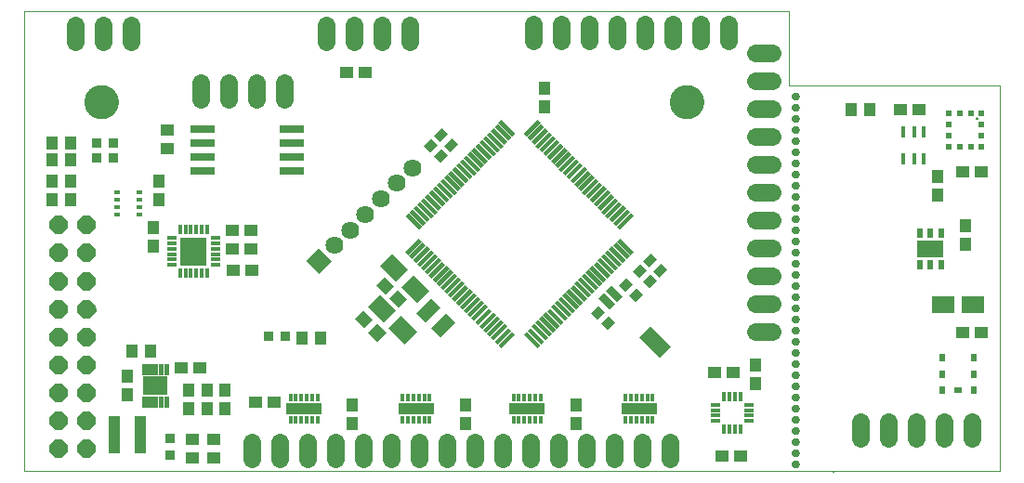
<source format=gts>
G75*
%MOIN*%
%OFA0B0*%
%FSLAX25Y25*%
%IPPOS*%
%LPD*%
%AMOC8*
5,1,8,0,0,1.08239X$1,22.5*
%
%ADD10C,0.00000*%
%ADD11C,0.12211*%
%ADD12C,0.02762*%
%ADD13R,0.04731X0.04337*%
%ADD14R,0.08077X0.06306*%
%ADD15R,0.08865X0.06699*%
%ADD16C,0.00015*%
%ADD17C,0.01581*%
%ADD18R,0.04200X0.13600*%
%ADD19R,0.04337X0.04731*%
%ADD20R,0.03550X0.03550*%
%ADD21R,0.01600X0.03000*%
%ADD22R,0.12600X0.04300*%
%ADD23C,0.06400*%
%ADD24R,0.01581X0.03550*%
%ADD25R,0.03550X0.01581*%
%ADD26R,0.03543X0.01575*%
%ADD27R,0.01575X0.03346*%
%ADD28R,0.09646X0.10433*%
%ADD29R,0.03156X0.03943*%
%ADD30R,0.05400X0.02900*%
%ADD31R,0.10400X0.05400*%
%ADD32R,0.09100X0.02800*%
%ADD33OC8,0.06400*%
%ADD34R,0.02369X0.01778*%
%ADD35R,0.01500X0.07000*%
%ADD36R,0.04731X0.07487*%
%ADD37R,0.06400X0.06400*%
%ADD38C,0.06400*%
%ADD39C,0.00050*%
%ADD40R,0.01975X0.01975*%
%ADD41C,0.00787*%
%ADD42R,0.02000X0.03200*%
%ADD43R,0.09800X0.06300*%
%ADD44R,0.02369X0.02762*%
%ADD45R,0.02762X0.02369*%
%ADD46R,0.01600X0.03943*%
D10*
X0007278Y0003400D02*
X0357278Y0003400D01*
X0357278Y0142000D01*
X0356478Y0142000D01*
X0357278Y0142001D02*
X0297318Y0142001D01*
X0297478Y0142000D02*
X0281378Y0142000D01*
X0281378Y0168400D01*
X0007278Y0168400D01*
X0007278Y0003400D01*
X0050710Y0032156D02*
X0050712Y0032204D01*
X0050718Y0032252D01*
X0050728Y0032299D01*
X0050741Y0032345D01*
X0050759Y0032390D01*
X0050779Y0032434D01*
X0050804Y0032476D01*
X0050832Y0032515D01*
X0050862Y0032552D01*
X0050896Y0032586D01*
X0050933Y0032618D01*
X0050971Y0032647D01*
X0051012Y0032672D01*
X0051055Y0032694D01*
X0051100Y0032712D01*
X0051146Y0032726D01*
X0051193Y0032737D01*
X0051241Y0032744D01*
X0051289Y0032747D01*
X0051337Y0032746D01*
X0051385Y0032741D01*
X0051433Y0032732D01*
X0051479Y0032720D01*
X0051524Y0032703D01*
X0051568Y0032683D01*
X0051610Y0032660D01*
X0051650Y0032633D01*
X0051688Y0032603D01*
X0051723Y0032570D01*
X0051755Y0032534D01*
X0051785Y0032496D01*
X0051811Y0032455D01*
X0051833Y0032412D01*
X0051853Y0032368D01*
X0051868Y0032323D01*
X0051880Y0032276D01*
X0051888Y0032228D01*
X0051892Y0032180D01*
X0051892Y0032132D01*
X0051888Y0032084D01*
X0051880Y0032036D01*
X0051868Y0031989D01*
X0051853Y0031944D01*
X0051833Y0031900D01*
X0051811Y0031857D01*
X0051785Y0031816D01*
X0051755Y0031778D01*
X0051723Y0031742D01*
X0051688Y0031709D01*
X0051650Y0031679D01*
X0051610Y0031652D01*
X0051568Y0031629D01*
X0051524Y0031609D01*
X0051479Y0031592D01*
X0051433Y0031580D01*
X0051385Y0031571D01*
X0051337Y0031566D01*
X0051289Y0031565D01*
X0051241Y0031568D01*
X0051193Y0031575D01*
X0051146Y0031586D01*
X0051100Y0031600D01*
X0051055Y0031618D01*
X0051012Y0031640D01*
X0050971Y0031665D01*
X0050933Y0031694D01*
X0050896Y0031726D01*
X0050862Y0031760D01*
X0050832Y0031797D01*
X0050804Y0031836D01*
X0050779Y0031878D01*
X0050759Y0031922D01*
X0050741Y0031967D01*
X0050728Y0032013D01*
X0050718Y0032060D01*
X0050712Y0032108D01*
X0050710Y0032156D01*
X0053662Y0034125D02*
X0053664Y0034173D01*
X0053670Y0034221D01*
X0053680Y0034268D01*
X0053693Y0034314D01*
X0053711Y0034359D01*
X0053731Y0034403D01*
X0053756Y0034445D01*
X0053784Y0034484D01*
X0053814Y0034521D01*
X0053848Y0034555D01*
X0053885Y0034587D01*
X0053923Y0034616D01*
X0053964Y0034641D01*
X0054007Y0034663D01*
X0054052Y0034681D01*
X0054098Y0034695D01*
X0054145Y0034706D01*
X0054193Y0034713D01*
X0054241Y0034716D01*
X0054289Y0034715D01*
X0054337Y0034710D01*
X0054385Y0034701D01*
X0054431Y0034689D01*
X0054476Y0034672D01*
X0054520Y0034652D01*
X0054562Y0034629D01*
X0054602Y0034602D01*
X0054640Y0034572D01*
X0054675Y0034539D01*
X0054707Y0034503D01*
X0054737Y0034465D01*
X0054763Y0034424D01*
X0054785Y0034381D01*
X0054805Y0034337D01*
X0054820Y0034292D01*
X0054832Y0034245D01*
X0054840Y0034197D01*
X0054844Y0034149D01*
X0054844Y0034101D01*
X0054840Y0034053D01*
X0054832Y0034005D01*
X0054820Y0033958D01*
X0054805Y0033913D01*
X0054785Y0033869D01*
X0054763Y0033826D01*
X0054737Y0033785D01*
X0054707Y0033747D01*
X0054675Y0033711D01*
X0054640Y0033678D01*
X0054602Y0033648D01*
X0054562Y0033621D01*
X0054520Y0033598D01*
X0054476Y0033578D01*
X0054431Y0033561D01*
X0054385Y0033549D01*
X0054337Y0033540D01*
X0054289Y0033535D01*
X0054241Y0033534D01*
X0054193Y0033537D01*
X0054145Y0033544D01*
X0054098Y0033555D01*
X0054052Y0033569D01*
X0054007Y0033587D01*
X0053964Y0033609D01*
X0053923Y0033634D01*
X0053885Y0033663D01*
X0053848Y0033695D01*
X0053814Y0033729D01*
X0053784Y0033766D01*
X0053756Y0033805D01*
X0053731Y0033847D01*
X0053711Y0033891D01*
X0053693Y0033936D01*
X0053680Y0033982D01*
X0053670Y0034029D01*
X0053664Y0034077D01*
X0053662Y0034125D01*
X0050710Y0036094D02*
X0050712Y0036142D01*
X0050718Y0036190D01*
X0050728Y0036237D01*
X0050741Y0036283D01*
X0050759Y0036328D01*
X0050779Y0036372D01*
X0050804Y0036414D01*
X0050832Y0036453D01*
X0050862Y0036490D01*
X0050896Y0036524D01*
X0050933Y0036556D01*
X0050971Y0036585D01*
X0051012Y0036610D01*
X0051055Y0036632D01*
X0051100Y0036650D01*
X0051146Y0036664D01*
X0051193Y0036675D01*
X0051241Y0036682D01*
X0051289Y0036685D01*
X0051337Y0036684D01*
X0051385Y0036679D01*
X0051433Y0036670D01*
X0051479Y0036658D01*
X0051524Y0036641D01*
X0051568Y0036621D01*
X0051610Y0036598D01*
X0051650Y0036571D01*
X0051688Y0036541D01*
X0051723Y0036508D01*
X0051755Y0036472D01*
X0051785Y0036434D01*
X0051811Y0036393D01*
X0051833Y0036350D01*
X0051853Y0036306D01*
X0051868Y0036261D01*
X0051880Y0036214D01*
X0051888Y0036166D01*
X0051892Y0036118D01*
X0051892Y0036070D01*
X0051888Y0036022D01*
X0051880Y0035974D01*
X0051868Y0035927D01*
X0051853Y0035882D01*
X0051833Y0035838D01*
X0051811Y0035795D01*
X0051785Y0035754D01*
X0051755Y0035716D01*
X0051723Y0035680D01*
X0051688Y0035647D01*
X0051650Y0035617D01*
X0051610Y0035590D01*
X0051568Y0035567D01*
X0051524Y0035547D01*
X0051479Y0035530D01*
X0051433Y0035518D01*
X0051385Y0035509D01*
X0051337Y0035504D01*
X0051289Y0035503D01*
X0051241Y0035506D01*
X0051193Y0035513D01*
X0051146Y0035524D01*
X0051100Y0035538D01*
X0051055Y0035556D01*
X0051012Y0035578D01*
X0050971Y0035603D01*
X0050933Y0035632D01*
X0050896Y0035664D01*
X0050862Y0035698D01*
X0050832Y0035735D01*
X0050804Y0035774D01*
X0050779Y0035816D01*
X0050759Y0035860D01*
X0050741Y0035905D01*
X0050728Y0035951D01*
X0050718Y0035998D01*
X0050712Y0036046D01*
X0050710Y0036094D01*
X0056615Y0036094D02*
X0056617Y0036142D01*
X0056623Y0036190D01*
X0056633Y0036237D01*
X0056646Y0036283D01*
X0056664Y0036328D01*
X0056684Y0036372D01*
X0056709Y0036414D01*
X0056737Y0036453D01*
X0056767Y0036490D01*
X0056801Y0036524D01*
X0056838Y0036556D01*
X0056876Y0036585D01*
X0056917Y0036610D01*
X0056960Y0036632D01*
X0057005Y0036650D01*
X0057051Y0036664D01*
X0057098Y0036675D01*
X0057146Y0036682D01*
X0057194Y0036685D01*
X0057242Y0036684D01*
X0057290Y0036679D01*
X0057338Y0036670D01*
X0057384Y0036658D01*
X0057429Y0036641D01*
X0057473Y0036621D01*
X0057515Y0036598D01*
X0057555Y0036571D01*
X0057593Y0036541D01*
X0057628Y0036508D01*
X0057660Y0036472D01*
X0057690Y0036434D01*
X0057716Y0036393D01*
X0057738Y0036350D01*
X0057758Y0036306D01*
X0057773Y0036261D01*
X0057785Y0036214D01*
X0057793Y0036166D01*
X0057797Y0036118D01*
X0057797Y0036070D01*
X0057793Y0036022D01*
X0057785Y0035974D01*
X0057773Y0035927D01*
X0057758Y0035882D01*
X0057738Y0035838D01*
X0057716Y0035795D01*
X0057690Y0035754D01*
X0057660Y0035716D01*
X0057628Y0035680D01*
X0057593Y0035647D01*
X0057555Y0035617D01*
X0057515Y0035590D01*
X0057473Y0035567D01*
X0057429Y0035547D01*
X0057384Y0035530D01*
X0057338Y0035518D01*
X0057290Y0035509D01*
X0057242Y0035504D01*
X0057194Y0035503D01*
X0057146Y0035506D01*
X0057098Y0035513D01*
X0057051Y0035524D01*
X0057005Y0035538D01*
X0056960Y0035556D01*
X0056917Y0035578D01*
X0056876Y0035603D01*
X0056838Y0035632D01*
X0056801Y0035664D01*
X0056767Y0035698D01*
X0056737Y0035735D01*
X0056709Y0035774D01*
X0056684Y0035816D01*
X0056664Y0035860D01*
X0056646Y0035905D01*
X0056633Y0035951D01*
X0056623Y0035998D01*
X0056617Y0036046D01*
X0056615Y0036094D01*
X0056615Y0032156D02*
X0056617Y0032204D01*
X0056623Y0032252D01*
X0056633Y0032299D01*
X0056646Y0032345D01*
X0056664Y0032390D01*
X0056684Y0032434D01*
X0056709Y0032476D01*
X0056737Y0032515D01*
X0056767Y0032552D01*
X0056801Y0032586D01*
X0056838Y0032618D01*
X0056876Y0032647D01*
X0056917Y0032672D01*
X0056960Y0032694D01*
X0057005Y0032712D01*
X0057051Y0032726D01*
X0057098Y0032737D01*
X0057146Y0032744D01*
X0057194Y0032747D01*
X0057242Y0032746D01*
X0057290Y0032741D01*
X0057338Y0032732D01*
X0057384Y0032720D01*
X0057429Y0032703D01*
X0057473Y0032683D01*
X0057515Y0032660D01*
X0057555Y0032633D01*
X0057593Y0032603D01*
X0057628Y0032570D01*
X0057660Y0032534D01*
X0057690Y0032496D01*
X0057716Y0032455D01*
X0057738Y0032412D01*
X0057758Y0032368D01*
X0057773Y0032323D01*
X0057785Y0032276D01*
X0057793Y0032228D01*
X0057797Y0032180D01*
X0057797Y0032132D01*
X0057793Y0032084D01*
X0057785Y0032036D01*
X0057773Y0031989D01*
X0057758Y0031944D01*
X0057738Y0031900D01*
X0057716Y0031857D01*
X0057690Y0031816D01*
X0057660Y0031778D01*
X0057628Y0031742D01*
X0057593Y0031709D01*
X0057555Y0031679D01*
X0057515Y0031652D01*
X0057473Y0031629D01*
X0057429Y0031609D01*
X0057384Y0031592D01*
X0057338Y0031580D01*
X0057290Y0031571D01*
X0057242Y0031566D01*
X0057194Y0031565D01*
X0057146Y0031568D01*
X0057098Y0031575D01*
X0057051Y0031586D01*
X0057005Y0031600D01*
X0056960Y0031618D01*
X0056917Y0031640D01*
X0056876Y0031665D01*
X0056838Y0031694D01*
X0056801Y0031726D01*
X0056767Y0031760D01*
X0056737Y0031797D01*
X0056709Y0031836D01*
X0056684Y0031878D01*
X0056664Y0031922D01*
X0056646Y0031967D01*
X0056633Y0032013D01*
X0056623Y0032060D01*
X0056617Y0032108D01*
X0056615Y0032156D01*
X0028972Y0136000D02*
X0028974Y0136153D01*
X0028980Y0136307D01*
X0028990Y0136460D01*
X0029004Y0136612D01*
X0029022Y0136765D01*
X0029044Y0136916D01*
X0029069Y0137067D01*
X0029099Y0137218D01*
X0029133Y0137368D01*
X0029170Y0137516D01*
X0029211Y0137664D01*
X0029256Y0137810D01*
X0029305Y0137956D01*
X0029358Y0138100D01*
X0029414Y0138242D01*
X0029474Y0138383D01*
X0029538Y0138523D01*
X0029605Y0138661D01*
X0029676Y0138797D01*
X0029751Y0138931D01*
X0029828Y0139063D01*
X0029910Y0139193D01*
X0029994Y0139321D01*
X0030082Y0139447D01*
X0030173Y0139570D01*
X0030267Y0139691D01*
X0030365Y0139809D01*
X0030465Y0139925D01*
X0030569Y0140038D01*
X0030675Y0140149D01*
X0030784Y0140257D01*
X0030896Y0140362D01*
X0031010Y0140463D01*
X0031128Y0140562D01*
X0031247Y0140658D01*
X0031369Y0140751D01*
X0031494Y0140840D01*
X0031621Y0140927D01*
X0031750Y0141009D01*
X0031881Y0141089D01*
X0032014Y0141165D01*
X0032149Y0141238D01*
X0032286Y0141307D01*
X0032425Y0141372D01*
X0032565Y0141434D01*
X0032707Y0141492D01*
X0032850Y0141547D01*
X0032995Y0141598D01*
X0033141Y0141645D01*
X0033288Y0141688D01*
X0033436Y0141727D01*
X0033585Y0141763D01*
X0033735Y0141794D01*
X0033886Y0141822D01*
X0034037Y0141846D01*
X0034190Y0141866D01*
X0034342Y0141882D01*
X0034495Y0141894D01*
X0034648Y0141902D01*
X0034801Y0141906D01*
X0034955Y0141906D01*
X0035108Y0141902D01*
X0035261Y0141894D01*
X0035414Y0141882D01*
X0035566Y0141866D01*
X0035719Y0141846D01*
X0035870Y0141822D01*
X0036021Y0141794D01*
X0036171Y0141763D01*
X0036320Y0141727D01*
X0036468Y0141688D01*
X0036615Y0141645D01*
X0036761Y0141598D01*
X0036906Y0141547D01*
X0037049Y0141492D01*
X0037191Y0141434D01*
X0037331Y0141372D01*
X0037470Y0141307D01*
X0037607Y0141238D01*
X0037742Y0141165D01*
X0037875Y0141089D01*
X0038006Y0141009D01*
X0038135Y0140927D01*
X0038262Y0140840D01*
X0038387Y0140751D01*
X0038509Y0140658D01*
X0038628Y0140562D01*
X0038746Y0140463D01*
X0038860Y0140362D01*
X0038972Y0140257D01*
X0039081Y0140149D01*
X0039187Y0140038D01*
X0039291Y0139925D01*
X0039391Y0139809D01*
X0039489Y0139691D01*
X0039583Y0139570D01*
X0039674Y0139447D01*
X0039762Y0139321D01*
X0039846Y0139193D01*
X0039928Y0139063D01*
X0040005Y0138931D01*
X0040080Y0138797D01*
X0040151Y0138661D01*
X0040218Y0138523D01*
X0040282Y0138383D01*
X0040342Y0138242D01*
X0040398Y0138100D01*
X0040451Y0137956D01*
X0040500Y0137810D01*
X0040545Y0137664D01*
X0040586Y0137516D01*
X0040623Y0137368D01*
X0040657Y0137218D01*
X0040687Y0137067D01*
X0040712Y0136916D01*
X0040734Y0136765D01*
X0040752Y0136612D01*
X0040766Y0136460D01*
X0040776Y0136307D01*
X0040782Y0136153D01*
X0040784Y0136000D01*
X0040782Y0135847D01*
X0040776Y0135693D01*
X0040766Y0135540D01*
X0040752Y0135388D01*
X0040734Y0135235D01*
X0040712Y0135084D01*
X0040687Y0134933D01*
X0040657Y0134782D01*
X0040623Y0134632D01*
X0040586Y0134484D01*
X0040545Y0134336D01*
X0040500Y0134190D01*
X0040451Y0134044D01*
X0040398Y0133900D01*
X0040342Y0133758D01*
X0040282Y0133617D01*
X0040218Y0133477D01*
X0040151Y0133339D01*
X0040080Y0133203D01*
X0040005Y0133069D01*
X0039928Y0132937D01*
X0039846Y0132807D01*
X0039762Y0132679D01*
X0039674Y0132553D01*
X0039583Y0132430D01*
X0039489Y0132309D01*
X0039391Y0132191D01*
X0039291Y0132075D01*
X0039187Y0131962D01*
X0039081Y0131851D01*
X0038972Y0131743D01*
X0038860Y0131638D01*
X0038746Y0131537D01*
X0038628Y0131438D01*
X0038509Y0131342D01*
X0038387Y0131249D01*
X0038262Y0131160D01*
X0038135Y0131073D01*
X0038006Y0130991D01*
X0037875Y0130911D01*
X0037742Y0130835D01*
X0037607Y0130762D01*
X0037470Y0130693D01*
X0037331Y0130628D01*
X0037191Y0130566D01*
X0037049Y0130508D01*
X0036906Y0130453D01*
X0036761Y0130402D01*
X0036615Y0130355D01*
X0036468Y0130312D01*
X0036320Y0130273D01*
X0036171Y0130237D01*
X0036021Y0130206D01*
X0035870Y0130178D01*
X0035719Y0130154D01*
X0035566Y0130134D01*
X0035414Y0130118D01*
X0035261Y0130106D01*
X0035108Y0130098D01*
X0034955Y0130094D01*
X0034801Y0130094D01*
X0034648Y0130098D01*
X0034495Y0130106D01*
X0034342Y0130118D01*
X0034190Y0130134D01*
X0034037Y0130154D01*
X0033886Y0130178D01*
X0033735Y0130206D01*
X0033585Y0130237D01*
X0033436Y0130273D01*
X0033288Y0130312D01*
X0033141Y0130355D01*
X0032995Y0130402D01*
X0032850Y0130453D01*
X0032707Y0130508D01*
X0032565Y0130566D01*
X0032425Y0130628D01*
X0032286Y0130693D01*
X0032149Y0130762D01*
X0032014Y0130835D01*
X0031881Y0130911D01*
X0031750Y0130991D01*
X0031621Y0131073D01*
X0031494Y0131160D01*
X0031369Y0131249D01*
X0031247Y0131342D01*
X0031128Y0131438D01*
X0031010Y0131537D01*
X0030896Y0131638D01*
X0030784Y0131743D01*
X0030675Y0131851D01*
X0030569Y0131962D01*
X0030465Y0132075D01*
X0030365Y0132191D01*
X0030267Y0132309D01*
X0030173Y0132430D01*
X0030082Y0132553D01*
X0029994Y0132679D01*
X0029910Y0132807D01*
X0029828Y0132937D01*
X0029751Y0133069D01*
X0029676Y0133203D01*
X0029605Y0133339D01*
X0029538Y0133477D01*
X0029474Y0133617D01*
X0029414Y0133758D01*
X0029358Y0133900D01*
X0029305Y0134044D01*
X0029256Y0134190D01*
X0029211Y0134336D01*
X0029170Y0134484D01*
X0029133Y0134632D01*
X0029099Y0134782D01*
X0029069Y0134933D01*
X0029044Y0135084D01*
X0029022Y0135235D01*
X0029004Y0135388D01*
X0028990Y0135540D01*
X0028980Y0135693D01*
X0028974Y0135847D01*
X0028972Y0136000D01*
X0238972Y0136000D02*
X0238974Y0136153D01*
X0238980Y0136307D01*
X0238990Y0136460D01*
X0239004Y0136612D01*
X0239022Y0136765D01*
X0239044Y0136916D01*
X0239069Y0137067D01*
X0239099Y0137218D01*
X0239133Y0137368D01*
X0239170Y0137516D01*
X0239211Y0137664D01*
X0239256Y0137810D01*
X0239305Y0137956D01*
X0239358Y0138100D01*
X0239414Y0138242D01*
X0239474Y0138383D01*
X0239538Y0138523D01*
X0239605Y0138661D01*
X0239676Y0138797D01*
X0239751Y0138931D01*
X0239828Y0139063D01*
X0239910Y0139193D01*
X0239994Y0139321D01*
X0240082Y0139447D01*
X0240173Y0139570D01*
X0240267Y0139691D01*
X0240365Y0139809D01*
X0240465Y0139925D01*
X0240569Y0140038D01*
X0240675Y0140149D01*
X0240784Y0140257D01*
X0240896Y0140362D01*
X0241010Y0140463D01*
X0241128Y0140562D01*
X0241247Y0140658D01*
X0241369Y0140751D01*
X0241494Y0140840D01*
X0241621Y0140927D01*
X0241750Y0141009D01*
X0241881Y0141089D01*
X0242014Y0141165D01*
X0242149Y0141238D01*
X0242286Y0141307D01*
X0242425Y0141372D01*
X0242565Y0141434D01*
X0242707Y0141492D01*
X0242850Y0141547D01*
X0242995Y0141598D01*
X0243141Y0141645D01*
X0243288Y0141688D01*
X0243436Y0141727D01*
X0243585Y0141763D01*
X0243735Y0141794D01*
X0243886Y0141822D01*
X0244037Y0141846D01*
X0244190Y0141866D01*
X0244342Y0141882D01*
X0244495Y0141894D01*
X0244648Y0141902D01*
X0244801Y0141906D01*
X0244955Y0141906D01*
X0245108Y0141902D01*
X0245261Y0141894D01*
X0245414Y0141882D01*
X0245566Y0141866D01*
X0245719Y0141846D01*
X0245870Y0141822D01*
X0246021Y0141794D01*
X0246171Y0141763D01*
X0246320Y0141727D01*
X0246468Y0141688D01*
X0246615Y0141645D01*
X0246761Y0141598D01*
X0246906Y0141547D01*
X0247049Y0141492D01*
X0247191Y0141434D01*
X0247331Y0141372D01*
X0247470Y0141307D01*
X0247607Y0141238D01*
X0247742Y0141165D01*
X0247875Y0141089D01*
X0248006Y0141009D01*
X0248135Y0140927D01*
X0248262Y0140840D01*
X0248387Y0140751D01*
X0248509Y0140658D01*
X0248628Y0140562D01*
X0248746Y0140463D01*
X0248860Y0140362D01*
X0248972Y0140257D01*
X0249081Y0140149D01*
X0249187Y0140038D01*
X0249291Y0139925D01*
X0249391Y0139809D01*
X0249489Y0139691D01*
X0249583Y0139570D01*
X0249674Y0139447D01*
X0249762Y0139321D01*
X0249846Y0139193D01*
X0249928Y0139063D01*
X0250005Y0138931D01*
X0250080Y0138797D01*
X0250151Y0138661D01*
X0250218Y0138523D01*
X0250282Y0138383D01*
X0250342Y0138242D01*
X0250398Y0138100D01*
X0250451Y0137956D01*
X0250500Y0137810D01*
X0250545Y0137664D01*
X0250586Y0137516D01*
X0250623Y0137368D01*
X0250657Y0137218D01*
X0250687Y0137067D01*
X0250712Y0136916D01*
X0250734Y0136765D01*
X0250752Y0136612D01*
X0250766Y0136460D01*
X0250776Y0136307D01*
X0250782Y0136153D01*
X0250784Y0136000D01*
X0250782Y0135847D01*
X0250776Y0135693D01*
X0250766Y0135540D01*
X0250752Y0135388D01*
X0250734Y0135235D01*
X0250712Y0135084D01*
X0250687Y0134933D01*
X0250657Y0134782D01*
X0250623Y0134632D01*
X0250586Y0134484D01*
X0250545Y0134336D01*
X0250500Y0134190D01*
X0250451Y0134044D01*
X0250398Y0133900D01*
X0250342Y0133758D01*
X0250282Y0133617D01*
X0250218Y0133477D01*
X0250151Y0133339D01*
X0250080Y0133203D01*
X0250005Y0133069D01*
X0249928Y0132937D01*
X0249846Y0132807D01*
X0249762Y0132679D01*
X0249674Y0132553D01*
X0249583Y0132430D01*
X0249489Y0132309D01*
X0249391Y0132191D01*
X0249291Y0132075D01*
X0249187Y0131962D01*
X0249081Y0131851D01*
X0248972Y0131743D01*
X0248860Y0131638D01*
X0248746Y0131537D01*
X0248628Y0131438D01*
X0248509Y0131342D01*
X0248387Y0131249D01*
X0248262Y0131160D01*
X0248135Y0131073D01*
X0248006Y0130991D01*
X0247875Y0130911D01*
X0247742Y0130835D01*
X0247607Y0130762D01*
X0247470Y0130693D01*
X0247331Y0130628D01*
X0247191Y0130566D01*
X0247049Y0130508D01*
X0246906Y0130453D01*
X0246761Y0130402D01*
X0246615Y0130355D01*
X0246468Y0130312D01*
X0246320Y0130273D01*
X0246171Y0130237D01*
X0246021Y0130206D01*
X0245870Y0130178D01*
X0245719Y0130154D01*
X0245566Y0130134D01*
X0245414Y0130118D01*
X0245261Y0130106D01*
X0245108Y0130098D01*
X0244955Y0130094D01*
X0244801Y0130094D01*
X0244648Y0130098D01*
X0244495Y0130106D01*
X0244342Y0130118D01*
X0244190Y0130134D01*
X0244037Y0130154D01*
X0243886Y0130178D01*
X0243735Y0130206D01*
X0243585Y0130237D01*
X0243436Y0130273D01*
X0243288Y0130312D01*
X0243141Y0130355D01*
X0242995Y0130402D01*
X0242850Y0130453D01*
X0242707Y0130508D01*
X0242565Y0130566D01*
X0242425Y0130628D01*
X0242286Y0130693D01*
X0242149Y0130762D01*
X0242014Y0130835D01*
X0241881Y0130911D01*
X0241750Y0130991D01*
X0241621Y0131073D01*
X0241494Y0131160D01*
X0241369Y0131249D01*
X0241247Y0131342D01*
X0241128Y0131438D01*
X0241010Y0131537D01*
X0240896Y0131638D01*
X0240784Y0131743D01*
X0240675Y0131851D01*
X0240569Y0131962D01*
X0240465Y0132075D01*
X0240365Y0132191D01*
X0240267Y0132309D01*
X0240173Y0132430D01*
X0240082Y0132553D01*
X0239994Y0132679D01*
X0239910Y0132807D01*
X0239828Y0132937D01*
X0239751Y0133069D01*
X0239676Y0133203D01*
X0239605Y0133339D01*
X0239538Y0133477D01*
X0239474Y0133617D01*
X0239414Y0133758D01*
X0239358Y0133900D01*
X0239305Y0134044D01*
X0239256Y0134190D01*
X0239211Y0134336D01*
X0239170Y0134484D01*
X0239133Y0134632D01*
X0239099Y0134782D01*
X0239069Y0134933D01*
X0239044Y0135084D01*
X0239022Y0135235D01*
X0239004Y0135388D01*
X0238990Y0135540D01*
X0238980Y0135693D01*
X0238974Y0135847D01*
X0238972Y0136000D01*
X0282697Y0134000D02*
X0282699Y0134069D01*
X0282705Y0134137D01*
X0282715Y0134205D01*
X0282729Y0134272D01*
X0282747Y0134339D01*
X0282768Y0134404D01*
X0282794Y0134468D01*
X0282823Y0134530D01*
X0282855Y0134590D01*
X0282891Y0134649D01*
X0282931Y0134705D01*
X0282973Y0134759D01*
X0283019Y0134810D01*
X0283068Y0134859D01*
X0283119Y0134905D01*
X0283173Y0134947D01*
X0283229Y0134987D01*
X0283287Y0135023D01*
X0283348Y0135055D01*
X0283410Y0135084D01*
X0283474Y0135110D01*
X0283539Y0135131D01*
X0283606Y0135149D01*
X0283673Y0135163D01*
X0283741Y0135173D01*
X0283809Y0135179D01*
X0283878Y0135181D01*
X0283947Y0135179D01*
X0284015Y0135173D01*
X0284083Y0135163D01*
X0284150Y0135149D01*
X0284217Y0135131D01*
X0284282Y0135110D01*
X0284346Y0135084D01*
X0284408Y0135055D01*
X0284468Y0135023D01*
X0284527Y0134987D01*
X0284583Y0134947D01*
X0284637Y0134905D01*
X0284688Y0134859D01*
X0284737Y0134810D01*
X0284783Y0134759D01*
X0284825Y0134705D01*
X0284865Y0134649D01*
X0284901Y0134590D01*
X0284933Y0134530D01*
X0284962Y0134468D01*
X0284988Y0134404D01*
X0285009Y0134339D01*
X0285027Y0134272D01*
X0285041Y0134205D01*
X0285051Y0134137D01*
X0285057Y0134069D01*
X0285059Y0134000D01*
X0285057Y0133931D01*
X0285051Y0133863D01*
X0285041Y0133795D01*
X0285027Y0133728D01*
X0285009Y0133661D01*
X0284988Y0133596D01*
X0284962Y0133532D01*
X0284933Y0133470D01*
X0284901Y0133409D01*
X0284865Y0133351D01*
X0284825Y0133295D01*
X0284783Y0133241D01*
X0284737Y0133190D01*
X0284688Y0133141D01*
X0284637Y0133095D01*
X0284583Y0133053D01*
X0284527Y0133013D01*
X0284469Y0132977D01*
X0284408Y0132945D01*
X0284346Y0132916D01*
X0284282Y0132890D01*
X0284217Y0132869D01*
X0284150Y0132851D01*
X0284083Y0132837D01*
X0284015Y0132827D01*
X0283947Y0132821D01*
X0283878Y0132819D01*
X0283809Y0132821D01*
X0283741Y0132827D01*
X0283673Y0132837D01*
X0283606Y0132851D01*
X0283539Y0132869D01*
X0283474Y0132890D01*
X0283410Y0132916D01*
X0283348Y0132945D01*
X0283287Y0132977D01*
X0283229Y0133013D01*
X0283173Y0133053D01*
X0283119Y0133095D01*
X0283068Y0133141D01*
X0283019Y0133190D01*
X0282973Y0133241D01*
X0282931Y0133295D01*
X0282891Y0133351D01*
X0282855Y0133409D01*
X0282823Y0133470D01*
X0282794Y0133532D01*
X0282768Y0133596D01*
X0282747Y0133661D01*
X0282729Y0133728D01*
X0282715Y0133795D01*
X0282705Y0133863D01*
X0282699Y0133931D01*
X0282697Y0134000D01*
X0282697Y0130000D02*
X0282699Y0130069D01*
X0282705Y0130137D01*
X0282715Y0130205D01*
X0282729Y0130272D01*
X0282747Y0130339D01*
X0282768Y0130404D01*
X0282794Y0130468D01*
X0282823Y0130530D01*
X0282855Y0130590D01*
X0282891Y0130649D01*
X0282931Y0130705D01*
X0282973Y0130759D01*
X0283019Y0130810D01*
X0283068Y0130859D01*
X0283119Y0130905D01*
X0283173Y0130947D01*
X0283229Y0130987D01*
X0283287Y0131023D01*
X0283348Y0131055D01*
X0283410Y0131084D01*
X0283474Y0131110D01*
X0283539Y0131131D01*
X0283606Y0131149D01*
X0283673Y0131163D01*
X0283741Y0131173D01*
X0283809Y0131179D01*
X0283878Y0131181D01*
X0283947Y0131179D01*
X0284015Y0131173D01*
X0284083Y0131163D01*
X0284150Y0131149D01*
X0284217Y0131131D01*
X0284282Y0131110D01*
X0284346Y0131084D01*
X0284408Y0131055D01*
X0284468Y0131023D01*
X0284527Y0130987D01*
X0284583Y0130947D01*
X0284637Y0130905D01*
X0284688Y0130859D01*
X0284737Y0130810D01*
X0284783Y0130759D01*
X0284825Y0130705D01*
X0284865Y0130649D01*
X0284901Y0130590D01*
X0284933Y0130530D01*
X0284962Y0130468D01*
X0284988Y0130404D01*
X0285009Y0130339D01*
X0285027Y0130272D01*
X0285041Y0130205D01*
X0285051Y0130137D01*
X0285057Y0130069D01*
X0285059Y0130000D01*
X0285057Y0129931D01*
X0285051Y0129863D01*
X0285041Y0129795D01*
X0285027Y0129728D01*
X0285009Y0129661D01*
X0284988Y0129596D01*
X0284962Y0129532D01*
X0284933Y0129470D01*
X0284901Y0129409D01*
X0284865Y0129351D01*
X0284825Y0129295D01*
X0284783Y0129241D01*
X0284737Y0129190D01*
X0284688Y0129141D01*
X0284637Y0129095D01*
X0284583Y0129053D01*
X0284527Y0129013D01*
X0284469Y0128977D01*
X0284408Y0128945D01*
X0284346Y0128916D01*
X0284282Y0128890D01*
X0284217Y0128869D01*
X0284150Y0128851D01*
X0284083Y0128837D01*
X0284015Y0128827D01*
X0283947Y0128821D01*
X0283878Y0128819D01*
X0283809Y0128821D01*
X0283741Y0128827D01*
X0283673Y0128837D01*
X0283606Y0128851D01*
X0283539Y0128869D01*
X0283474Y0128890D01*
X0283410Y0128916D01*
X0283348Y0128945D01*
X0283287Y0128977D01*
X0283229Y0129013D01*
X0283173Y0129053D01*
X0283119Y0129095D01*
X0283068Y0129141D01*
X0283019Y0129190D01*
X0282973Y0129241D01*
X0282931Y0129295D01*
X0282891Y0129351D01*
X0282855Y0129409D01*
X0282823Y0129470D01*
X0282794Y0129532D01*
X0282768Y0129596D01*
X0282747Y0129661D01*
X0282729Y0129728D01*
X0282715Y0129795D01*
X0282705Y0129863D01*
X0282699Y0129931D01*
X0282697Y0130000D01*
X0282697Y0126000D02*
X0282699Y0126069D01*
X0282705Y0126137D01*
X0282715Y0126205D01*
X0282729Y0126272D01*
X0282747Y0126339D01*
X0282768Y0126404D01*
X0282794Y0126468D01*
X0282823Y0126530D01*
X0282855Y0126590D01*
X0282891Y0126649D01*
X0282931Y0126705D01*
X0282973Y0126759D01*
X0283019Y0126810D01*
X0283068Y0126859D01*
X0283119Y0126905D01*
X0283173Y0126947D01*
X0283229Y0126987D01*
X0283287Y0127023D01*
X0283348Y0127055D01*
X0283410Y0127084D01*
X0283474Y0127110D01*
X0283539Y0127131D01*
X0283606Y0127149D01*
X0283673Y0127163D01*
X0283741Y0127173D01*
X0283809Y0127179D01*
X0283878Y0127181D01*
X0283947Y0127179D01*
X0284015Y0127173D01*
X0284083Y0127163D01*
X0284150Y0127149D01*
X0284217Y0127131D01*
X0284282Y0127110D01*
X0284346Y0127084D01*
X0284408Y0127055D01*
X0284468Y0127023D01*
X0284527Y0126987D01*
X0284583Y0126947D01*
X0284637Y0126905D01*
X0284688Y0126859D01*
X0284737Y0126810D01*
X0284783Y0126759D01*
X0284825Y0126705D01*
X0284865Y0126649D01*
X0284901Y0126590D01*
X0284933Y0126530D01*
X0284962Y0126468D01*
X0284988Y0126404D01*
X0285009Y0126339D01*
X0285027Y0126272D01*
X0285041Y0126205D01*
X0285051Y0126137D01*
X0285057Y0126069D01*
X0285059Y0126000D01*
X0285057Y0125931D01*
X0285051Y0125863D01*
X0285041Y0125795D01*
X0285027Y0125728D01*
X0285009Y0125661D01*
X0284988Y0125596D01*
X0284962Y0125532D01*
X0284933Y0125470D01*
X0284901Y0125409D01*
X0284865Y0125351D01*
X0284825Y0125295D01*
X0284783Y0125241D01*
X0284737Y0125190D01*
X0284688Y0125141D01*
X0284637Y0125095D01*
X0284583Y0125053D01*
X0284527Y0125013D01*
X0284469Y0124977D01*
X0284408Y0124945D01*
X0284346Y0124916D01*
X0284282Y0124890D01*
X0284217Y0124869D01*
X0284150Y0124851D01*
X0284083Y0124837D01*
X0284015Y0124827D01*
X0283947Y0124821D01*
X0283878Y0124819D01*
X0283809Y0124821D01*
X0283741Y0124827D01*
X0283673Y0124837D01*
X0283606Y0124851D01*
X0283539Y0124869D01*
X0283474Y0124890D01*
X0283410Y0124916D01*
X0283348Y0124945D01*
X0283287Y0124977D01*
X0283229Y0125013D01*
X0283173Y0125053D01*
X0283119Y0125095D01*
X0283068Y0125141D01*
X0283019Y0125190D01*
X0282973Y0125241D01*
X0282931Y0125295D01*
X0282891Y0125351D01*
X0282855Y0125409D01*
X0282823Y0125470D01*
X0282794Y0125532D01*
X0282768Y0125596D01*
X0282747Y0125661D01*
X0282729Y0125728D01*
X0282715Y0125795D01*
X0282705Y0125863D01*
X0282699Y0125931D01*
X0282697Y0126000D01*
X0282697Y0122000D02*
X0282699Y0122069D01*
X0282705Y0122137D01*
X0282715Y0122205D01*
X0282729Y0122272D01*
X0282747Y0122339D01*
X0282768Y0122404D01*
X0282794Y0122468D01*
X0282823Y0122530D01*
X0282855Y0122590D01*
X0282891Y0122649D01*
X0282931Y0122705D01*
X0282973Y0122759D01*
X0283019Y0122810D01*
X0283068Y0122859D01*
X0283119Y0122905D01*
X0283173Y0122947D01*
X0283229Y0122987D01*
X0283287Y0123023D01*
X0283348Y0123055D01*
X0283410Y0123084D01*
X0283474Y0123110D01*
X0283539Y0123131D01*
X0283606Y0123149D01*
X0283673Y0123163D01*
X0283741Y0123173D01*
X0283809Y0123179D01*
X0283878Y0123181D01*
X0283947Y0123179D01*
X0284015Y0123173D01*
X0284083Y0123163D01*
X0284150Y0123149D01*
X0284217Y0123131D01*
X0284282Y0123110D01*
X0284346Y0123084D01*
X0284408Y0123055D01*
X0284468Y0123023D01*
X0284527Y0122987D01*
X0284583Y0122947D01*
X0284637Y0122905D01*
X0284688Y0122859D01*
X0284737Y0122810D01*
X0284783Y0122759D01*
X0284825Y0122705D01*
X0284865Y0122649D01*
X0284901Y0122590D01*
X0284933Y0122530D01*
X0284962Y0122468D01*
X0284988Y0122404D01*
X0285009Y0122339D01*
X0285027Y0122272D01*
X0285041Y0122205D01*
X0285051Y0122137D01*
X0285057Y0122069D01*
X0285059Y0122000D01*
X0285057Y0121931D01*
X0285051Y0121863D01*
X0285041Y0121795D01*
X0285027Y0121728D01*
X0285009Y0121661D01*
X0284988Y0121596D01*
X0284962Y0121532D01*
X0284933Y0121470D01*
X0284901Y0121409D01*
X0284865Y0121351D01*
X0284825Y0121295D01*
X0284783Y0121241D01*
X0284737Y0121190D01*
X0284688Y0121141D01*
X0284637Y0121095D01*
X0284583Y0121053D01*
X0284527Y0121013D01*
X0284469Y0120977D01*
X0284408Y0120945D01*
X0284346Y0120916D01*
X0284282Y0120890D01*
X0284217Y0120869D01*
X0284150Y0120851D01*
X0284083Y0120837D01*
X0284015Y0120827D01*
X0283947Y0120821D01*
X0283878Y0120819D01*
X0283809Y0120821D01*
X0283741Y0120827D01*
X0283673Y0120837D01*
X0283606Y0120851D01*
X0283539Y0120869D01*
X0283474Y0120890D01*
X0283410Y0120916D01*
X0283348Y0120945D01*
X0283287Y0120977D01*
X0283229Y0121013D01*
X0283173Y0121053D01*
X0283119Y0121095D01*
X0283068Y0121141D01*
X0283019Y0121190D01*
X0282973Y0121241D01*
X0282931Y0121295D01*
X0282891Y0121351D01*
X0282855Y0121409D01*
X0282823Y0121470D01*
X0282794Y0121532D01*
X0282768Y0121596D01*
X0282747Y0121661D01*
X0282729Y0121728D01*
X0282715Y0121795D01*
X0282705Y0121863D01*
X0282699Y0121931D01*
X0282697Y0122000D01*
X0282697Y0118000D02*
X0282699Y0118069D01*
X0282705Y0118137D01*
X0282715Y0118205D01*
X0282729Y0118272D01*
X0282747Y0118339D01*
X0282768Y0118404D01*
X0282794Y0118468D01*
X0282823Y0118530D01*
X0282855Y0118590D01*
X0282891Y0118649D01*
X0282931Y0118705D01*
X0282973Y0118759D01*
X0283019Y0118810D01*
X0283068Y0118859D01*
X0283119Y0118905D01*
X0283173Y0118947D01*
X0283229Y0118987D01*
X0283287Y0119023D01*
X0283348Y0119055D01*
X0283410Y0119084D01*
X0283474Y0119110D01*
X0283539Y0119131D01*
X0283606Y0119149D01*
X0283673Y0119163D01*
X0283741Y0119173D01*
X0283809Y0119179D01*
X0283878Y0119181D01*
X0283947Y0119179D01*
X0284015Y0119173D01*
X0284083Y0119163D01*
X0284150Y0119149D01*
X0284217Y0119131D01*
X0284282Y0119110D01*
X0284346Y0119084D01*
X0284408Y0119055D01*
X0284468Y0119023D01*
X0284527Y0118987D01*
X0284583Y0118947D01*
X0284637Y0118905D01*
X0284688Y0118859D01*
X0284737Y0118810D01*
X0284783Y0118759D01*
X0284825Y0118705D01*
X0284865Y0118649D01*
X0284901Y0118590D01*
X0284933Y0118530D01*
X0284962Y0118468D01*
X0284988Y0118404D01*
X0285009Y0118339D01*
X0285027Y0118272D01*
X0285041Y0118205D01*
X0285051Y0118137D01*
X0285057Y0118069D01*
X0285059Y0118000D01*
X0285057Y0117931D01*
X0285051Y0117863D01*
X0285041Y0117795D01*
X0285027Y0117728D01*
X0285009Y0117661D01*
X0284988Y0117596D01*
X0284962Y0117532D01*
X0284933Y0117470D01*
X0284901Y0117409D01*
X0284865Y0117351D01*
X0284825Y0117295D01*
X0284783Y0117241D01*
X0284737Y0117190D01*
X0284688Y0117141D01*
X0284637Y0117095D01*
X0284583Y0117053D01*
X0284527Y0117013D01*
X0284469Y0116977D01*
X0284408Y0116945D01*
X0284346Y0116916D01*
X0284282Y0116890D01*
X0284217Y0116869D01*
X0284150Y0116851D01*
X0284083Y0116837D01*
X0284015Y0116827D01*
X0283947Y0116821D01*
X0283878Y0116819D01*
X0283809Y0116821D01*
X0283741Y0116827D01*
X0283673Y0116837D01*
X0283606Y0116851D01*
X0283539Y0116869D01*
X0283474Y0116890D01*
X0283410Y0116916D01*
X0283348Y0116945D01*
X0283287Y0116977D01*
X0283229Y0117013D01*
X0283173Y0117053D01*
X0283119Y0117095D01*
X0283068Y0117141D01*
X0283019Y0117190D01*
X0282973Y0117241D01*
X0282931Y0117295D01*
X0282891Y0117351D01*
X0282855Y0117409D01*
X0282823Y0117470D01*
X0282794Y0117532D01*
X0282768Y0117596D01*
X0282747Y0117661D01*
X0282729Y0117728D01*
X0282715Y0117795D01*
X0282705Y0117863D01*
X0282699Y0117931D01*
X0282697Y0118000D01*
X0282697Y0114000D02*
X0282699Y0114069D01*
X0282705Y0114137D01*
X0282715Y0114205D01*
X0282729Y0114272D01*
X0282747Y0114339D01*
X0282768Y0114404D01*
X0282794Y0114468D01*
X0282823Y0114530D01*
X0282855Y0114590D01*
X0282891Y0114649D01*
X0282931Y0114705D01*
X0282973Y0114759D01*
X0283019Y0114810D01*
X0283068Y0114859D01*
X0283119Y0114905D01*
X0283173Y0114947D01*
X0283229Y0114987D01*
X0283287Y0115023D01*
X0283348Y0115055D01*
X0283410Y0115084D01*
X0283474Y0115110D01*
X0283539Y0115131D01*
X0283606Y0115149D01*
X0283673Y0115163D01*
X0283741Y0115173D01*
X0283809Y0115179D01*
X0283878Y0115181D01*
X0283947Y0115179D01*
X0284015Y0115173D01*
X0284083Y0115163D01*
X0284150Y0115149D01*
X0284217Y0115131D01*
X0284282Y0115110D01*
X0284346Y0115084D01*
X0284408Y0115055D01*
X0284468Y0115023D01*
X0284527Y0114987D01*
X0284583Y0114947D01*
X0284637Y0114905D01*
X0284688Y0114859D01*
X0284737Y0114810D01*
X0284783Y0114759D01*
X0284825Y0114705D01*
X0284865Y0114649D01*
X0284901Y0114590D01*
X0284933Y0114530D01*
X0284962Y0114468D01*
X0284988Y0114404D01*
X0285009Y0114339D01*
X0285027Y0114272D01*
X0285041Y0114205D01*
X0285051Y0114137D01*
X0285057Y0114069D01*
X0285059Y0114000D01*
X0285057Y0113931D01*
X0285051Y0113863D01*
X0285041Y0113795D01*
X0285027Y0113728D01*
X0285009Y0113661D01*
X0284988Y0113596D01*
X0284962Y0113532D01*
X0284933Y0113470D01*
X0284901Y0113409D01*
X0284865Y0113351D01*
X0284825Y0113295D01*
X0284783Y0113241D01*
X0284737Y0113190D01*
X0284688Y0113141D01*
X0284637Y0113095D01*
X0284583Y0113053D01*
X0284527Y0113013D01*
X0284469Y0112977D01*
X0284408Y0112945D01*
X0284346Y0112916D01*
X0284282Y0112890D01*
X0284217Y0112869D01*
X0284150Y0112851D01*
X0284083Y0112837D01*
X0284015Y0112827D01*
X0283947Y0112821D01*
X0283878Y0112819D01*
X0283809Y0112821D01*
X0283741Y0112827D01*
X0283673Y0112837D01*
X0283606Y0112851D01*
X0283539Y0112869D01*
X0283474Y0112890D01*
X0283410Y0112916D01*
X0283348Y0112945D01*
X0283287Y0112977D01*
X0283229Y0113013D01*
X0283173Y0113053D01*
X0283119Y0113095D01*
X0283068Y0113141D01*
X0283019Y0113190D01*
X0282973Y0113241D01*
X0282931Y0113295D01*
X0282891Y0113351D01*
X0282855Y0113409D01*
X0282823Y0113470D01*
X0282794Y0113532D01*
X0282768Y0113596D01*
X0282747Y0113661D01*
X0282729Y0113728D01*
X0282715Y0113795D01*
X0282705Y0113863D01*
X0282699Y0113931D01*
X0282697Y0114000D01*
X0282697Y0110000D02*
X0282699Y0110069D01*
X0282705Y0110137D01*
X0282715Y0110205D01*
X0282729Y0110272D01*
X0282747Y0110339D01*
X0282768Y0110404D01*
X0282794Y0110468D01*
X0282823Y0110530D01*
X0282855Y0110590D01*
X0282891Y0110649D01*
X0282931Y0110705D01*
X0282973Y0110759D01*
X0283019Y0110810D01*
X0283068Y0110859D01*
X0283119Y0110905D01*
X0283173Y0110947D01*
X0283229Y0110987D01*
X0283287Y0111023D01*
X0283348Y0111055D01*
X0283410Y0111084D01*
X0283474Y0111110D01*
X0283539Y0111131D01*
X0283606Y0111149D01*
X0283673Y0111163D01*
X0283741Y0111173D01*
X0283809Y0111179D01*
X0283878Y0111181D01*
X0283947Y0111179D01*
X0284015Y0111173D01*
X0284083Y0111163D01*
X0284150Y0111149D01*
X0284217Y0111131D01*
X0284282Y0111110D01*
X0284346Y0111084D01*
X0284408Y0111055D01*
X0284468Y0111023D01*
X0284527Y0110987D01*
X0284583Y0110947D01*
X0284637Y0110905D01*
X0284688Y0110859D01*
X0284737Y0110810D01*
X0284783Y0110759D01*
X0284825Y0110705D01*
X0284865Y0110649D01*
X0284901Y0110590D01*
X0284933Y0110530D01*
X0284962Y0110468D01*
X0284988Y0110404D01*
X0285009Y0110339D01*
X0285027Y0110272D01*
X0285041Y0110205D01*
X0285051Y0110137D01*
X0285057Y0110069D01*
X0285059Y0110000D01*
X0285057Y0109931D01*
X0285051Y0109863D01*
X0285041Y0109795D01*
X0285027Y0109728D01*
X0285009Y0109661D01*
X0284988Y0109596D01*
X0284962Y0109532D01*
X0284933Y0109470D01*
X0284901Y0109409D01*
X0284865Y0109351D01*
X0284825Y0109295D01*
X0284783Y0109241D01*
X0284737Y0109190D01*
X0284688Y0109141D01*
X0284637Y0109095D01*
X0284583Y0109053D01*
X0284527Y0109013D01*
X0284469Y0108977D01*
X0284408Y0108945D01*
X0284346Y0108916D01*
X0284282Y0108890D01*
X0284217Y0108869D01*
X0284150Y0108851D01*
X0284083Y0108837D01*
X0284015Y0108827D01*
X0283947Y0108821D01*
X0283878Y0108819D01*
X0283809Y0108821D01*
X0283741Y0108827D01*
X0283673Y0108837D01*
X0283606Y0108851D01*
X0283539Y0108869D01*
X0283474Y0108890D01*
X0283410Y0108916D01*
X0283348Y0108945D01*
X0283287Y0108977D01*
X0283229Y0109013D01*
X0283173Y0109053D01*
X0283119Y0109095D01*
X0283068Y0109141D01*
X0283019Y0109190D01*
X0282973Y0109241D01*
X0282931Y0109295D01*
X0282891Y0109351D01*
X0282855Y0109409D01*
X0282823Y0109470D01*
X0282794Y0109532D01*
X0282768Y0109596D01*
X0282747Y0109661D01*
X0282729Y0109728D01*
X0282715Y0109795D01*
X0282705Y0109863D01*
X0282699Y0109931D01*
X0282697Y0110000D01*
X0282697Y0106000D02*
X0282699Y0106069D01*
X0282705Y0106137D01*
X0282715Y0106205D01*
X0282729Y0106272D01*
X0282747Y0106339D01*
X0282768Y0106404D01*
X0282794Y0106468D01*
X0282823Y0106530D01*
X0282855Y0106590D01*
X0282891Y0106649D01*
X0282931Y0106705D01*
X0282973Y0106759D01*
X0283019Y0106810D01*
X0283068Y0106859D01*
X0283119Y0106905D01*
X0283173Y0106947D01*
X0283229Y0106987D01*
X0283287Y0107023D01*
X0283348Y0107055D01*
X0283410Y0107084D01*
X0283474Y0107110D01*
X0283539Y0107131D01*
X0283606Y0107149D01*
X0283673Y0107163D01*
X0283741Y0107173D01*
X0283809Y0107179D01*
X0283878Y0107181D01*
X0283947Y0107179D01*
X0284015Y0107173D01*
X0284083Y0107163D01*
X0284150Y0107149D01*
X0284217Y0107131D01*
X0284282Y0107110D01*
X0284346Y0107084D01*
X0284408Y0107055D01*
X0284468Y0107023D01*
X0284527Y0106987D01*
X0284583Y0106947D01*
X0284637Y0106905D01*
X0284688Y0106859D01*
X0284737Y0106810D01*
X0284783Y0106759D01*
X0284825Y0106705D01*
X0284865Y0106649D01*
X0284901Y0106590D01*
X0284933Y0106530D01*
X0284962Y0106468D01*
X0284988Y0106404D01*
X0285009Y0106339D01*
X0285027Y0106272D01*
X0285041Y0106205D01*
X0285051Y0106137D01*
X0285057Y0106069D01*
X0285059Y0106000D01*
X0285057Y0105931D01*
X0285051Y0105863D01*
X0285041Y0105795D01*
X0285027Y0105728D01*
X0285009Y0105661D01*
X0284988Y0105596D01*
X0284962Y0105532D01*
X0284933Y0105470D01*
X0284901Y0105409D01*
X0284865Y0105351D01*
X0284825Y0105295D01*
X0284783Y0105241D01*
X0284737Y0105190D01*
X0284688Y0105141D01*
X0284637Y0105095D01*
X0284583Y0105053D01*
X0284527Y0105013D01*
X0284469Y0104977D01*
X0284408Y0104945D01*
X0284346Y0104916D01*
X0284282Y0104890D01*
X0284217Y0104869D01*
X0284150Y0104851D01*
X0284083Y0104837D01*
X0284015Y0104827D01*
X0283947Y0104821D01*
X0283878Y0104819D01*
X0283809Y0104821D01*
X0283741Y0104827D01*
X0283673Y0104837D01*
X0283606Y0104851D01*
X0283539Y0104869D01*
X0283474Y0104890D01*
X0283410Y0104916D01*
X0283348Y0104945D01*
X0283287Y0104977D01*
X0283229Y0105013D01*
X0283173Y0105053D01*
X0283119Y0105095D01*
X0283068Y0105141D01*
X0283019Y0105190D01*
X0282973Y0105241D01*
X0282931Y0105295D01*
X0282891Y0105351D01*
X0282855Y0105409D01*
X0282823Y0105470D01*
X0282794Y0105532D01*
X0282768Y0105596D01*
X0282747Y0105661D01*
X0282729Y0105728D01*
X0282715Y0105795D01*
X0282705Y0105863D01*
X0282699Y0105931D01*
X0282697Y0106000D01*
X0282697Y0102000D02*
X0282699Y0102069D01*
X0282705Y0102137D01*
X0282715Y0102205D01*
X0282729Y0102272D01*
X0282747Y0102339D01*
X0282768Y0102404D01*
X0282794Y0102468D01*
X0282823Y0102530D01*
X0282855Y0102590D01*
X0282891Y0102649D01*
X0282931Y0102705D01*
X0282973Y0102759D01*
X0283019Y0102810D01*
X0283068Y0102859D01*
X0283119Y0102905D01*
X0283173Y0102947D01*
X0283229Y0102987D01*
X0283287Y0103023D01*
X0283348Y0103055D01*
X0283410Y0103084D01*
X0283474Y0103110D01*
X0283539Y0103131D01*
X0283606Y0103149D01*
X0283673Y0103163D01*
X0283741Y0103173D01*
X0283809Y0103179D01*
X0283878Y0103181D01*
X0283947Y0103179D01*
X0284015Y0103173D01*
X0284083Y0103163D01*
X0284150Y0103149D01*
X0284217Y0103131D01*
X0284282Y0103110D01*
X0284346Y0103084D01*
X0284408Y0103055D01*
X0284468Y0103023D01*
X0284527Y0102987D01*
X0284583Y0102947D01*
X0284637Y0102905D01*
X0284688Y0102859D01*
X0284737Y0102810D01*
X0284783Y0102759D01*
X0284825Y0102705D01*
X0284865Y0102649D01*
X0284901Y0102590D01*
X0284933Y0102530D01*
X0284962Y0102468D01*
X0284988Y0102404D01*
X0285009Y0102339D01*
X0285027Y0102272D01*
X0285041Y0102205D01*
X0285051Y0102137D01*
X0285057Y0102069D01*
X0285059Y0102000D01*
X0285057Y0101931D01*
X0285051Y0101863D01*
X0285041Y0101795D01*
X0285027Y0101728D01*
X0285009Y0101661D01*
X0284988Y0101596D01*
X0284962Y0101532D01*
X0284933Y0101470D01*
X0284901Y0101409D01*
X0284865Y0101351D01*
X0284825Y0101295D01*
X0284783Y0101241D01*
X0284737Y0101190D01*
X0284688Y0101141D01*
X0284637Y0101095D01*
X0284583Y0101053D01*
X0284527Y0101013D01*
X0284469Y0100977D01*
X0284408Y0100945D01*
X0284346Y0100916D01*
X0284282Y0100890D01*
X0284217Y0100869D01*
X0284150Y0100851D01*
X0284083Y0100837D01*
X0284015Y0100827D01*
X0283947Y0100821D01*
X0283878Y0100819D01*
X0283809Y0100821D01*
X0283741Y0100827D01*
X0283673Y0100837D01*
X0283606Y0100851D01*
X0283539Y0100869D01*
X0283474Y0100890D01*
X0283410Y0100916D01*
X0283348Y0100945D01*
X0283287Y0100977D01*
X0283229Y0101013D01*
X0283173Y0101053D01*
X0283119Y0101095D01*
X0283068Y0101141D01*
X0283019Y0101190D01*
X0282973Y0101241D01*
X0282931Y0101295D01*
X0282891Y0101351D01*
X0282855Y0101409D01*
X0282823Y0101470D01*
X0282794Y0101532D01*
X0282768Y0101596D01*
X0282747Y0101661D01*
X0282729Y0101728D01*
X0282715Y0101795D01*
X0282705Y0101863D01*
X0282699Y0101931D01*
X0282697Y0102000D01*
X0282697Y0098000D02*
X0282699Y0098069D01*
X0282705Y0098137D01*
X0282715Y0098205D01*
X0282729Y0098272D01*
X0282747Y0098339D01*
X0282768Y0098404D01*
X0282794Y0098468D01*
X0282823Y0098530D01*
X0282855Y0098590D01*
X0282891Y0098649D01*
X0282931Y0098705D01*
X0282973Y0098759D01*
X0283019Y0098810D01*
X0283068Y0098859D01*
X0283119Y0098905D01*
X0283173Y0098947D01*
X0283229Y0098987D01*
X0283287Y0099023D01*
X0283348Y0099055D01*
X0283410Y0099084D01*
X0283474Y0099110D01*
X0283539Y0099131D01*
X0283606Y0099149D01*
X0283673Y0099163D01*
X0283741Y0099173D01*
X0283809Y0099179D01*
X0283878Y0099181D01*
X0283947Y0099179D01*
X0284015Y0099173D01*
X0284083Y0099163D01*
X0284150Y0099149D01*
X0284217Y0099131D01*
X0284282Y0099110D01*
X0284346Y0099084D01*
X0284408Y0099055D01*
X0284468Y0099023D01*
X0284527Y0098987D01*
X0284583Y0098947D01*
X0284637Y0098905D01*
X0284688Y0098859D01*
X0284737Y0098810D01*
X0284783Y0098759D01*
X0284825Y0098705D01*
X0284865Y0098649D01*
X0284901Y0098590D01*
X0284933Y0098530D01*
X0284962Y0098468D01*
X0284988Y0098404D01*
X0285009Y0098339D01*
X0285027Y0098272D01*
X0285041Y0098205D01*
X0285051Y0098137D01*
X0285057Y0098069D01*
X0285059Y0098000D01*
X0285057Y0097931D01*
X0285051Y0097863D01*
X0285041Y0097795D01*
X0285027Y0097728D01*
X0285009Y0097661D01*
X0284988Y0097596D01*
X0284962Y0097532D01*
X0284933Y0097470D01*
X0284901Y0097409D01*
X0284865Y0097351D01*
X0284825Y0097295D01*
X0284783Y0097241D01*
X0284737Y0097190D01*
X0284688Y0097141D01*
X0284637Y0097095D01*
X0284583Y0097053D01*
X0284527Y0097013D01*
X0284469Y0096977D01*
X0284408Y0096945D01*
X0284346Y0096916D01*
X0284282Y0096890D01*
X0284217Y0096869D01*
X0284150Y0096851D01*
X0284083Y0096837D01*
X0284015Y0096827D01*
X0283947Y0096821D01*
X0283878Y0096819D01*
X0283809Y0096821D01*
X0283741Y0096827D01*
X0283673Y0096837D01*
X0283606Y0096851D01*
X0283539Y0096869D01*
X0283474Y0096890D01*
X0283410Y0096916D01*
X0283348Y0096945D01*
X0283287Y0096977D01*
X0283229Y0097013D01*
X0283173Y0097053D01*
X0283119Y0097095D01*
X0283068Y0097141D01*
X0283019Y0097190D01*
X0282973Y0097241D01*
X0282931Y0097295D01*
X0282891Y0097351D01*
X0282855Y0097409D01*
X0282823Y0097470D01*
X0282794Y0097532D01*
X0282768Y0097596D01*
X0282747Y0097661D01*
X0282729Y0097728D01*
X0282715Y0097795D01*
X0282705Y0097863D01*
X0282699Y0097931D01*
X0282697Y0098000D01*
X0282697Y0094000D02*
X0282699Y0094069D01*
X0282705Y0094137D01*
X0282715Y0094205D01*
X0282729Y0094272D01*
X0282747Y0094339D01*
X0282768Y0094404D01*
X0282794Y0094468D01*
X0282823Y0094530D01*
X0282855Y0094590D01*
X0282891Y0094649D01*
X0282931Y0094705D01*
X0282973Y0094759D01*
X0283019Y0094810D01*
X0283068Y0094859D01*
X0283119Y0094905D01*
X0283173Y0094947D01*
X0283229Y0094987D01*
X0283287Y0095023D01*
X0283348Y0095055D01*
X0283410Y0095084D01*
X0283474Y0095110D01*
X0283539Y0095131D01*
X0283606Y0095149D01*
X0283673Y0095163D01*
X0283741Y0095173D01*
X0283809Y0095179D01*
X0283878Y0095181D01*
X0283947Y0095179D01*
X0284015Y0095173D01*
X0284083Y0095163D01*
X0284150Y0095149D01*
X0284217Y0095131D01*
X0284282Y0095110D01*
X0284346Y0095084D01*
X0284408Y0095055D01*
X0284468Y0095023D01*
X0284527Y0094987D01*
X0284583Y0094947D01*
X0284637Y0094905D01*
X0284688Y0094859D01*
X0284737Y0094810D01*
X0284783Y0094759D01*
X0284825Y0094705D01*
X0284865Y0094649D01*
X0284901Y0094590D01*
X0284933Y0094530D01*
X0284962Y0094468D01*
X0284988Y0094404D01*
X0285009Y0094339D01*
X0285027Y0094272D01*
X0285041Y0094205D01*
X0285051Y0094137D01*
X0285057Y0094069D01*
X0285059Y0094000D01*
X0285057Y0093931D01*
X0285051Y0093863D01*
X0285041Y0093795D01*
X0285027Y0093728D01*
X0285009Y0093661D01*
X0284988Y0093596D01*
X0284962Y0093532D01*
X0284933Y0093470D01*
X0284901Y0093409D01*
X0284865Y0093351D01*
X0284825Y0093295D01*
X0284783Y0093241D01*
X0284737Y0093190D01*
X0284688Y0093141D01*
X0284637Y0093095D01*
X0284583Y0093053D01*
X0284527Y0093013D01*
X0284469Y0092977D01*
X0284408Y0092945D01*
X0284346Y0092916D01*
X0284282Y0092890D01*
X0284217Y0092869D01*
X0284150Y0092851D01*
X0284083Y0092837D01*
X0284015Y0092827D01*
X0283947Y0092821D01*
X0283878Y0092819D01*
X0283809Y0092821D01*
X0283741Y0092827D01*
X0283673Y0092837D01*
X0283606Y0092851D01*
X0283539Y0092869D01*
X0283474Y0092890D01*
X0283410Y0092916D01*
X0283348Y0092945D01*
X0283287Y0092977D01*
X0283229Y0093013D01*
X0283173Y0093053D01*
X0283119Y0093095D01*
X0283068Y0093141D01*
X0283019Y0093190D01*
X0282973Y0093241D01*
X0282931Y0093295D01*
X0282891Y0093351D01*
X0282855Y0093409D01*
X0282823Y0093470D01*
X0282794Y0093532D01*
X0282768Y0093596D01*
X0282747Y0093661D01*
X0282729Y0093728D01*
X0282715Y0093795D01*
X0282705Y0093863D01*
X0282699Y0093931D01*
X0282697Y0094000D01*
X0282697Y0090000D02*
X0282699Y0090069D01*
X0282705Y0090137D01*
X0282715Y0090205D01*
X0282729Y0090272D01*
X0282747Y0090339D01*
X0282768Y0090404D01*
X0282794Y0090468D01*
X0282823Y0090530D01*
X0282855Y0090590D01*
X0282891Y0090649D01*
X0282931Y0090705D01*
X0282973Y0090759D01*
X0283019Y0090810D01*
X0283068Y0090859D01*
X0283119Y0090905D01*
X0283173Y0090947D01*
X0283229Y0090987D01*
X0283287Y0091023D01*
X0283348Y0091055D01*
X0283410Y0091084D01*
X0283474Y0091110D01*
X0283539Y0091131D01*
X0283606Y0091149D01*
X0283673Y0091163D01*
X0283741Y0091173D01*
X0283809Y0091179D01*
X0283878Y0091181D01*
X0283947Y0091179D01*
X0284015Y0091173D01*
X0284083Y0091163D01*
X0284150Y0091149D01*
X0284217Y0091131D01*
X0284282Y0091110D01*
X0284346Y0091084D01*
X0284408Y0091055D01*
X0284468Y0091023D01*
X0284527Y0090987D01*
X0284583Y0090947D01*
X0284637Y0090905D01*
X0284688Y0090859D01*
X0284737Y0090810D01*
X0284783Y0090759D01*
X0284825Y0090705D01*
X0284865Y0090649D01*
X0284901Y0090590D01*
X0284933Y0090530D01*
X0284962Y0090468D01*
X0284988Y0090404D01*
X0285009Y0090339D01*
X0285027Y0090272D01*
X0285041Y0090205D01*
X0285051Y0090137D01*
X0285057Y0090069D01*
X0285059Y0090000D01*
X0285057Y0089931D01*
X0285051Y0089863D01*
X0285041Y0089795D01*
X0285027Y0089728D01*
X0285009Y0089661D01*
X0284988Y0089596D01*
X0284962Y0089532D01*
X0284933Y0089470D01*
X0284901Y0089409D01*
X0284865Y0089351D01*
X0284825Y0089295D01*
X0284783Y0089241D01*
X0284737Y0089190D01*
X0284688Y0089141D01*
X0284637Y0089095D01*
X0284583Y0089053D01*
X0284527Y0089013D01*
X0284469Y0088977D01*
X0284408Y0088945D01*
X0284346Y0088916D01*
X0284282Y0088890D01*
X0284217Y0088869D01*
X0284150Y0088851D01*
X0284083Y0088837D01*
X0284015Y0088827D01*
X0283947Y0088821D01*
X0283878Y0088819D01*
X0283809Y0088821D01*
X0283741Y0088827D01*
X0283673Y0088837D01*
X0283606Y0088851D01*
X0283539Y0088869D01*
X0283474Y0088890D01*
X0283410Y0088916D01*
X0283348Y0088945D01*
X0283287Y0088977D01*
X0283229Y0089013D01*
X0283173Y0089053D01*
X0283119Y0089095D01*
X0283068Y0089141D01*
X0283019Y0089190D01*
X0282973Y0089241D01*
X0282931Y0089295D01*
X0282891Y0089351D01*
X0282855Y0089409D01*
X0282823Y0089470D01*
X0282794Y0089532D01*
X0282768Y0089596D01*
X0282747Y0089661D01*
X0282729Y0089728D01*
X0282715Y0089795D01*
X0282705Y0089863D01*
X0282699Y0089931D01*
X0282697Y0090000D01*
X0282697Y0086000D02*
X0282699Y0086069D01*
X0282705Y0086137D01*
X0282715Y0086205D01*
X0282729Y0086272D01*
X0282747Y0086339D01*
X0282768Y0086404D01*
X0282794Y0086468D01*
X0282823Y0086530D01*
X0282855Y0086590D01*
X0282891Y0086649D01*
X0282931Y0086705D01*
X0282973Y0086759D01*
X0283019Y0086810D01*
X0283068Y0086859D01*
X0283119Y0086905D01*
X0283173Y0086947D01*
X0283229Y0086987D01*
X0283287Y0087023D01*
X0283348Y0087055D01*
X0283410Y0087084D01*
X0283474Y0087110D01*
X0283539Y0087131D01*
X0283606Y0087149D01*
X0283673Y0087163D01*
X0283741Y0087173D01*
X0283809Y0087179D01*
X0283878Y0087181D01*
X0283947Y0087179D01*
X0284015Y0087173D01*
X0284083Y0087163D01*
X0284150Y0087149D01*
X0284217Y0087131D01*
X0284282Y0087110D01*
X0284346Y0087084D01*
X0284408Y0087055D01*
X0284468Y0087023D01*
X0284527Y0086987D01*
X0284583Y0086947D01*
X0284637Y0086905D01*
X0284688Y0086859D01*
X0284737Y0086810D01*
X0284783Y0086759D01*
X0284825Y0086705D01*
X0284865Y0086649D01*
X0284901Y0086590D01*
X0284933Y0086530D01*
X0284962Y0086468D01*
X0284988Y0086404D01*
X0285009Y0086339D01*
X0285027Y0086272D01*
X0285041Y0086205D01*
X0285051Y0086137D01*
X0285057Y0086069D01*
X0285059Y0086000D01*
X0285057Y0085931D01*
X0285051Y0085863D01*
X0285041Y0085795D01*
X0285027Y0085728D01*
X0285009Y0085661D01*
X0284988Y0085596D01*
X0284962Y0085532D01*
X0284933Y0085470D01*
X0284901Y0085409D01*
X0284865Y0085351D01*
X0284825Y0085295D01*
X0284783Y0085241D01*
X0284737Y0085190D01*
X0284688Y0085141D01*
X0284637Y0085095D01*
X0284583Y0085053D01*
X0284527Y0085013D01*
X0284469Y0084977D01*
X0284408Y0084945D01*
X0284346Y0084916D01*
X0284282Y0084890D01*
X0284217Y0084869D01*
X0284150Y0084851D01*
X0284083Y0084837D01*
X0284015Y0084827D01*
X0283947Y0084821D01*
X0283878Y0084819D01*
X0283809Y0084821D01*
X0283741Y0084827D01*
X0283673Y0084837D01*
X0283606Y0084851D01*
X0283539Y0084869D01*
X0283474Y0084890D01*
X0283410Y0084916D01*
X0283348Y0084945D01*
X0283287Y0084977D01*
X0283229Y0085013D01*
X0283173Y0085053D01*
X0283119Y0085095D01*
X0283068Y0085141D01*
X0283019Y0085190D01*
X0282973Y0085241D01*
X0282931Y0085295D01*
X0282891Y0085351D01*
X0282855Y0085409D01*
X0282823Y0085470D01*
X0282794Y0085532D01*
X0282768Y0085596D01*
X0282747Y0085661D01*
X0282729Y0085728D01*
X0282715Y0085795D01*
X0282705Y0085863D01*
X0282699Y0085931D01*
X0282697Y0086000D01*
X0282697Y0082000D02*
X0282699Y0082069D01*
X0282705Y0082137D01*
X0282715Y0082205D01*
X0282729Y0082272D01*
X0282747Y0082339D01*
X0282768Y0082404D01*
X0282794Y0082468D01*
X0282823Y0082530D01*
X0282855Y0082590D01*
X0282891Y0082649D01*
X0282931Y0082705D01*
X0282973Y0082759D01*
X0283019Y0082810D01*
X0283068Y0082859D01*
X0283119Y0082905D01*
X0283173Y0082947D01*
X0283229Y0082987D01*
X0283287Y0083023D01*
X0283348Y0083055D01*
X0283410Y0083084D01*
X0283474Y0083110D01*
X0283539Y0083131D01*
X0283606Y0083149D01*
X0283673Y0083163D01*
X0283741Y0083173D01*
X0283809Y0083179D01*
X0283878Y0083181D01*
X0283947Y0083179D01*
X0284015Y0083173D01*
X0284083Y0083163D01*
X0284150Y0083149D01*
X0284217Y0083131D01*
X0284282Y0083110D01*
X0284346Y0083084D01*
X0284408Y0083055D01*
X0284468Y0083023D01*
X0284527Y0082987D01*
X0284583Y0082947D01*
X0284637Y0082905D01*
X0284688Y0082859D01*
X0284737Y0082810D01*
X0284783Y0082759D01*
X0284825Y0082705D01*
X0284865Y0082649D01*
X0284901Y0082590D01*
X0284933Y0082530D01*
X0284962Y0082468D01*
X0284988Y0082404D01*
X0285009Y0082339D01*
X0285027Y0082272D01*
X0285041Y0082205D01*
X0285051Y0082137D01*
X0285057Y0082069D01*
X0285059Y0082000D01*
X0285057Y0081931D01*
X0285051Y0081863D01*
X0285041Y0081795D01*
X0285027Y0081728D01*
X0285009Y0081661D01*
X0284988Y0081596D01*
X0284962Y0081532D01*
X0284933Y0081470D01*
X0284901Y0081409D01*
X0284865Y0081351D01*
X0284825Y0081295D01*
X0284783Y0081241D01*
X0284737Y0081190D01*
X0284688Y0081141D01*
X0284637Y0081095D01*
X0284583Y0081053D01*
X0284527Y0081013D01*
X0284469Y0080977D01*
X0284408Y0080945D01*
X0284346Y0080916D01*
X0284282Y0080890D01*
X0284217Y0080869D01*
X0284150Y0080851D01*
X0284083Y0080837D01*
X0284015Y0080827D01*
X0283947Y0080821D01*
X0283878Y0080819D01*
X0283809Y0080821D01*
X0283741Y0080827D01*
X0283673Y0080837D01*
X0283606Y0080851D01*
X0283539Y0080869D01*
X0283474Y0080890D01*
X0283410Y0080916D01*
X0283348Y0080945D01*
X0283287Y0080977D01*
X0283229Y0081013D01*
X0283173Y0081053D01*
X0283119Y0081095D01*
X0283068Y0081141D01*
X0283019Y0081190D01*
X0282973Y0081241D01*
X0282931Y0081295D01*
X0282891Y0081351D01*
X0282855Y0081409D01*
X0282823Y0081470D01*
X0282794Y0081532D01*
X0282768Y0081596D01*
X0282747Y0081661D01*
X0282729Y0081728D01*
X0282715Y0081795D01*
X0282705Y0081863D01*
X0282699Y0081931D01*
X0282697Y0082000D01*
X0282697Y0078000D02*
X0282699Y0078069D01*
X0282705Y0078137D01*
X0282715Y0078205D01*
X0282729Y0078272D01*
X0282747Y0078339D01*
X0282768Y0078404D01*
X0282794Y0078468D01*
X0282823Y0078530D01*
X0282855Y0078590D01*
X0282891Y0078649D01*
X0282931Y0078705D01*
X0282973Y0078759D01*
X0283019Y0078810D01*
X0283068Y0078859D01*
X0283119Y0078905D01*
X0283173Y0078947D01*
X0283229Y0078987D01*
X0283287Y0079023D01*
X0283348Y0079055D01*
X0283410Y0079084D01*
X0283474Y0079110D01*
X0283539Y0079131D01*
X0283606Y0079149D01*
X0283673Y0079163D01*
X0283741Y0079173D01*
X0283809Y0079179D01*
X0283878Y0079181D01*
X0283947Y0079179D01*
X0284015Y0079173D01*
X0284083Y0079163D01*
X0284150Y0079149D01*
X0284217Y0079131D01*
X0284282Y0079110D01*
X0284346Y0079084D01*
X0284408Y0079055D01*
X0284468Y0079023D01*
X0284527Y0078987D01*
X0284583Y0078947D01*
X0284637Y0078905D01*
X0284688Y0078859D01*
X0284737Y0078810D01*
X0284783Y0078759D01*
X0284825Y0078705D01*
X0284865Y0078649D01*
X0284901Y0078590D01*
X0284933Y0078530D01*
X0284962Y0078468D01*
X0284988Y0078404D01*
X0285009Y0078339D01*
X0285027Y0078272D01*
X0285041Y0078205D01*
X0285051Y0078137D01*
X0285057Y0078069D01*
X0285059Y0078000D01*
X0285057Y0077931D01*
X0285051Y0077863D01*
X0285041Y0077795D01*
X0285027Y0077728D01*
X0285009Y0077661D01*
X0284988Y0077596D01*
X0284962Y0077532D01*
X0284933Y0077470D01*
X0284901Y0077409D01*
X0284865Y0077351D01*
X0284825Y0077295D01*
X0284783Y0077241D01*
X0284737Y0077190D01*
X0284688Y0077141D01*
X0284637Y0077095D01*
X0284583Y0077053D01*
X0284527Y0077013D01*
X0284469Y0076977D01*
X0284408Y0076945D01*
X0284346Y0076916D01*
X0284282Y0076890D01*
X0284217Y0076869D01*
X0284150Y0076851D01*
X0284083Y0076837D01*
X0284015Y0076827D01*
X0283947Y0076821D01*
X0283878Y0076819D01*
X0283809Y0076821D01*
X0283741Y0076827D01*
X0283673Y0076837D01*
X0283606Y0076851D01*
X0283539Y0076869D01*
X0283474Y0076890D01*
X0283410Y0076916D01*
X0283348Y0076945D01*
X0283287Y0076977D01*
X0283229Y0077013D01*
X0283173Y0077053D01*
X0283119Y0077095D01*
X0283068Y0077141D01*
X0283019Y0077190D01*
X0282973Y0077241D01*
X0282931Y0077295D01*
X0282891Y0077351D01*
X0282855Y0077409D01*
X0282823Y0077470D01*
X0282794Y0077532D01*
X0282768Y0077596D01*
X0282747Y0077661D01*
X0282729Y0077728D01*
X0282715Y0077795D01*
X0282705Y0077863D01*
X0282699Y0077931D01*
X0282697Y0078000D01*
X0282697Y0074000D02*
X0282699Y0074069D01*
X0282705Y0074137D01*
X0282715Y0074205D01*
X0282729Y0074272D01*
X0282747Y0074339D01*
X0282768Y0074404D01*
X0282794Y0074468D01*
X0282823Y0074530D01*
X0282855Y0074590D01*
X0282891Y0074649D01*
X0282931Y0074705D01*
X0282973Y0074759D01*
X0283019Y0074810D01*
X0283068Y0074859D01*
X0283119Y0074905D01*
X0283173Y0074947D01*
X0283229Y0074987D01*
X0283287Y0075023D01*
X0283348Y0075055D01*
X0283410Y0075084D01*
X0283474Y0075110D01*
X0283539Y0075131D01*
X0283606Y0075149D01*
X0283673Y0075163D01*
X0283741Y0075173D01*
X0283809Y0075179D01*
X0283878Y0075181D01*
X0283947Y0075179D01*
X0284015Y0075173D01*
X0284083Y0075163D01*
X0284150Y0075149D01*
X0284217Y0075131D01*
X0284282Y0075110D01*
X0284346Y0075084D01*
X0284408Y0075055D01*
X0284468Y0075023D01*
X0284527Y0074987D01*
X0284583Y0074947D01*
X0284637Y0074905D01*
X0284688Y0074859D01*
X0284737Y0074810D01*
X0284783Y0074759D01*
X0284825Y0074705D01*
X0284865Y0074649D01*
X0284901Y0074590D01*
X0284933Y0074530D01*
X0284962Y0074468D01*
X0284988Y0074404D01*
X0285009Y0074339D01*
X0285027Y0074272D01*
X0285041Y0074205D01*
X0285051Y0074137D01*
X0285057Y0074069D01*
X0285059Y0074000D01*
X0285057Y0073931D01*
X0285051Y0073863D01*
X0285041Y0073795D01*
X0285027Y0073728D01*
X0285009Y0073661D01*
X0284988Y0073596D01*
X0284962Y0073532D01*
X0284933Y0073470D01*
X0284901Y0073409D01*
X0284865Y0073351D01*
X0284825Y0073295D01*
X0284783Y0073241D01*
X0284737Y0073190D01*
X0284688Y0073141D01*
X0284637Y0073095D01*
X0284583Y0073053D01*
X0284527Y0073013D01*
X0284469Y0072977D01*
X0284408Y0072945D01*
X0284346Y0072916D01*
X0284282Y0072890D01*
X0284217Y0072869D01*
X0284150Y0072851D01*
X0284083Y0072837D01*
X0284015Y0072827D01*
X0283947Y0072821D01*
X0283878Y0072819D01*
X0283809Y0072821D01*
X0283741Y0072827D01*
X0283673Y0072837D01*
X0283606Y0072851D01*
X0283539Y0072869D01*
X0283474Y0072890D01*
X0283410Y0072916D01*
X0283348Y0072945D01*
X0283287Y0072977D01*
X0283229Y0073013D01*
X0283173Y0073053D01*
X0283119Y0073095D01*
X0283068Y0073141D01*
X0283019Y0073190D01*
X0282973Y0073241D01*
X0282931Y0073295D01*
X0282891Y0073351D01*
X0282855Y0073409D01*
X0282823Y0073470D01*
X0282794Y0073532D01*
X0282768Y0073596D01*
X0282747Y0073661D01*
X0282729Y0073728D01*
X0282715Y0073795D01*
X0282705Y0073863D01*
X0282699Y0073931D01*
X0282697Y0074000D01*
X0282697Y0070000D02*
X0282699Y0070069D01*
X0282705Y0070137D01*
X0282715Y0070205D01*
X0282729Y0070272D01*
X0282747Y0070339D01*
X0282768Y0070404D01*
X0282794Y0070468D01*
X0282823Y0070530D01*
X0282855Y0070590D01*
X0282891Y0070649D01*
X0282931Y0070705D01*
X0282973Y0070759D01*
X0283019Y0070810D01*
X0283068Y0070859D01*
X0283119Y0070905D01*
X0283173Y0070947D01*
X0283229Y0070987D01*
X0283287Y0071023D01*
X0283348Y0071055D01*
X0283410Y0071084D01*
X0283474Y0071110D01*
X0283539Y0071131D01*
X0283606Y0071149D01*
X0283673Y0071163D01*
X0283741Y0071173D01*
X0283809Y0071179D01*
X0283878Y0071181D01*
X0283947Y0071179D01*
X0284015Y0071173D01*
X0284083Y0071163D01*
X0284150Y0071149D01*
X0284217Y0071131D01*
X0284282Y0071110D01*
X0284346Y0071084D01*
X0284408Y0071055D01*
X0284468Y0071023D01*
X0284527Y0070987D01*
X0284583Y0070947D01*
X0284637Y0070905D01*
X0284688Y0070859D01*
X0284737Y0070810D01*
X0284783Y0070759D01*
X0284825Y0070705D01*
X0284865Y0070649D01*
X0284901Y0070590D01*
X0284933Y0070530D01*
X0284962Y0070468D01*
X0284988Y0070404D01*
X0285009Y0070339D01*
X0285027Y0070272D01*
X0285041Y0070205D01*
X0285051Y0070137D01*
X0285057Y0070069D01*
X0285059Y0070000D01*
X0285057Y0069931D01*
X0285051Y0069863D01*
X0285041Y0069795D01*
X0285027Y0069728D01*
X0285009Y0069661D01*
X0284988Y0069596D01*
X0284962Y0069532D01*
X0284933Y0069470D01*
X0284901Y0069409D01*
X0284865Y0069351D01*
X0284825Y0069295D01*
X0284783Y0069241D01*
X0284737Y0069190D01*
X0284688Y0069141D01*
X0284637Y0069095D01*
X0284583Y0069053D01*
X0284527Y0069013D01*
X0284469Y0068977D01*
X0284408Y0068945D01*
X0284346Y0068916D01*
X0284282Y0068890D01*
X0284217Y0068869D01*
X0284150Y0068851D01*
X0284083Y0068837D01*
X0284015Y0068827D01*
X0283947Y0068821D01*
X0283878Y0068819D01*
X0283809Y0068821D01*
X0283741Y0068827D01*
X0283673Y0068837D01*
X0283606Y0068851D01*
X0283539Y0068869D01*
X0283474Y0068890D01*
X0283410Y0068916D01*
X0283348Y0068945D01*
X0283287Y0068977D01*
X0283229Y0069013D01*
X0283173Y0069053D01*
X0283119Y0069095D01*
X0283068Y0069141D01*
X0283019Y0069190D01*
X0282973Y0069241D01*
X0282931Y0069295D01*
X0282891Y0069351D01*
X0282855Y0069409D01*
X0282823Y0069470D01*
X0282794Y0069532D01*
X0282768Y0069596D01*
X0282747Y0069661D01*
X0282729Y0069728D01*
X0282715Y0069795D01*
X0282705Y0069863D01*
X0282699Y0069931D01*
X0282697Y0070000D01*
X0282697Y0066000D02*
X0282699Y0066069D01*
X0282705Y0066137D01*
X0282715Y0066205D01*
X0282729Y0066272D01*
X0282747Y0066339D01*
X0282768Y0066404D01*
X0282794Y0066468D01*
X0282823Y0066530D01*
X0282855Y0066590D01*
X0282891Y0066649D01*
X0282931Y0066705D01*
X0282973Y0066759D01*
X0283019Y0066810D01*
X0283068Y0066859D01*
X0283119Y0066905D01*
X0283173Y0066947D01*
X0283229Y0066987D01*
X0283287Y0067023D01*
X0283348Y0067055D01*
X0283410Y0067084D01*
X0283474Y0067110D01*
X0283539Y0067131D01*
X0283606Y0067149D01*
X0283673Y0067163D01*
X0283741Y0067173D01*
X0283809Y0067179D01*
X0283878Y0067181D01*
X0283947Y0067179D01*
X0284015Y0067173D01*
X0284083Y0067163D01*
X0284150Y0067149D01*
X0284217Y0067131D01*
X0284282Y0067110D01*
X0284346Y0067084D01*
X0284408Y0067055D01*
X0284468Y0067023D01*
X0284527Y0066987D01*
X0284583Y0066947D01*
X0284637Y0066905D01*
X0284688Y0066859D01*
X0284737Y0066810D01*
X0284783Y0066759D01*
X0284825Y0066705D01*
X0284865Y0066649D01*
X0284901Y0066590D01*
X0284933Y0066530D01*
X0284962Y0066468D01*
X0284988Y0066404D01*
X0285009Y0066339D01*
X0285027Y0066272D01*
X0285041Y0066205D01*
X0285051Y0066137D01*
X0285057Y0066069D01*
X0285059Y0066000D01*
X0285057Y0065931D01*
X0285051Y0065863D01*
X0285041Y0065795D01*
X0285027Y0065728D01*
X0285009Y0065661D01*
X0284988Y0065596D01*
X0284962Y0065532D01*
X0284933Y0065470D01*
X0284901Y0065409D01*
X0284865Y0065351D01*
X0284825Y0065295D01*
X0284783Y0065241D01*
X0284737Y0065190D01*
X0284688Y0065141D01*
X0284637Y0065095D01*
X0284583Y0065053D01*
X0284527Y0065013D01*
X0284469Y0064977D01*
X0284408Y0064945D01*
X0284346Y0064916D01*
X0284282Y0064890D01*
X0284217Y0064869D01*
X0284150Y0064851D01*
X0284083Y0064837D01*
X0284015Y0064827D01*
X0283947Y0064821D01*
X0283878Y0064819D01*
X0283809Y0064821D01*
X0283741Y0064827D01*
X0283673Y0064837D01*
X0283606Y0064851D01*
X0283539Y0064869D01*
X0283474Y0064890D01*
X0283410Y0064916D01*
X0283348Y0064945D01*
X0283287Y0064977D01*
X0283229Y0065013D01*
X0283173Y0065053D01*
X0283119Y0065095D01*
X0283068Y0065141D01*
X0283019Y0065190D01*
X0282973Y0065241D01*
X0282931Y0065295D01*
X0282891Y0065351D01*
X0282855Y0065409D01*
X0282823Y0065470D01*
X0282794Y0065532D01*
X0282768Y0065596D01*
X0282747Y0065661D01*
X0282729Y0065728D01*
X0282715Y0065795D01*
X0282705Y0065863D01*
X0282699Y0065931D01*
X0282697Y0066000D01*
X0282697Y0062000D02*
X0282699Y0062069D01*
X0282705Y0062137D01*
X0282715Y0062205D01*
X0282729Y0062272D01*
X0282747Y0062339D01*
X0282768Y0062404D01*
X0282794Y0062468D01*
X0282823Y0062530D01*
X0282855Y0062590D01*
X0282891Y0062649D01*
X0282931Y0062705D01*
X0282973Y0062759D01*
X0283019Y0062810D01*
X0283068Y0062859D01*
X0283119Y0062905D01*
X0283173Y0062947D01*
X0283229Y0062987D01*
X0283287Y0063023D01*
X0283348Y0063055D01*
X0283410Y0063084D01*
X0283474Y0063110D01*
X0283539Y0063131D01*
X0283606Y0063149D01*
X0283673Y0063163D01*
X0283741Y0063173D01*
X0283809Y0063179D01*
X0283878Y0063181D01*
X0283947Y0063179D01*
X0284015Y0063173D01*
X0284083Y0063163D01*
X0284150Y0063149D01*
X0284217Y0063131D01*
X0284282Y0063110D01*
X0284346Y0063084D01*
X0284408Y0063055D01*
X0284468Y0063023D01*
X0284527Y0062987D01*
X0284583Y0062947D01*
X0284637Y0062905D01*
X0284688Y0062859D01*
X0284737Y0062810D01*
X0284783Y0062759D01*
X0284825Y0062705D01*
X0284865Y0062649D01*
X0284901Y0062590D01*
X0284933Y0062530D01*
X0284962Y0062468D01*
X0284988Y0062404D01*
X0285009Y0062339D01*
X0285027Y0062272D01*
X0285041Y0062205D01*
X0285051Y0062137D01*
X0285057Y0062069D01*
X0285059Y0062000D01*
X0285057Y0061931D01*
X0285051Y0061863D01*
X0285041Y0061795D01*
X0285027Y0061728D01*
X0285009Y0061661D01*
X0284988Y0061596D01*
X0284962Y0061532D01*
X0284933Y0061470D01*
X0284901Y0061409D01*
X0284865Y0061351D01*
X0284825Y0061295D01*
X0284783Y0061241D01*
X0284737Y0061190D01*
X0284688Y0061141D01*
X0284637Y0061095D01*
X0284583Y0061053D01*
X0284527Y0061013D01*
X0284469Y0060977D01*
X0284408Y0060945D01*
X0284346Y0060916D01*
X0284282Y0060890D01*
X0284217Y0060869D01*
X0284150Y0060851D01*
X0284083Y0060837D01*
X0284015Y0060827D01*
X0283947Y0060821D01*
X0283878Y0060819D01*
X0283809Y0060821D01*
X0283741Y0060827D01*
X0283673Y0060837D01*
X0283606Y0060851D01*
X0283539Y0060869D01*
X0283474Y0060890D01*
X0283410Y0060916D01*
X0283348Y0060945D01*
X0283287Y0060977D01*
X0283229Y0061013D01*
X0283173Y0061053D01*
X0283119Y0061095D01*
X0283068Y0061141D01*
X0283019Y0061190D01*
X0282973Y0061241D01*
X0282931Y0061295D01*
X0282891Y0061351D01*
X0282855Y0061409D01*
X0282823Y0061470D01*
X0282794Y0061532D01*
X0282768Y0061596D01*
X0282747Y0061661D01*
X0282729Y0061728D01*
X0282715Y0061795D01*
X0282705Y0061863D01*
X0282699Y0061931D01*
X0282697Y0062000D01*
X0282697Y0058000D02*
X0282699Y0058069D01*
X0282705Y0058137D01*
X0282715Y0058205D01*
X0282729Y0058272D01*
X0282747Y0058339D01*
X0282768Y0058404D01*
X0282794Y0058468D01*
X0282823Y0058530D01*
X0282855Y0058590D01*
X0282891Y0058649D01*
X0282931Y0058705D01*
X0282973Y0058759D01*
X0283019Y0058810D01*
X0283068Y0058859D01*
X0283119Y0058905D01*
X0283173Y0058947D01*
X0283229Y0058987D01*
X0283287Y0059023D01*
X0283348Y0059055D01*
X0283410Y0059084D01*
X0283474Y0059110D01*
X0283539Y0059131D01*
X0283606Y0059149D01*
X0283673Y0059163D01*
X0283741Y0059173D01*
X0283809Y0059179D01*
X0283878Y0059181D01*
X0283947Y0059179D01*
X0284015Y0059173D01*
X0284083Y0059163D01*
X0284150Y0059149D01*
X0284217Y0059131D01*
X0284282Y0059110D01*
X0284346Y0059084D01*
X0284408Y0059055D01*
X0284468Y0059023D01*
X0284527Y0058987D01*
X0284583Y0058947D01*
X0284637Y0058905D01*
X0284688Y0058859D01*
X0284737Y0058810D01*
X0284783Y0058759D01*
X0284825Y0058705D01*
X0284865Y0058649D01*
X0284901Y0058590D01*
X0284933Y0058530D01*
X0284962Y0058468D01*
X0284988Y0058404D01*
X0285009Y0058339D01*
X0285027Y0058272D01*
X0285041Y0058205D01*
X0285051Y0058137D01*
X0285057Y0058069D01*
X0285059Y0058000D01*
X0285057Y0057931D01*
X0285051Y0057863D01*
X0285041Y0057795D01*
X0285027Y0057728D01*
X0285009Y0057661D01*
X0284988Y0057596D01*
X0284962Y0057532D01*
X0284933Y0057470D01*
X0284901Y0057409D01*
X0284865Y0057351D01*
X0284825Y0057295D01*
X0284783Y0057241D01*
X0284737Y0057190D01*
X0284688Y0057141D01*
X0284637Y0057095D01*
X0284583Y0057053D01*
X0284527Y0057013D01*
X0284469Y0056977D01*
X0284408Y0056945D01*
X0284346Y0056916D01*
X0284282Y0056890D01*
X0284217Y0056869D01*
X0284150Y0056851D01*
X0284083Y0056837D01*
X0284015Y0056827D01*
X0283947Y0056821D01*
X0283878Y0056819D01*
X0283809Y0056821D01*
X0283741Y0056827D01*
X0283673Y0056837D01*
X0283606Y0056851D01*
X0283539Y0056869D01*
X0283474Y0056890D01*
X0283410Y0056916D01*
X0283348Y0056945D01*
X0283287Y0056977D01*
X0283229Y0057013D01*
X0283173Y0057053D01*
X0283119Y0057095D01*
X0283068Y0057141D01*
X0283019Y0057190D01*
X0282973Y0057241D01*
X0282931Y0057295D01*
X0282891Y0057351D01*
X0282855Y0057409D01*
X0282823Y0057470D01*
X0282794Y0057532D01*
X0282768Y0057596D01*
X0282747Y0057661D01*
X0282729Y0057728D01*
X0282715Y0057795D01*
X0282705Y0057863D01*
X0282699Y0057931D01*
X0282697Y0058000D01*
X0282697Y0054000D02*
X0282699Y0054069D01*
X0282705Y0054137D01*
X0282715Y0054205D01*
X0282729Y0054272D01*
X0282747Y0054339D01*
X0282768Y0054404D01*
X0282794Y0054468D01*
X0282823Y0054530D01*
X0282855Y0054590D01*
X0282891Y0054649D01*
X0282931Y0054705D01*
X0282973Y0054759D01*
X0283019Y0054810D01*
X0283068Y0054859D01*
X0283119Y0054905D01*
X0283173Y0054947D01*
X0283229Y0054987D01*
X0283287Y0055023D01*
X0283348Y0055055D01*
X0283410Y0055084D01*
X0283474Y0055110D01*
X0283539Y0055131D01*
X0283606Y0055149D01*
X0283673Y0055163D01*
X0283741Y0055173D01*
X0283809Y0055179D01*
X0283878Y0055181D01*
X0283947Y0055179D01*
X0284015Y0055173D01*
X0284083Y0055163D01*
X0284150Y0055149D01*
X0284217Y0055131D01*
X0284282Y0055110D01*
X0284346Y0055084D01*
X0284408Y0055055D01*
X0284468Y0055023D01*
X0284527Y0054987D01*
X0284583Y0054947D01*
X0284637Y0054905D01*
X0284688Y0054859D01*
X0284737Y0054810D01*
X0284783Y0054759D01*
X0284825Y0054705D01*
X0284865Y0054649D01*
X0284901Y0054590D01*
X0284933Y0054530D01*
X0284962Y0054468D01*
X0284988Y0054404D01*
X0285009Y0054339D01*
X0285027Y0054272D01*
X0285041Y0054205D01*
X0285051Y0054137D01*
X0285057Y0054069D01*
X0285059Y0054000D01*
X0285057Y0053931D01*
X0285051Y0053863D01*
X0285041Y0053795D01*
X0285027Y0053728D01*
X0285009Y0053661D01*
X0284988Y0053596D01*
X0284962Y0053532D01*
X0284933Y0053470D01*
X0284901Y0053409D01*
X0284865Y0053351D01*
X0284825Y0053295D01*
X0284783Y0053241D01*
X0284737Y0053190D01*
X0284688Y0053141D01*
X0284637Y0053095D01*
X0284583Y0053053D01*
X0284527Y0053013D01*
X0284469Y0052977D01*
X0284408Y0052945D01*
X0284346Y0052916D01*
X0284282Y0052890D01*
X0284217Y0052869D01*
X0284150Y0052851D01*
X0284083Y0052837D01*
X0284015Y0052827D01*
X0283947Y0052821D01*
X0283878Y0052819D01*
X0283809Y0052821D01*
X0283741Y0052827D01*
X0283673Y0052837D01*
X0283606Y0052851D01*
X0283539Y0052869D01*
X0283474Y0052890D01*
X0283410Y0052916D01*
X0283348Y0052945D01*
X0283287Y0052977D01*
X0283229Y0053013D01*
X0283173Y0053053D01*
X0283119Y0053095D01*
X0283068Y0053141D01*
X0283019Y0053190D01*
X0282973Y0053241D01*
X0282931Y0053295D01*
X0282891Y0053351D01*
X0282855Y0053409D01*
X0282823Y0053470D01*
X0282794Y0053532D01*
X0282768Y0053596D01*
X0282747Y0053661D01*
X0282729Y0053728D01*
X0282715Y0053795D01*
X0282705Y0053863D01*
X0282699Y0053931D01*
X0282697Y0054000D01*
X0282697Y0050000D02*
X0282699Y0050069D01*
X0282705Y0050137D01*
X0282715Y0050205D01*
X0282729Y0050272D01*
X0282747Y0050339D01*
X0282768Y0050404D01*
X0282794Y0050468D01*
X0282823Y0050530D01*
X0282855Y0050590D01*
X0282891Y0050649D01*
X0282931Y0050705D01*
X0282973Y0050759D01*
X0283019Y0050810D01*
X0283068Y0050859D01*
X0283119Y0050905D01*
X0283173Y0050947D01*
X0283229Y0050987D01*
X0283287Y0051023D01*
X0283348Y0051055D01*
X0283410Y0051084D01*
X0283474Y0051110D01*
X0283539Y0051131D01*
X0283606Y0051149D01*
X0283673Y0051163D01*
X0283741Y0051173D01*
X0283809Y0051179D01*
X0283878Y0051181D01*
X0283947Y0051179D01*
X0284015Y0051173D01*
X0284083Y0051163D01*
X0284150Y0051149D01*
X0284217Y0051131D01*
X0284282Y0051110D01*
X0284346Y0051084D01*
X0284408Y0051055D01*
X0284468Y0051023D01*
X0284527Y0050987D01*
X0284583Y0050947D01*
X0284637Y0050905D01*
X0284688Y0050859D01*
X0284737Y0050810D01*
X0284783Y0050759D01*
X0284825Y0050705D01*
X0284865Y0050649D01*
X0284901Y0050590D01*
X0284933Y0050530D01*
X0284962Y0050468D01*
X0284988Y0050404D01*
X0285009Y0050339D01*
X0285027Y0050272D01*
X0285041Y0050205D01*
X0285051Y0050137D01*
X0285057Y0050069D01*
X0285059Y0050000D01*
X0285057Y0049931D01*
X0285051Y0049863D01*
X0285041Y0049795D01*
X0285027Y0049728D01*
X0285009Y0049661D01*
X0284988Y0049596D01*
X0284962Y0049532D01*
X0284933Y0049470D01*
X0284901Y0049409D01*
X0284865Y0049351D01*
X0284825Y0049295D01*
X0284783Y0049241D01*
X0284737Y0049190D01*
X0284688Y0049141D01*
X0284637Y0049095D01*
X0284583Y0049053D01*
X0284527Y0049013D01*
X0284469Y0048977D01*
X0284408Y0048945D01*
X0284346Y0048916D01*
X0284282Y0048890D01*
X0284217Y0048869D01*
X0284150Y0048851D01*
X0284083Y0048837D01*
X0284015Y0048827D01*
X0283947Y0048821D01*
X0283878Y0048819D01*
X0283809Y0048821D01*
X0283741Y0048827D01*
X0283673Y0048837D01*
X0283606Y0048851D01*
X0283539Y0048869D01*
X0283474Y0048890D01*
X0283410Y0048916D01*
X0283348Y0048945D01*
X0283287Y0048977D01*
X0283229Y0049013D01*
X0283173Y0049053D01*
X0283119Y0049095D01*
X0283068Y0049141D01*
X0283019Y0049190D01*
X0282973Y0049241D01*
X0282931Y0049295D01*
X0282891Y0049351D01*
X0282855Y0049409D01*
X0282823Y0049470D01*
X0282794Y0049532D01*
X0282768Y0049596D01*
X0282747Y0049661D01*
X0282729Y0049728D01*
X0282715Y0049795D01*
X0282705Y0049863D01*
X0282699Y0049931D01*
X0282697Y0050000D01*
X0282697Y0046000D02*
X0282699Y0046069D01*
X0282705Y0046137D01*
X0282715Y0046205D01*
X0282729Y0046272D01*
X0282747Y0046339D01*
X0282768Y0046404D01*
X0282794Y0046468D01*
X0282823Y0046530D01*
X0282855Y0046590D01*
X0282891Y0046649D01*
X0282931Y0046705D01*
X0282973Y0046759D01*
X0283019Y0046810D01*
X0283068Y0046859D01*
X0283119Y0046905D01*
X0283173Y0046947D01*
X0283229Y0046987D01*
X0283287Y0047023D01*
X0283348Y0047055D01*
X0283410Y0047084D01*
X0283474Y0047110D01*
X0283539Y0047131D01*
X0283606Y0047149D01*
X0283673Y0047163D01*
X0283741Y0047173D01*
X0283809Y0047179D01*
X0283878Y0047181D01*
X0283947Y0047179D01*
X0284015Y0047173D01*
X0284083Y0047163D01*
X0284150Y0047149D01*
X0284217Y0047131D01*
X0284282Y0047110D01*
X0284346Y0047084D01*
X0284408Y0047055D01*
X0284468Y0047023D01*
X0284527Y0046987D01*
X0284583Y0046947D01*
X0284637Y0046905D01*
X0284688Y0046859D01*
X0284737Y0046810D01*
X0284783Y0046759D01*
X0284825Y0046705D01*
X0284865Y0046649D01*
X0284901Y0046590D01*
X0284933Y0046530D01*
X0284962Y0046468D01*
X0284988Y0046404D01*
X0285009Y0046339D01*
X0285027Y0046272D01*
X0285041Y0046205D01*
X0285051Y0046137D01*
X0285057Y0046069D01*
X0285059Y0046000D01*
X0285057Y0045931D01*
X0285051Y0045863D01*
X0285041Y0045795D01*
X0285027Y0045728D01*
X0285009Y0045661D01*
X0284988Y0045596D01*
X0284962Y0045532D01*
X0284933Y0045470D01*
X0284901Y0045409D01*
X0284865Y0045351D01*
X0284825Y0045295D01*
X0284783Y0045241D01*
X0284737Y0045190D01*
X0284688Y0045141D01*
X0284637Y0045095D01*
X0284583Y0045053D01*
X0284527Y0045013D01*
X0284469Y0044977D01*
X0284408Y0044945D01*
X0284346Y0044916D01*
X0284282Y0044890D01*
X0284217Y0044869D01*
X0284150Y0044851D01*
X0284083Y0044837D01*
X0284015Y0044827D01*
X0283947Y0044821D01*
X0283878Y0044819D01*
X0283809Y0044821D01*
X0283741Y0044827D01*
X0283673Y0044837D01*
X0283606Y0044851D01*
X0283539Y0044869D01*
X0283474Y0044890D01*
X0283410Y0044916D01*
X0283348Y0044945D01*
X0283287Y0044977D01*
X0283229Y0045013D01*
X0283173Y0045053D01*
X0283119Y0045095D01*
X0283068Y0045141D01*
X0283019Y0045190D01*
X0282973Y0045241D01*
X0282931Y0045295D01*
X0282891Y0045351D01*
X0282855Y0045409D01*
X0282823Y0045470D01*
X0282794Y0045532D01*
X0282768Y0045596D01*
X0282747Y0045661D01*
X0282729Y0045728D01*
X0282715Y0045795D01*
X0282705Y0045863D01*
X0282699Y0045931D01*
X0282697Y0046000D01*
X0282697Y0042000D02*
X0282699Y0042069D01*
X0282705Y0042137D01*
X0282715Y0042205D01*
X0282729Y0042272D01*
X0282747Y0042339D01*
X0282768Y0042404D01*
X0282794Y0042468D01*
X0282823Y0042530D01*
X0282855Y0042590D01*
X0282891Y0042649D01*
X0282931Y0042705D01*
X0282973Y0042759D01*
X0283019Y0042810D01*
X0283068Y0042859D01*
X0283119Y0042905D01*
X0283173Y0042947D01*
X0283229Y0042987D01*
X0283287Y0043023D01*
X0283348Y0043055D01*
X0283410Y0043084D01*
X0283474Y0043110D01*
X0283539Y0043131D01*
X0283606Y0043149D01*
X0283673Y0043163D01*
X0283741Y0043173D01*
X0283809Y0043179D01*
X0283878Y0043181D01*
X0283947Y0043179D01*
X0284015Y0043173D01*
X0284083Y0043163D01*
X0284150Y0043149D01*
X0284217Y0043131D01*
X0284282Y0043110D01*
X0284346Y0043084D01*
X0284408Y0043055D01*
X0284468Y0043023D01*
X0284527Y0042987D01*
X0284583Y0042947D01*
X0284637Y0042905D01*
X0284688Y0042859D01*
X0284737Y0042810D01*
X0284783Y0042759D01*
X0284825Y0042705D01*
X0284865Y0042649D01*
X0284901Y0042590D01*
X0284933Y0042530D01*
X0284962Y0042468D01*
X0284988Y0042404D01*
X0285009Y0042339D01*
X0285027Y0042272D01*
X0285041Y0042205D01*
X0285051Y0042137D01*
X0285057Y0042069D01*
X0285059Y0042000D01*
X0285057Y0041931D01*
X0285051Y0041863D01*
X0285041Y0041795D01*
X0285027Y0041728D01*
X0285009Y0041661D01*
X0284988Y0041596D01*
X0284962Y0041532D01*
X0284933Y0041470D01*
X0284901Y0041409D01*
X0284865Y0041351D01*
X0284825Y0041295D01*
X0284783Y0041241D01*
X0284737Y0041190D01*
X0284688Y0041141D01*
X0284637Y0041095D01*
X0284583Y0041053D01*
X0284527Y0041013D01*
X0284469Y0040977D01*
X0284408Y0040945D01*
X0284346Y0040916D01*
X0284282Y0040890D01*
X0284217Y0040869D01*
X0284150Y0040851D01*
X0284083Y0040837D01*
X0284015Y0040827D01*
X0283947Y0040821D01*
X0283878Y0040819D01*
X0283809Y0040821D01*
X0283741Y0040827D01*
X0283673Y0040837D01*
X0283606Y0040851D01*
X0283539Y0040869D01*
X0283474Y0040890D01*
X0283410Y0040916D01*
X0283348Y0040945D01*
X0283287Y0040977D01*
X0283229Y0041013D01*
X0283173Y0041053D01*
X0283119Y0041095D01*
X0283068Y0041141D01*
X0283019Y0041190D01*
X0282973Y0041241D01*
X0282931Y0041295D01*
X0282891Y0041351D01*
X0282855Y0041409D01*
X0282823Y0041470D01*
X0282794Y0041532D01*
X0282768Y0041596D01*
X0282747Y0041661D01*
X0282729Y0041728D01*
X0282715Y0041795D01*
X0282705Y0041863D01*
X0282699Y0041931D01*
X0282697Y0042000D01*
X0282697Y0038000D02*
X0282699Y0038069D01*
X0282705Y0038137D01*
X0282715Y0038205D01*
X0282729Y0038272D01*
X0282747Y0038339D01*
X0282768Y0038404D01*
X0282794Y0038468D01*
X0282823Y0038530D01*
X0282855Y0038590D01*
X0282891Y0038649D01*
X0282931Y0038705D01*
X0282973Y0038759D01*
X0283019Y0038810D01*
X0283068Y0038859D01*
X0283119Y0038905D01*
X0283173Y0038947D01*
X0283229Y0038987D01*
X0283287Y0039023D01*
X0283348Y0039055D01*
X0283410Y0039084D01*
X0283474Y0039110D01*
X0283539Y0039131D01*
X0283606Y0039149D01*
X0283673Y0039163D01*
X0283741Y0039173D01*
X0283809Y0039179D01*
X0283878Y0039181D01*
X0283947Y0039179D01*
X0284015Y0039173D01*
X0284083Y0039163D01*
X0284150Y0039149D01*
X0284217Y0039131D01*
X0284282Y0039110D01*
X0284346Y0039084D01*
X0284408Y0039055D01*
X0284468Y0039023D01*
X0284527Y0038987D01*
X0284583Y0038947D01*
X0284637Y0038905D01*
X0284688Y0038859D01*
X0284737Y0038810D01*
X0284783Y0038759D01*
X0284825Y0038705D01*
X0284865Y0038649D01*
X0284901Y0038590D01*
X0284933Y0038530D01*
X0284962Y0038468D01*
X0284988Y0038404D01*
X0285009Y0038339D01*
X0285027Y0038272D01*
X0285041Y0038205D01*
X0285051Y0038137D01*
X0285057Y0038069D01*
X0285059Y0038000D01*
X0285057Y0037931D01*
X0285051Y0037863D01*
X0285041Y0037795D01*
X0285027Y0037728D01*
X0285009Y0037661D01*
X0284988Y0037596D01*
X0284962Y0037532D01*
X0284933Y0037470D01*
X0284901Y0037409D01*
X0284865Y0037351D01*
X0284825Y0037295D01*
X0284783Y0037241D01*
X0284737Y0037190D01*
X0284688Y0037141D01*
X0284637Y0037095D01*
X0284583Y0037053D01*
X0284527Y0037013D01*
X0284469Y0036977D01*
X0284408Y0036945D01*
X0284346Y0036916D01*
X0284282Y0036890D01*
X0284217Y0036869D01*
X0284150Y0036851D01*
X0284083Y0036837D01*
X0284015Y0036827D01*
X0283947Y0036821D01*
X0283878Y0036819D01*
X0283809Y0036821D01*
X0283741Y0036827D01*
X0283673Y0036837D01*
X0283606Y0036851D01*
X0283539Y0036869D01*
X0283474Y0036890D01*
X0283410Y0036916D01*
X0283348Y0036945D01*
X0283287Y0036977D01*
X0283229Y0037013D01*
X0283173Y0037053D01*
X0283119Y0037095D01*
X0283068Y0037141D01*
X0283019Y0037190D01*
X0282973Y0037241D01*
X0282931Y0037295D01*
X0282891Y0037351D01*
X0282855Y0037409D01*
X0282823Y0037470D01*
X0282794Y0037532D01*
X0282768Y0037596D01*
X0282747Y0037661D01*
X0282729Y0037728D01*
X0282715Y0037795D01*
X0282705Y0037863D01*
X0282699Y0037931D01*
X0282697Y0038000D01*
X0282697Y0034000D02*
X0282699Y0034069D01*
X0282705Y0034137D01*
X0282715Y0034205D01*
X0282729Y0034272D01*
X0282747Y0034339D01*
X0282768Y0034404D01*
X0282794Y0034468D01*
X0282823Y0034530D01*
X0282855Y0034590D01*
X0282891Y0034649D01*
X0282931Y0034705D01*
X0282973Y0034759D01*
X0283019Y0034810D01*
X0283068Y0034859D01*
X0283119Y0034905D01*
X0283173Y0034947D01*
X0283229Y0034987D01*
X0283287Y0035023D01*
X0283348Y0035055D01*
X0283410Y0035084D01*
X0283474Y0035110D01*
X0283539Y0035131D01*
X0283606Y0035149D01*
X0283673Y0035163D01*
X0283741Y0035173D01*
X0283809Y0035179D01*
X0283878Y0035181D01*
X0283947Y0035179D01*
X0284015Y0035173D01*
X0284083Y0035163D01*
X0284150Y0035149D01*
X0284217Y0035131D01*
X0284282Y0035110D01*
X0284346Y0035084D01*
X0284408Y0035055D01*
X0284468Y0035023D01*
X0284527Y0034987D01*
X0284583Y0034947D01*
X0284637Y0034905D01*
X0284688Y0034859D01*
X0284737Y0034810D01*
X0284783Y0034759D01*
X0284825Y0034705D01*
X0284865Y0034649D01*
X0284901Y0034590D01*
X0284933Y0034530D01*
X0284962Y0034468D01*
X0284988Y0034404D01*
X0285009Y0034339D01*
X0285027Y0034272D01*
X0285041Y0034205D01*
X0285051Y0034137D01*
X0285057Y0034069D01*
X0285059Y0034000D01*
X0285057Y0033931D01*
X0285051Y0033863D01*
X0285041Y0033795D01*
X0285027Y0033728D01*
X0285009Y0033661D01*
X0284988Y0033596D01*
X0284962Y0033532D01*
X0284933Y0033470D01*
X0284901Y0033409D01*
X0284865Y0033351D01*
X0284825Y0033295D01*
X0284783Y0033241D01*
X0284737Y0033190D01*
X0284688Y0033141D01*
X0284637Y0033095D01*
X0284583Y0033053D01*
X0284527Y0033013D01*
X0284469Y0032977D01*
X0284408Y0032945D01*
X0284346Y0032916D01*
X0284282Y0032890D01*
X0284217Y0032869D01*
X0284150Y0032851D01*
X0284083Y0032837D01*
X0284015Y0032827D01*
X0283947Y0032821D01*
X0283878Y0032819D01*
X0283809Y0032821D01*
X0283741Y0032827D01*
X0283673Y0032837D01*
X0283606Y0032851D01*
X0283539Y0032869D01*
X0283474Y0032890D01*
X0283410Y0032916D01*
X0283348Y0032945D01*
X0283287Y0032977D01*
X0283229Y0033013D01*
X0283173Y0033053D01*
X0283119Y0033095D01*
X0283068Y0033141D01*
X0283019Y0033190D01*
X0282973Y0033241D01*
X0282931Y0033295D01*
X0282891Y0033351D01*
X0282855Y0033409D01*
X0282823Y0033470D01*
X0282794Y0033532D01*
X0282768Y0033596D01*
X0282747Y0033661D01*
X0282729Y0033728D01*
X0282715Y0033795D01*
X0282705Y0033863D01*
X0282699Y0033931D01*
X0282697Y0034000D01*
X0282697Y0030000D02*
X0282699Y0030069D01*
X0282705Y0030137D01*
X0282715Y0030205D01*
X0282729Y0030272D01*
X0282747Y0030339D01*
X0282768Y0030404D01*
X0282794Y0030468D01*
X0282823Y0030530D01*
X0282855Y0030590D01*
X0282891Y0030649D01*
X0282931Y0030705D01*
X0282973Y0030759D01*
X0283019Y0030810D01*
X0283068Y0030859D01*
X0283119Y0030905D01*
X0283173Y0030947D01*
X0283229Y0030987D01*
X0283287Y0031023D01*
X0283348Y0031055D01*
X0283410Y0031084D01*
X0283474Y0031110D01*
X0283539Y0031131D01*
X0283606Y0031149D01*
X0283673Y0031163D01*
X0283741Y0031173D01*
X0283809Y0031179D01*
X0283878Y0031181D01*
X0283947Y0031179D01*
X0284015Y0031173D01*
X0284083Y0031163D01*
X0284150Y0031149D01*
X0284217Y0031131D01*
X0284282Y0031110D01*
X0284346Y0031084D01*
X0284408Y0031055D01*
X0284468Y0031023D01*
X0284527Y0030987D01*
X0284583Y0030947D01*
X0284637Y0030905D01*
X0284688Y0030859D01*
X0284737Y0030810D01*
X0284783Y0030759D01*
X0284825Y0030705D01*
X0284865Y0030649D01*
X0284901Y0030590D01*
X0284933Y0030530D01*
X0284962Y0030468D01*
X0284988Y0030404D01*
X0285009Y0030339D01*
X0285027Y0030272D01*
X0285041Y0030205D01*
X0285051Y0030137D01*
X0285057Y0030069D01*
X0285059Y0030000D01*
X0285057Y0029931D01*
X0285051Y0029863D01*
X0285041Y0029795D01*
X0285027Y0029728D01*
X0285009Y0029661D01*
X0284988Y0029596D01*
X0284962Y0029532D01*
X0284933Y0029470D01*
X0284901Y0029409D01*
X0284865Y0029351D01*
X0284825Y0029295D01*
X0284783Y0029241D01*
X0284737Y0029190D01*
X0284688Y0029141D01*
X0284637Y0029095D01*
X0284583Y0029053D01*
X0284527Y0029013D01*
X0284469Y0028977D01*
X0284408Y0028945D01*
X0284346Y0028916D01*
X0284282Y0028890D01*
X0284217Y0028869D01*
X0284150Y0028851D01*
X0284083Y0028837D01*
X0284015Y0028827D01*
X0283947Y0028821D01*
X0283878Y0028819D01*
X0283809Y0028821D01*
X0283741Y0028827D01*
X0283673Y0028837D01*
X0283606Y0028851D01*
X0283539Y0028869D01*
X0283474Y0028890D01*
X0283410Y0028916D01*
X0283348Y0028945D01*
X0283287Y0028977D01*
X0283229Y0029013D01*
X0283173Y0029053D01*
X0283119Y0029095D01*
X0283068Y0029141D01*
X0283019Y0029190D01*
X0282973Y0029241D01*
X0282931Y0029295D01*
X0282891Y0029351D01*
X0282855Y0029409D01*
X0282823Y0029470D01*
X0282794Y0029532D01*
X0282768Y0029596D01*
X0282747Y0029661D01*
X0282729Y0029728D01*
X0282715Y0029795D01*
X0282705Y0029863D01*
X0282699Y0029931D01*
X0282697Y0030000D01*
X0282697Y0026000D02*
X0282699Y0026069D01*
X0282705Y0026137D01*
X0282715Y0026205D01*
X0282729Y0026272D01*
X0282747Y0026339D01*
X0282768Y0026404D01*
X0282794Y0026468D01*
X0282823Y0026530D01*
X0282855Y0026590D01*
X0282891Y0026649D01*
X0282931Y0026705D01*
X0282973Y0026759D01*
X0283019Y0026810D01*
X0283068Y0026859D01*
X0283119Y0026905D01*
X0283173Y0026947D01*
X0283229Y0026987D01*
X0283287Y0027023D01*
X0283348Y0027055D01*
X0283410Y0027084D01*
X0283474Y0027110D01*
X0283539Y0027131D01*
X0283606Y0027149D01*
X0283673Y0027163D01*
X0283741Y0027173D01*
X0283809Y0027179D01*
X0283878Y0027181D01*
X0283947Y0027179D01*
X0284015Y0027173D01*
X0284083Y0027163D01*
X0284150Y0027149D01*
X0284217Y0027131D01*
X0284282Y0027110D01*
X0284346Y0027084D01*
X0284408Y0027055D01*
X0284468Y0027023D01*
X0284527Y0026987D01*
X0284583Y0026947D01*
X0284637Y0026905D01*
X0284688Y0026859D01*
X0284737Y0026810D01*
X0284783Y0026759D01*
X0284825Y0026705D01*
X0284865Y0026649D01*
X0284901Y0026590D01*
X0284933Y0026530D01*
X0284962Y0026468D01*
X0284988Y0026404D01*
X0285009Y0026339D01*
X0285027Y0026272D01*
X0285041Y0026205D01*
X0285051Y0026137D01*
X0285057Y0026069D01*
X0285059Y0026000D01*
X0285057Y0025931D01*
X0285051Y0025863D01*
X0285041Y0025795D01*
X0285027Y0025728D01*
X0285009Y0025661D01*
X0284988Y0025596D01*
X0284962Y0025532D01*
X0284933Y0025470D01*
X0284901Y0025409D01*
X0284865Y0025351D01*
X0284825Y0025295D01*
X0284783Y0025241D01*
X0284737Y0025190D01*
X0284688Y0025141D01*
X0284637Y0025095D01*
X0284583Y0025053D01*
X0284527Y0025013D01*
X0284469Y0024977D01*
X0284408Y0024945D01*
X0284346Y0024916D01*
X0284282Y0024890D01*
X0284217Y0024869D01*
X0284150Y0024851D01*
X0284083Y0024837D01*
X0284015Y0024827D01*
X0283947Y0024821D01*
X0283878Y0024819D01*
X0283809Y0024821D01*
X0283741Y0024827D01*
X0283673Y0024837D01*
X0283606Y0024851D01*
X0283539Y0024869D01*
X0283474Y0024890D01*
X0283410Y0024916D01*
X0283348Y0024945D01*
X0283287Y0024977D01*
X0283229Y0025013D01*
X0283173Y0025053D01*
X0283119Y0025095D01*
X0283068Y0025141D01*
X0283019Y0025190D01*
X0282973Y0025241D01*
X0282931Y0025295D01*
X0282891Y0025351D01*
X0282855Y0025409D01*
X0282823Y0025470D01*
X0282794Y0025532D01*
X0282768Y0025596D01*
X0282747Y0025661D01*
X0282729Y0025728D01*
X0282715Y0025795D01*
X0282705Y0025863D01*
X0282699Y0025931D01*
X0282697Y0026000D01*
X0282697Y0022000D02*
X0282699Y0022069D01*
X0282705Y0022137D01*
X0282715Y0022205D01*
X0282729Y0022272D01*
X0282747Y0022339D01*
X0282768Y0022404D01*
X0282794Y0022468D01*
X0282823Y0022530D01*
X0282855Y0022590D01*
X0282891Y0022649D01*
X0282931Y0022705D01*
X0282973Y0022759D01*
X0283019Y0022810D01*
X0283068Y0022859D01*
X0283119Y0022905D01*
X0283173Y0022947D01*
X0283229Y0022987D01*
X0283287Y0023023D01*
X0283348Y0023055D01*
X0283410Y0023084D01*
X0283474Y0023110D01*
X0283539Y0023131D01*
X0283606Y0023149D01*
X0283673Y0023163D01*
X0283741Y0023173D01*
X0283809Y0023179D01*
X0283878Y0023181D01*
X0283947Y0023179D01*
X0284015Y0023173D01*
X0284083Y0023163D01*
X0284150Y0023149D01*
X0284217Y0023131D01*
X0284282Y0023110D01*
X0284346Y0023084D01*
X0284408Y0023055D01*
X0284468Y0023023D01*
X0284527Y0022987D01*
X0284583Y0022947D01*
X0284637Y0022905D01*
X0284688Y0022859D01*
X0284737Y0022810D01*
X0284783Y0022759D01*
X0284825Y0022705D01*
X0284865Y0022649D01*
X0284901Y0022590D01*
X0284933Y0022530D01*
X0284962Y0022468D01*
X0284988Y0022404D01*
X0285009Y0022339D01*
X0285027Y0022272D01*
X0285041Y0022205D01*
X0285051Y0022137D01*
X0285057Y0022069D01*
X0285059Y0022000D01*
X0285057Y0021931D01*
X0285051Y0021863D01*
X0285041Y0021795D01*
X0285027Y0021728D01*
X0285009Y0021661D01*
X0284988Y0021596D01*
X0284962Y0021532D01*
X0284933Y0021470D01*
X0284901Y0021409D01*
X0284865Y0021351D01*
X0284825Y0021295D01*
X0284783Y0021241D01*
X0284737Y0021190D01*
X0284688Y0021141D01*
X0284637Y0021095D01*
X0284583Y0021053D01*
X0284527Y0021013D01*
X0284469Y0020977D01*
X0284408Y0020945D01*
X0284346Y0020916D01*
X0284282Y0020890D01*
X0284217Y0020869D01*
X0284150Y0020851D01*
X0284083Y0020837D01*
X0284015Y0020827D01*
X0283947Y0020821D01*
X0283878Y0020819D01*
X0283809Y0020821D01*
X0283741Y0020827D01*
X0283673Y0020837D01*
X0283606Y0020851D01*
X0283539Y0020869D01*
X0283474Y0020890D01*
X0283410Y0020916D01*
X0283348Y0020945D01*
X0283287Y0020977D01*
X0283229Y0021013D01*
X0283173Y0021053D01*
X0283119Y0021095D01*
X0283068Y0021141D01*
X0283019Y0021190D01*
X0282973Y0021241D01*
X0282931Y0021295D01*
X0282891Y0021351D01*
X0282855Y0021409D01*
X0282823Y0021470D01*
X0282794Y0021532D01*
X0282768Y0021596D01*
X0282747Y0021661D01*
X0282729Y0021728D01*
X0282715Y0021795D01*
X0282705Y0021863D01*
X0282699Y0021931D01*
X0282697Y0022000D01*
X0282697Y0018000D02*
X0282699Y0018069D01*
X0282705Y0018137D01*
X0282715Y0018205D01*
X0282729Y0018272D01*
X0282747Y0018339D01*
X0282768Y0018404D01*
X0282794Y0018468D01*
X0282823Y0018530D01*
X0282855Y0018590D01*
X0282891Y0018649D01*
X0282931Y0018705D01*
X0282973Y0018759D01*
X0283019Y0018810D01*
X0283068Y0018859D01*
X0283119Y0018905D01*
X0283173Y0018947D01*
X0283229Y0018987D01*
X0283287Y0019023D01*
X0283348Y0019055D01*
X0283410Y0019084D01*
X0283474Y0019110D01*
X0283539Y0019131D01*
X0283606Y0019149D01*
X0283673Y0019163D01*
X0283741Y0019173D01*
X0283809Y0019179D01*
X0283878Y0019181D01*
X0283947Y0019179D01*
X0284015Y0019173D01*
X0284083Y0019163D01*
X0284150Y0019149D01*
X0284217Y0019131D01*
X0284282Y0019110D01*
X0284346Y0019084D01*
X0284408Y0019055D01*
X0284468Y0019023D01*
X0284527Y0018987D01*
X0284583Y0018947D01*
X0284637Y0018905D01*
X0284688Y0018859D01*
X0284737Y0018810D01*
X0284783Y0018759D01*
X0284825Y0018705D01*
X0284865Y0018649D01*
X0284901Y0018590D01*
X0284933Y0018530D01*
X0284962Y0018468D01*
X0284988Y0018404D01*
X0285009Y0018339D01*
X0285027Y0018272D01*
X0285041Y0018205D01*
X0285051Y0018137D01*
X0285057Y0018069D01*
X0285059Y0018000D01*
X0285057Y0017931D01*
X0285051Y0017863D01*
X0285041Y0017795D01*
X0285027Y0017728D01*
X0285009Y0017661D01*
X0284988Y0017596D01*
X0284962Y0017532D01*
X0284933Y0017470D01*
X0284901Y0017409D01*
X0284865Y0017351D01*
X0284825Y0017295D01*
X0284783Y0017241D01*
X0284737Y0017190D01*
X0284688Y0017141D01*
X0284637Y0017095D01*
X0284583Y0017053D01*
X0284527Y0017013D01*
X0284469Y0016977D01*
X0284408Y0016945D01*
X0284346Y0016916D01*
X0284282Y0016890D01*
X0284217Y0016869D01*
X0284150Y0016851D01*
X0284083Y0016837D01*
X0284015Y0016827D01*
X0283947Y0016821D01*
X0283878Y0016819D01*
X0283809Y0016821D01*
X0283741Y0016827D01*
X0283673Y0016837D01*
X0283606Y0016851D01*
X0283539Y0016869D01*
X0283474Y0016890D01*
X0283410Y0016916D01*
X0283348Y0016945D01*
X0283287Y0016977D01*
X0283229Y0017013D01*
X0283173Y0017053D01*
X0283119Y0017095D01*
X0283068Y0017141D01*
X0283019Y0017190D01*
X0282973Y0017241D01*
X0282931Y0017295D01*
X0282891Y0017351D01*
X0282855Y0017409D01*
X0282823Y0017470D01*
X0282794Y0017532D01*
X0282768Y0017596D01*
X0282747Y0017661D01*
X0282729Y0017728D01*
X0282715Y0017795D01*
X0282705Y0017863D01*
X0282699Y0017931D01*
X0282697Y0018000D01*
X0282697Y0014000D02*
X0282699Y0014069D01*
X0282705Y0014137D01*
X0282715Y0014205D01*
X0282729Y0014272D01*
X0282747Y0014339D01*
X0282768Y0014404D01*
X0282794Y0014468D01*
X0282823Y0014530D01*
X0282855Y0014590D01*
X0282891Y0014649D01*
X0282931Y0014705D01*
X0282973Y0014759D01*
X0283019Y0014810D01*
X0283068Y0014859D01*
X0283119Y0014905D01*
X0283173Y0014947D01*
X0283229Y0014987D01*
X0283287Y0015023D01*
X0283348Y0015055D01*
X0283410Y0015084D01*
X0283474Y0015110D01*
X0283539Y0015131D01*
X0283606Y0015149D01*
X0283673Y0015163D01*
X0283741Y0015173D01*
X0283809Y0015179D01*
X0283878Y0015181D01*
X0283947Y0015179D01*
X0284015Y0015173D01*
X0284083Y0015163D01*
X0284150Y0015149D01*
X0284217Y0015131D01*
X0284282Y0015110D01*
X0284346Y0015084D01*
X0284408Y0015055D01*
X0284468Y0015023D01*
X0284527Y0014987D01*
X0284583Y0014947D01*
X0284637Y0014905D01*
X0284688Y0014859D01*
X0284737Y0014810D01*
X0284783Y0014759D01*
X0284825Y0014705D01*
X0284865Y0014649D01*
X0284901Y0014590D01*
X0284933Y0014530D01*
X0284962Y0014468D01*
X0284988Y0014404D01*
X0285009Y0014339D01*
X0285027Y0014272D01*
X0285041Y0014205D01*
X0285051Y0014137D01*
X0285057Y0014069D01*
X0285059Y0014000D01*
X0285057Y0013931D01*
X0285051Y0013863D01*
X0285041Y0013795D01*
X0285027Y0013728D01*
X0285009Y0013661D01*
X0284988Y0013596D01*
X0284962Y0013532D01*
X0284933Y0013470D01*
X0284901Y0013409D01*
X0284865Y0013351D01*
X0284825Y0013295D01*
X0284783Y0013241D01*
X0284737Y0013190D01*
X0284688Y0013141D01*
X0284637Y0013095D01*
X0284583Y0013053D01*
X0284527Y0013013D01*
X0284469Y0012977D01*
X0284408Y0012945D01*
X0284346Y0012916D01*
X0284282Y0012890D01*
X0284217Y0012869D01*
X0284150Y0012851D01*
X0284083Y0012837D01*
X0284015Y0012827D01*
X0283947Y0012821D01*
X0283878Y0012819D01*
X0283809Y0012821D01*
X0283741Y0012827D01*
X0283673Y0012837D01*
X0283606Y0012851D01*
X0283539Y0012869D01*
X0283474Y0012890D01*
X0283410Y0012916D01*
X0283348Y0012945D01*
X0283287Y0012977D01*
X0283229Y0013013D01*
X0283173Y0013053D01*
X0283119Y0013095D01*
X0283068Y0013141D01*
X0283019Y0013190D01*
X0282973Y0013241D01*
X0282931Y0013295D01*
X0282891Y0013351D01*
X0282855Y0013409D01*
X0282823Y0013470D01*
X0282794Y0013532D01*
X0282768Y0013596D01*
X0282747Y0013661D01*
X0282729Y0013728D01*
X0282715Y0013795D01*
X0282705Y0013863D01*
X0282699Y0013931D01*
X0282697Y0014000D01*
X0282697Y0010000D02*
X0282699Y0010069D01*
X0282705Y0010137D01*
X0282715Y0010205D01*
X0282729Y0010272D01*
X0282747Y0010339D01*
X0282768Y0010404D01*
X0282794Y0010468D01*
X0282823Y0010530D01*
X0282855Y0010590D01*
X0282891Y0010649D01*
X0282931Y0010705D01*
X0282973Y0010759D01*
X0283019Y0010810D01*
X0283068Y0010859D01*
X0283119Y0010905D01*
X0283173Y0010947D01*
X0283229Y0010987D01*
X0283287Y0011023D01*
X0283348Y0011055D01*
X0283410Y0011084D01*
X0283474Y0011110D01*
X0283539Y0011131D01*
X0283606Y0011149D01*
X0283673Y0011163D01*
X0283741Y0011173D01*
X0283809Y0011179D01*
X0283878Y0011181D01*
X0283947Y0011179D01*
X0284015Y0011173D01*
X0284083Y0011163D01*
X0284150Y0011149D01*
X0284217Y0011131D01*
X0284282Y0011110D01*
X0284346Y0011084D01*
X0284408Y0011055D01*
X0284468Y0011023D01*
X0284527Y0010987D01*
X0284583Y0010947D01*
X0284637Y0010905D01*
X0284688Y0010859D01*
X0284737Y0010810D01*
X0284783Y0010759D01*
X0284825Y0010705D01*
X0284865Y0010649D01*
X0284901Y0010590D01*
X0284933Y0010530D01*
X0284962Y0010468D01*
X0284988Y0010404D01*
X0285009Y0010339D01*
X0285027Y0010272D01*
X0285041Y0010205D01*
X0285051Y0010137D01*
X0285057Y0010069D01*
X0285059Y0010000D01*
X0285057Y0009931D01*
X0285051Y0009863D01*
X0285041Y0009795D01*
X0285027Y0009728D01*
X0285009Y0009661D01*
X0284988Y0009596D01*
X0284962Y0009532D01*
X0284933Y0009470D01*
X0284901Y0009409D01*
X0284865Y0009351D01*
X0284825Y0009295D01*
X0284783Y0009241D01*
X0284737Y0009190D01*
X0284688Y0009141D01*
X0284637Y0009095D01*
X0284583Y0009053D01*
X0284527Y0009013D01*
X0284469Y0008977D01*
X0284408Y0008945D01*
X0284346Y0008916D01*
X0284282Y0008890D01*
X0284217Y0008869D01*
X0284150Y0008851D01*
X0284083Y0008837D01*
X0284015Y0008827D01*
X0283947Y0008821D01*
X0283878Y0008819D01*
X0283809Y0008821D01*
X0283741Y0008827D01*
X0283673Y0008837D01*
X0283606Y0008851D01*
X0283539Y0008869D01*
X0283474Y0008890D01*
X0283410Y0008916D01*
X0283348Y0008945D01*
X0283287Y0008977D01*
X0283229Y0009013D01*
X0283173Y0009053D01*
X0283119Y0009095D01*
X0283068Y0009141D01*
X0283019Y0009190D01*
X0282973Y0009241D01*
X0282931Y0009295D01*
X0282891Y0009351D01*
X0282855Y0009409D01*
X0282823Y0009470D01*
X0282794Y0009532D01*
X0282768Y0009596D01*
X0282747Y0009661D01*
X0282729Y0009728D01*
X0282715Y0009795D01*
X0282705Y0009863D01*
X0282699Y0009931D01*
X0282697Y0010000D01*
X0282697Y0006000D02*
X0282699Y0006069D01*
X0282705Y0006137D01*
X0282715Y0006205D01*
X0282729Y0006272D01*
X0282747Y0006339D01*
X0282768Y0006404D01*
X0282794Y0006468D01*
X0282823Y0006530D01*
X0282855Y0006590D01*
X0282891Y0006649D01*
X0282931Y0006705D01*
X0282973Y0006759D01*
X0283019Y0006810D01*
X0283068Y0006859D01*
X0283119Y0006905D01*
X0283173Y0006947D01*
X0283229Y0006987D01*
X0283287Y0007023D01*
X0283348Y0007055D01*
X0283410Y0007084D01*
X0283474Y0007110D01*
X0283539Y0007131D01*
X0283606Y0007149D01*
X0283673Y0007163D01*
X0283741Y0007173D01*
X0283809Y0007179D01*
X0283878Y0007181D01*
X0283947Y0007179D01*
X0284015Y0007173D01*
X0284083Y0007163D01*
X0284150Y0007149D01*
X0284217Y0007131D01*
X0284282Y0007110D01*
X0284346Y0007084D01*
X0284408Y0007055D01*
X0284468Y0007023D01*
X0284527Y0006987D01*
X0284583Y0006947D01*
X0284637Y0006905D01*
X0284688Y0006859D01*
X0284737Y0006810D01*
X0284783Y0006759D01*
X0284825Y0006705D01*
X0284865Y0006649D01*
X0284901Y0006590D01*
X0284933Y0006530D01*
X0284962Y0006468D01*
X0284988Y0006404D01*
X0285009Y0006339D01*
X0285027Y0006272D01*
X0285041Y0006205D01*
X0285051Y0006137D01*
X0285057Y0006069D01*
X0285059Y0006000D01*
X0285057Y0005931D01*
X0285051Y0005863D01*
X0285041Y0005795D01*
X0285027Y0005728D01*
X0285009Y0005661D01*
X0284988Y0005596D01*
X0284962Y0005532D01*
X0284933Y0005470D01*
X0284901Y0005409D01*
X0284865Y0005351D01*
X0284825Y0005295D01*
X0284783Y0005241D01*
X0284737Y0005190D01*
X0284688Y0005141D01*
X0284637Y0005095D01*
X0284583Y0005053D01*
X0284527Y0005013D01*
X0284469Y0004977D01*
X0284408Y0004945D01*
X0284346Y0004916D01*
X0284282Y0004890D01*
X0284217Y0004869D01*
X0284150Y0004851D01*
X0284083Y0004837D01*
X0284015Y0004827D01*
X0283947Y0004821D01*
X0283878Y0004819D01*
X0283809Y0004821D01*
X0283741Y0004827D01*
X0283673Y0004837D01*
X0283606Y0004851D01*
X0283539Y0004869D01*
X0283474Y0004890D01*
X0283410Y0004916D01*
X0283348Y0004945D01*
X0283287Y0004977D01*
X0283229Y0005013D01*
X0283173Y0005053D01*
X0283119Y0005095D01*
X0283068Y0005141D01*
X0283019Y0005190D01*
X0282973Y0005241D01*
X0282931Y0005295D01*
X0282891Y0005351D01*
X0282855Y0005409D01*
X0282823Y0005470D01*
X0282794Y0005532D01*
X0282768Y0005596D01*
X0282747Y0005661D01*
X0282729Y0005728D01*
X0282715Y0005795D01*
X0282705Y0005863D01*
X0282699Y0005931D01*
X0282697Y0006000D01*
X0297318Y0003300D02*
X0297478Y0003300D01*
X0282697Y0138000D02*
X0282699Y0138069D01*
X0282705Y0138137D01*
X0282715Y0138205D01*
X0282729Y0138272D01*
X0282747Y0138339D01*
X0282768Y0138404D01*
X0282794Y0138468D01*
X0282823Y0138530D01*
X0282855Y0138590D01*
X0282891Y0138649D01*
X0282931Y0138705D01*
X0282973Y0138759D01*
X0283019Y0138810D01*
X0283068Y0138859D01*
X0283119Y0138905D01*
X0283173Y0138947D01*
X0283229Y0138987D01*
X0283287Y0139023D01*
X0283348Y0139055D01*
X0283410Y0139084D01*
X0283474Y0139110D01*
X0283539Y0139131D01*
X0283606Y0139149D01*
X0283673Y0139163D01*
X0283741Y0139173D01*
X0283809Y0139179D01*
X0283878Y0139181D01*
X0283947Y0139179D01*
X0284015Y0139173D01*
X0284083Y0139163D01*
X0284150Y0139149D01*
X0284217Y0139131D01*
X0284282Y0139110D01*
X0284346Y0139084D01*
X0284408Y0139055D01*
X0284468Y0139023D01*
X0284527Y0138987D01*
X0284583Y0138947D01*
X0284637Y0138905D01*
X0284688Y0138859D01*
X0284737Y0138810D01*
X0284783Y0138759D01*
X0284825Y0138705D01*
X0284865Y0138649D01*
X0284901Y0138590D01*
X0284933Y0138530D01*
X0284962Y0138468D01*
X0284988Y0138404D01*
X0285009Y0138339D01*
X0285027Y0138272D01*
X0285041Y0138205D01*
X0285051Y0138137D01*
X0285057Y0138069D01*
X0285059Y0138000D01*
X0285057Y0137931D01*
X0285051Y0137863D01*
X0285041Y0137795D01*
X0285027Y0137728D01*
X0285009Y0137661D01*
X0284988Y0137596D01*
X0284962Y0137532D01*
X0284933Y0137470D01*
X0284901Y0137409D01*
X0284865Y0137351D01*
X0284825Y0137295D01*
X0284783Y0137241D01*
X0284737Y0137190D01*
X0284688Y0137141D01*
X0284637Y0137095D01*
X0284583Y0137053D01*
X0284527Y0137013D01*
X0284469Y0136977D01*
X0284408Y0136945D01*
X0284346Y0136916D01*
X0284282Y0136890D01*
X0284217Y0136869D01*
X0284150Y0136851D01*
X0284083Y0136837D01*
X0284015Y0136827D01*
X0283947Y0136821D01*
X0283878Y0136819D01*
X0283809Y0136821D01*
X0283741Y0136827D01*
X0283673Y0136837D01*
X0283606Y0136851D01*
X0283539Y0136869D01*
X0283474Y0136890D01*
X0283410Y0136916D01*
X0283348Y0136945D01*
X0283287Y0136977D01*
X0283229Y0137013D01*
X0283173Y0137053D01*
X0283119Y0137095D01*
X0283068Y0137141D01*
X0283019Y0137190D01*
X0282973Y0137241D01*
X0282931Y0137295D01*
X0282891Y0137351D01*
X0282855Y0137409D01*
X0282823Y0137470D01*
X0282794Y0137532D01*
X0282768Y0137596D01*
X0282747Y0137661D01*
X0282729Y0137728D01*
X0282715Y0137795D01*
X0282705Y0137863D01*
X0282699Y0137931D01*
X0282697Y0138000D01*
X0357278Y0142000D02*
X0357278Y0142001D01*
D11*
X0244878Y0136000D03*
X0034878Y0136000D03*
D12*
X0283878Y0134000D03*
X0283878Y0130000D03*
X0283878Y0126000D03*
X0283878Y0122000D03*
X0283878Y0118000D03*
X0283878Y0114000D03*
X0283878Y0110000D03*
X0283878Y0106000D03*
X0283878Y0102000D03*
X0283878Y0098000D03*
X0283878Y0094000D03*
X0283878Y0090000D03*
X0283878Y0086000D03*
X0283878Y0082000D03*
X0283878Y0078000D03*
X0283878Y0074000D03*
X0283878Y0070000D03*
X0283878Y0066000D03*
X0283878Y0062000D03*
X0283878Y0058000D03*
X0283878Y0054000D03*
X0283878Y0050000D03*
X0283878Y0046000D03*
X0283878Y0042000D03*
X0283878Y0038000D03*
X0283878Y0034000D03*
X0283878Y0030000D03*
X0283878Y0026000D03*
X0283878Y0022000D03*
X0283878Y0018000D03*
X0283878Y0014000D03*
X0283878Y0010000D03*
X0283878Y0006000D03*
X0283878Y0138000D03*
D13*
X0321432Y0133300D03*
X0328125Y0133300D03*
X0343932Y0110800D03*
X0350625Y0110800D03*
X0350625Y0053300D03*
X0343932Y0053300D03*
X0261475Y0038725D03*
X0254782Y0038725D03*
X0257482Y0008725D03*
X0264175Y0008725D03*
G36*
X0141584Y0062129D02*
X0138240Y0065473D01*
X0141306Y0068539D01*
X0144650Y0065195D01*
X0141584Y0062129D01*
G37*
G36*
X0136851Y0066861D02*
X0133507Y0070205D01*
X0136573Y0073271D01*
X0139917Y0069927D01*
X0136851Y0066861D01*
G37*
G36*
X0129251Y0054661D02*
X0125907Y0058005D01*
X0128973Y0061071D01*
X0132317Y0057727D01*
X0129251Y0054661D01*
G37*
G36*
X0133984Y0049929D02*
X0130640Y0053273D01*
X0133706Y0056339D01*
X0137050Y0052995D01*
X0133984Y0049929D01*
G37*
X0096825Y0028300D03*
X0090132Y0028300D03*
X0075078Y0014846D03*
X0067378Y0014921D03*
X0067378Y0008229D03*
X0075078Y0008154D03*
X0070100Y0040375D03*
X0063407Y0040375D03*
X0082132Y0075600D03*
X0088825Y0075600D03*
X0088625Y0083200D03*
X0081932Y0083200D03*
X0081932Y0090000D03*
X0088625Y0090000D03*
X0058503Y0119304D03*
X0058503Y0125996D03*
X0122757Y0146450D03*
X0129450Y0146450D03*
D14*
G36*
X0140475Y0071444D02*
X0134766Y0077153D01*
X0139225Y0081612D01*
X0144934Y0075903D01*
X0140475Y0071444D01*
G37*
G36*
X0148131Y0063788D02*
X0142422Y0069497D01*
X0146881Y0073956D01*
X0152590Y0068247D01*
X0148131Y0063788D01*
G37*
G36*
X0136075Y0056644D02*
X0130366Y0062353D01*
X0134825Y0066812D01*
X0140534Y0061103D01*
X0136075Y0056644D01*
G37*
G36*
X0143731Y0048988D02*
X0138022Y0054697D01*
X0142481Y0059156D01*
X0148190Y0053447D01*
X0143731Y0048988D01*
G37*
X0336865Y0063300D03*
X0347692Y0063300D03*
D15*
X0054253Y0034125D03*
D16*
X0054997Y0030184D02*
X0054997Y0026550D01*
X0053509Y0026550D01*
X0053509Y0030184D01*
X0054997Y0030184D01*
X0054997Y0026564D02*
X0053509Y0026564D01*
X0053509Y0026578D02*
X0054997Y0026578D01*
X0054997Y0026592D02*
X0053509Y0026592D01*
X0053509Y0026606D02*
X0054997Y0026606D01*
X0054997Y0026620D02*
X0053509Y0026620D01*
X0053509Y0026634D02*
X0054997Y0026634D01*
X0054997Y0026648D02*
X0053509Y0026648D01*
X0053509Y0026662D02*
X0054997Y0026662D01*
X0054997Y0026676D02*
X0053509Y0026676D01*
X0053509Y0026690D02*
X0054997Y0026690D01*
X0054997Y0026704D02*
X0053509Y0026704D01*
X0053509Y0026718D02*
X0054997Y0026718D01*
X0054997Y0026732D02*
X0053509Y0026732D01*
X0053509Y0026746D02*
X0054997Y0026746D01*
X0054997Y0026760D02*
X0053509Y0026760D01*
X0053509Y0026774D02*
X0054997Y0026774D01*
X0054997Y0026788D02*
X0053509Y0026788D01*
X0053509Y0026802D02*
X0054997Y0026802D01*
X0054997Y0026816D02*
X0053509Y0026816D01*
X0053509Y0026830D02*
X0054997Y0026830D01*
X0054997Y0026844D02*
X0053509Y0026844D01*
X0053509Y0026858D02*
X0054997Y0026858D01*
X0054997Y0026872D02*
X0053509Y0026872D01*
X0053509Y0026886D02*
X0054997Y0026886D01*
X0054997Y0026900D02*
X0053509Y0026900D01*
X0053509Y0026914D02*
X0054997Y0026914D01*
X0054997Y0026928D02*
X0053509Y0026928D01*
X0053509Y0026942D02*
X0054997Y0026942D01*
X0054997Y0026956D02*
X0053509Y0026956D01*
X0053509Y0026970D02*
X0054997Y0026970D01*
X0054997Y0026984D02*
X0053509Y0026984D01*
X0053509Y0026998D02*
X0054997Y0026998D01*
X0054997Y0027012D02*
X0053509Y0027012D01*
X0053509Y0027026D02*
X0054997Y0027026D01*
X0054997Y0027040D02*
X0053509Y0027040D01*
X0053509Y0027054D02*
X0054997Y0027054D01*
X0054997Y0027068D02*
X0053509Y0027068D01*
X0053509Y0027082D02*
X0054997Y0027082D01*
X0054997Y0027096D02*
X0053509Y0027096D01*
X0053509Y0027110D02*
X0054997Y0027110D01*
X0054997Y0027124D02*
X0053509Y0027124D01*
X0053509Y0027138D02*
X0054997Y0027138D01*
X0054997Y0027152D02*
X0053509Y0027152D01*
X0053509Y0027166D02*
X0054997Y0027166D01*
X0054997Y0027180D02*
X0053509Y0027180D01*
X0053509Y0027194D02*
X0054997Y0027194D01*
X0054997Y0027208D02*
X0053509Y0027208D01*
X0053509Y0027222D02*
X0054997Y0027222D01*
X0054997Y0027236D02*
X0053509Y0027236D01*
X0053509Y0027250D02*
X0054997Y0027250D01*
X0054997Y0027264D02*
X0053509Y0027264D01*
X0053509Y0027278D02*
X0054997Y0027278D01*
X0054997Y0027292D02*
X0053509Y0027292D01*
X0053509Y0027306D02*
X0054997Y0027306D01*
X0054997Y0027320D02*
X0053509Y0027320D01*
X0053509Y0027334D02*
X0054997Y0027334D01*
X0054997Y0027348D02*
X0053509Y0027348D01*
X0053509Y0027362D02*
X0054997Y0027362D01*
X0054997Y0027376D02*
X0053509Y0027376D01*
X0053509Y0027390D02*
X0054997Y0027390D01*
X0054997Y0027404D02*
X0053509Y0027404D01*
X0053509Y0027418D02*
X0054997Y0027418D01*
X0054997Y0027432D02*
X0053509Y0027432D01*
X0053509Y0027446D02*
X0054997Y0027446D01*
X0054997Y0027460D02*
X0053509Y0027460D01*
X0053509Y0027474D02*
X0054997Y0027474D01*
X0054997Y0027488D02*
X0053509Y0027488D01*
X0053509Y0027502D02*
X0054997Y0027502D01*
X0054997Y0027516D02*
X0053509Y0027516D01*
X0053509Y0027530D02*
X0054997Y0027530D01*
X0054997Y0027544D02*
X0053509Y0027544D01*
X0053509Y0027558D02*
X0054997Y0027558D01*
X0054997Y0027572D02*
X0053509Y0027572D01*
X0053509Y0027586D02*
X0054997Y0027586D01*
X0054997Y0027600D02*
X0053509Y0027600D01*
X0053509Y0027614D02*
X0054997Y0027614D01*
X0054997Y0027628D02*
X0053509Y0027628D01*
X0053509Y0027642D02*
X0054997Y0027642D01*
X0054997Y0027656D02*
X0053509Y0027656D01*
X0053509Y0027670D02*
X0054997Y0027670D01*
X0054997Y0027684D02*
X0053509Y0027684D01*
X0053509Y0027698D02*
X0054997Y0027698D01*
X0054997Y0027712D02*
X0053509Y0027712D01*
X0053509Y0027726D02*
X0054997Y0027726D01*
X0054997Y0027740D02*
X0053509Y0027740D01*
X0053509Y0027754D02*
X0054997Y0027754D01*
X0054997Y0027768D02*
X0053509Y0027768D01*
X0053509Y0027782D02*
X0054997Y0027782D01*
X0054997Y0027796D02*
X0053509Y0027796D01*
X0053509Y0027810D02*
X0054997Y0027810D01*
X0054997Y0027824D02*
X0053509Y0027824D01*
X0053509Y0027838D02*
X0054997Y0027838D01*
X0054997Y0027852D02*
X0053509Y0027852D01*
X0053509Y0027866D02*
X0054997Y0027866D01*
X0054997Y0027880D02*
X0053509Y0027880D01*
X0053509Y0027894D02*
X0054997Y0027894D01*
X0054997Y0027908D02*
X0053509Y0027908D01*
X0053509Y0027922D02*
X0054997Y0027922D01*
X0054997Y0027936D02*
X0053509Y0027936D01*
X0053509Y0027950D02*
X0054997Y0027950D01*
X0054997Y0027964D02*
X0053509Y0027964D01*
X0053509Y0027978D02*
X0054997Y0027978D01*
X0054997Y0027992D02*
X0053509Y0027992D01*
X0053509Y0028006D02*
X0054997Y0028006D01*
X0054997Y0028020D02*
X0053509Y0028020D01*
X0053509Y0028034D02*
X0054997Y0028034D01*
X0054997Y0028048D02*
X0053509Y0028048D01*
X0053509Y0028062D02*
X0054997Y0028062D01*
X0054997Y0028076D02*
X0053509Y0028076D01*
X0053509Y0028090D02*
X0054997Y0028090D01*
X0054997Y0028104D02*
X0053509Y0028104D01*
X0053509Y0028118D02*
X0054997Y0028118D01*
X0054997Y0028132D02*
X0053509Y0028132D01*
X0053509Y0028146D02*
X0054997Y0028146D01*
X0054997Y0028160D02*
X0053509Y0028160D01*
X0053509Y0028174D02*
X0054997Y0028174D01*
X0054997Y0028188D02*
X0053509Y0028188D01*
X0053509Y0028202D02*
X0054997Y0028202D01*
X0054997Y0028216D02*
X0053509Y0028216D01*
X0053509Y0028230D02*
X0054997Y0028230D01*
X0054997Y0028244D02*
X0053509Y0028244D01*
X0053509Y0028258D02*
X0054997Y0028258D01*
X0054997Y0028272D02*
X0053509Y0028272D01*
X0053509Y0028286D02*
X0054997Y0028286D01*
X0054997Y0028300D02*
X0053509Y0028300D01*
X0053509Y0028314D02*
X0054997Y0028314D01*
X0054997Y0028328D02*
X0053509Y0028328D01*
X0053509Y0028342D02*
X0054997Y0028342D01*
X0054997Y0028356D02*
X0053509Y0028356D01*
X0053509Y0028370D02*
X0054997Y0028370D01*
X0054997Y0028384D02*
X0053509Y0028384D01*
X0053509Y0028398D02*
X0054997Y0028398D01*
X0054997Y0028412D02*
X0053509Y0028412D01*
X0053509Y0028426D02*
X0054997Y0028426D01*
X0054997Y0028440D02*
X0053509Y0028440D01*
X0053509Y0028454D02*
X0054997Y0028454D01*
X0054997Y0028468D02*
X0053509Y0028468D01*
X0053509Y0028482D02*
X0054997Y0028482D01*
X0054997Y0028496D02*
X0053509Y0028496D01*
X0053509Y0028510D02*
X0054997Y0028510D01*
X0054997Y0028524D02*
X0053509Y0028524D01*
X0053509Y0028538D02*
X0054997Y0028538D01*
X0054997Y0028552D02*
X0053509Y0028552D01*
X0053509Y0028566D02*
X0054997Y0028566D01*
X0054997Y0028580D02*
X0053509Y0028580D01*
X0053509Y0028594D02*
X0054997Y0028594D01*
X0054997Y0028608D02*
X0053509Y0028608D01*
X0053509Y0028622D02*
X0054997Y0028622D01*
X0054997Y0028636D02*
X0053509Y0028636D01*
X0053509Y0028650D02*
X0054997Y0028650D01*
X0054997Y0028664D02*
X0053509Y0028664D01*
X0053509Y0028678D02*
X0054997Y0028678D01*
X0054997Y0028692D02*
X0053509Y0028692D01*
X0053509Y0028706D02*
X0054997Y0028706D01*
X0054997Y0028720D02*
X0053509Y0028720D01*
X0053509Y0028734D02*
X0054997Y0028734D01*
X0054997Y0028748D02*
X0053509Y0028748D01*
X0053509Y0028762D02*
X0054997Y0028762D01*
X0054997Y0028776D02*
X0053509Y0028776D01*
X0053509Y0028790D02*
X0054997Y0028790D01*
X0054997Y0028804D02*
X0053509Y0028804D01*
X0053509Y0028818D02*
X0054997Y0028818D01*
X0054997Y0028832D02*
X0053509Y0028832D01*
X0053509Y0028846D02*
X0054997Y0028846D01*
X0054997Y0028860D02*
X0053509Y0028860D01*
X0053509Y0028874D02*
X0054997Y0028874D01*
X0054997Y0028888D02*
X0053509Y0028888D01*
X0053509Y0028902D02*
X0054997Y0028902D01*
X0054997Y0028916D02*
X0053509Y0028916D01*
X0053509Y0028930D02*
X0054997Y0028930D01*
X0054997Y0028944D02*
X0053509Y0028944D01*
X0053509Y0028958D02*
X0054997Y0028958D01*
X0054997Y0028972D02*
X0053509Y0028972D01*
X0053509Y0028986D02*
X0054997Y0028986D01*
X0054997Y0029000D02*
X0053509Y0029000D01*
X0053509Y0029014D02*
X0054997Y0029014D01*
X0054997Y0029028D02*
X0053509Y0029028D01*
X0053509Y0029042D02*
X0054997Y0029042D01*
X0054997Y0029056D02*
X0053509Y0029056D01*
X0053509Y0029070D02*
X0054997Y0029070D01*
X0054997Y0029084D02*
X0053509Y0029084D01*
X0053509Y0029098D02*
X0054997Y0029098D01*
X0054997Y0029112D02*
X0053509Y0029112D01*
X0053509Y0029126D02*
X0054997Y0029126D01*
X0054997Y0029140D02*
X0053509Y0029140D01*
X0053509Y0029154D02*
X0054997Y0029154D01*
X0054997Y0029168D02*
X0053509Y0029168D01*
X0053509Y0029182D02*
X0054997Y0029182D01*
X0054997Y0029196D02*
X0053509Y0029196D01*
X0053509Y0029210D02*
X0054997Y0029210D01*
X0054997Y0029224D02*
X0053509Y0029224D01*
X0053509Y0029238D02*
X0054997Y0029238D01*
X0054997Y0029252D02*
X0053509Y0029252D01*
X0053509Y0029266D02*
X0054997Y0029266D01*
X0054997Y0029280D02*
X0053509Y0029280D01*
X0053509Y0029294D02*
X0054997Y0029294D01*
X0054997Y0029308D02*
X0053509Y0029308D01*
X0053509Y0029322D02*
X0054997Y0029322D01*
X0054997Y0029336D02*
X0053509Y0029336D01*
X0053509Y0029350D02*
X0054997Y0029350D01*
X0054997Y0029364D02*
X0053509Y0029364D01*
X0053509Y0029378D02*
X0054997Y0029378D01*
X0054997Y0029392D02*
X0053509Y0029392D01*
X0053509Y0029406D02*
X0054997Y0029406D01*
X0054997Y0029420D02*
X0053509Y0029420D01*
X0053509Y0029434D02*
X0054997Y0029434D01*
X0054997Y0029448D02*
X0053509Y0029448D01*
X0053509Y0029462D02*
X0054997Y0029462D01*
X0054997Y0029476D02*
X0053509Y0029476D01*
X0053509Y0029490D02*
X0054997Y0029490D01*
X0054997Y0029504D02*
X0053509Y0029504D01*
X0053509Y0029518D02*
X0054997Y0029518D01*
X0054997Y0029532D02*
X0053509Y0029532D01*
X0053509Y0029546D02*
X0054997Y0029546D01*
X0054997Y0029560D02*
X0053509Y0029560D01*
X0053509Y0029574D02*
X0054997Y0029574D01*
X0054997Y0029588D02*
X0053509Y0029588D01*
X0053509Y0029602D02*
X0054997Y0029602D01*
X0054997Y0029616D02*
X0053509Y0029616D01*
X0053509Y0029630D02*
X0054997Y0029630D01*
X0054997Y0029644D02*
X0053509Y0029644D01*
X0053509Y0029658D02*
X0054997Y0029658D01*
X0054997Y0029672D02*
X0053509Y0029672D01*
X0053509Y0029686D02*
X0054997Y0029686D01*
X0054997Y0029700D02*
X0053509Y0029700D01*
X0053509Y0029714D02*
X0054997Y0029714D01*
X0054997Y0029728D02*
X0053509Y0029728D01*
X0053509Y0029742D02*
X0054997Y0029742D01*
X0054997Y0029756D02*
X0053509Y0029756D01*
X0053509Y0029770D02*
X0054997Y0029770D01*
X0054997Y0029784D02*
X0053509Y0029784D01*
X0053509Y0029798D02*
X0054997Y0029798D01*
X0054997Y0029812D02*
X0053509Y0029812D01*
X0053509Y0029826D02*
X0054997Y0029826D01*
X0054997Y0029840D02*
X0053509Y0029840D01*
X0053509Y0029854D02*
X0054997Y0029854D01*
X0054997Y0029868D02*
X0053509Y0029868D01*
X0053509Y0029882D02*
X0054997Y0029882D01*
X0054997Y0029896D02*
X0053509Y0029896D01*
X0053509Y0029910D02*
X0054997Y0029910D01*
X0054997Y0029924D02*
X0053509Y0029924D01*
X0053509Y0029938D02*
X0054997Y0029938D01*
X0054997Y0029952D02*
X0053509Y0029952D01*
X0053509Y0029966D02*
X0054997Y0029966D01*
X0054997Y0029980D02*
X0053509Y0029980D01*
X0053509Y0029994D02*
X0054997Y0029994D01*
X0054997Y0030008D02*
X0053509Y0030008D01*
X0053509Y0030022D02*
X0054997Y0030022D01*
X0054997Y0030036D02*
X0053509Y0030036D01*
X0053509Y0030050D02*
X0054997Y0030050D01*
X0054997Y0030064D02*
X0053509Y0030064D01*
X0053509Y0030078D02*
X0054997Y0030078D01*
X0054997Y0030092D02*
X0053509Y0030092D01*
X0053509Y0030106D02*
X0054997Y0030106D01*
X0054997Y0030120D02*
X0053509Y0030120D01*
X0053509Y0030134D02*
X0054997Y0030134D01*
X0054997Y0030148D02*
X0053509Y0030148D01*
X0053509Y0030162D02*
X0054997Y0030162D01*
X0054997Y0030176D02*
X0053509Y0030176D01*
X0053029Y0030184D02*
X0053029Y0026550D01*
X0051541Y0026550D01*
X0051541Y0030184D01*
X0053029Y0030184D01*
X0053029Y0026564D02*
X0051541Y0026564D01*
X0051541Y0026578D02*
X0053029Y0026578D01*
X0053029Y0026592D02*
X0051541Y0026592D01*
X0051541Y0026606D02*
X0053029Y0026606D01*
X0053029Y0026620D02*
X0051541Y0026620D01*
X0051541Y0026634D02*
X0053029Y0026634D01*
X0053029Y0026648D02*
X0051541Y0026648D01*
X0051541Y0026662D02*
X0053029Y0026662D01*
X0053029Y0026676D02*
X0051541Y0026676D01*
X0051541Y0026690D02*
X0053029Y0026690D01*
X0053029Y0026704D02*
X0051541Y0026704D01*
X0051541Y0026718D02*
X0053029Y0026718D01*
X0053029Y0026732D02*
X0051541Y0026732D01*
X0051541Y0026746D02*
X0053029Y0026746D01*
X0053029Y0026760D02*
X0051541Y0026760D01*
X0051541Y0026774D02*
X0053029Y0026774D01*
X0053029Y0026788D02*
X0051541Y0026788D01*
X0051541Y0026802D02*
X0053029Y0026802D01*
X0053029Y0026816D02*
X0051541Y0026816D01*
X0051541Y0026830D02*
X0053029Y0026830D01*
X0053029Y0026844D02*
X0051541Y0026844D01*
X0051541Y0026858D02*
X0053029Y0026858D01*
X0053029Y0026872D02*
X0051541Y0026872D01*
X0051541Y0026886D02*
X0053029Y0026886D01*
X0053029Y0026900D02*
X0051541Y0026900D01*
X0051541Y0026914D02*
X0053029Y0026914D01*
X0053029Y0026928D02*
X0051541Y0026928D01*
X0051541Y0026942D02*
X0053029Y0026942D01*
X0053029Y0026956D02*
X0051541Y0026956D01*
X0051541Y0026970D02*
X0053029Y0026970D01*
X0053029Y0026984D02*
X0051541Y0026984D01*
X0051541Y0026998D02*
X0053029Y0026998D01*
X0053029Y0027012D02*
X0051541Y0027012D01*
X0051541Y0027026D02*
X0053029Y0027026D01*
X0053029Y0027040D02*
X0051541Y0027040D01*
X0051541Y0027054D02*
X0053029Y0027054D01*
X0053029Y0027068D02*
X0051541Y0027068D01*
X0051541Y0027082D02*
X0053029Y0027082D01*
X0053029Y0027096D02*
X0051541Y0027096D01*
X0051541Y0027110D02*
X0053029Y0027110D01*
X0053029Y0027124D02*
X0051541Y0027124D01*
X0051541Y0027138D02*
X0053029Y0027138D01*
X0053029Y0027152D02*
X0051541Y0027152D01*
X0051541Y0027166D02*
X0053029Y0027166D01*
X0053029Y0027180D02*
X0051541Y0027180D01*
X0051541Y0027194D02*
X0053029Y0027194D01*
X0053029Y0027208D02*
X0051541Y0027208D01*
X0051541Y0027222D02*
X0053029Y0027222D01*
X0053029Y0027236D02*
X0051541Y0027236D01*
X0051541Y0027250D02*
X0053029Y0027250D01*
X0053029Y0027264D02*
X0051541Y0027264D01*
X0051541Y0027278D02*
X0053029Y0027278D01*
X0053029Y0027292D02*
X0051541Y0027292D01*
X0051541Y0027306D02*
X0053029Y0027306D01*
X0053029Y0027320D02*
X0051541Y0027320D01*
X0051541Y0027334D02*
X0053029Y0027334D01*
X0053029Y0027348D02*
X0051541Y0027348D01*
X0051541Y0027362D02*
X0053029Y0027362D01*
X0053029Y0027376D02*
X0051541Y0027376D01*
X0051541Y0027390D02*
X0053029Y0027390D01*
X0053029Y0027404D02*
X0051541Y0027404D01*
X0051541Y0027418D02*
X0053029Y0027418D01*
X0053029Y0027432D02*
X0051541Y0027432D01*
X0051541Y0027446D02*
X0053029Y0027446D01*
X0053029Y0027460D02*
X0051541Y0027460D01*
X0051541Y0027474D02*
X0053029Y0027474D01*
X0053029Y0027488D02*
X0051541Y0027488D01*
X0051541Y0027502D02*
X0053029Y0027502D01*
X0053029Y0027516D02*
X0051541Y0027516D01*
X0051541Y0027530D02*
X0053029Y0027530D01*
X0053029Y0027544D02*
X0051541Y0027544D01*
X0051541Y0027558D02*
X0053029Y0027558D01*
X0053029Y0027572D02*
X0051541Y0027572D01*
X0051541Y0027586D02*
X0053029Y0027586D01*
X0053029Y0027600D02*
X0051541Y0027600D01*
X0051541Y0027614D02*
X0053029Y0027614D01*
X0053029Y0027628D02*
X0051541Y0027628D01*
X0051541Y0027642D02*
X0053029Y0027642D01*
X0053029Y0027656D02*
X0051541Y0027656D01*
X0051541Y0027670D02*
X0053029Y0027670D01*
X0053029Y0027684D02*
X0051541Y0027684D01*
X0051541Y0027698D02*
X0053029Y0027698D01*
X0053029Y0027712D02*
X0051541Y0027712D01*
X0051541Y0027726D02*
X0053029Y0027726D01*
X0053029Y0027740D02*
X0051541Y0027740D01*
X0051541Y0027754D02*
X0053029Y0027754D01*
X0053029Y0027768D02*
X0051541Y0027768D01*
X0051541Y0027782D02*
X0053029Y0027782D01*
X0053029Y0027796D02*
X0051541Y0027796D01*
X0051541Y0027810D02*
X0053029Y0027810D01*
X0053029Y0027824D02*
X0051541Y0027824D01*
X0051541Y0027838D02*
X0053029Y0027838D01*
X0053029Y0027852D02*
X0051541Y0027852D01*
X0051541Y0027866D02*
X0053029Y0027866D01*
X0053029Y0027880D02*
X0051541Y0027880D01*
X0051541Y0027894D02*
X0053029Y0027894D01*
X0053029Y0027908D02*
X0051541Y0027908D01*
X0051541Y0027922D02*
X0053029Y0027922D01*
X0053029Y0027936D02*
X0051541Y0027936D01*
X0051541Y0027950D02*
X0053029Y0027950D01*
X0053029Y0027964D02*
X0051541Y0027964D01*
X0051541Y0027978D02*
X0053029Y0027978D01*
X0053029Y0027992D02*
X0051541Y0027992D01*
X0051541Y0028006D02*
X0053029Y0028006D01*
X0053029Y0028020D02*
X0051541Y0028020D01*
X0051541Y0028034D02*
X0053029Y0028034D01*
X0053029Y0028048D02*
X0051541Y0028048D01*
X0051541Y0028062D02*
X0053029Y0028062D01*
X0053029Y0028076D02*
X0051541Y0028076D01*
X0051541Y0028090D02*
X0053029Y0028090D01*
X0053029Y0028104D02*
X0051541Y0028104D01*
X0051541Y0028118D02*
X0053029Y0028118D01*
X0053029Y0028132D02*
X0051541Y0028132D01*
X0051541Y0028146D02*
X0053029Y0028146D01*
X0053029Y0028160D02*
X0051541Y0028160D01*
X0051541Y0028174D02*
X0053029Y0028174D01*
X0053029Y0028188D02*
X0051541Y0028188D01*
X0051541Y0028202D02*
X0053029Y0028202D01*
X0053029Y0028216D02*
X0051541Y0028216D01*
X0051541Y0028230D02*
X0053029Y0028230D01*
X0053029Y0028244D02*
X0051541Y0028244D01*
X0051541Y0028258D02*
X0053029Y0028258D01*
X0053029Y0028272D02*
X0051541Y0028272D01*
X0051541Y0028286D02*
X0053029Y0028286D01*
X0053029Y0028300D02*
X0051541Y0028300D01*
X0051541Y0028314D02*
X0053029Y0028314D01*
X0053029Y0028328D02*
X0051541Y0028328D01*
X0051541Y0028342D02*
X0053029Y0028342D01*
X0053029Y0028356D02*
X0051541Y0028356D01*
X0051541Y0028370D02*
X0053029Y0028370D01*
X0053029Y0028384D02*
X0051541Y0028384D01*
X0051541Y0028398D02*
X0053029Y0028398D01*
X0053029Y0028412D02*
X0051541Y0028412D01*
X0051541Y0028426D02*
X0053029Y0028426D01*
X0053029Y0028440D02*
X0051541Y0028440D01*
X0051541Y0028454D02*
X0053029Y0028454D01*
X0053029Y0028468D02*
X0051541Y0028468D01*
X0051541Y0028482D02*
X0053029Y0028482D01*
X0053029Y0028496D02*
X0051541Y0028496D01*
X0051541Y0028510D02*
X0053029Y0028510D01*
X0053029Y0028524D02*
X0051541Y0028524D01*
X0051541Y0028538D02*
X0053029Y0028538D01*
X0053029Y0028552D02*
X0051541Y0028552D01*
X0051541Y0028566D02*
X0053029Y0028566D01*
X0053029Y0028580D02*
X0051541Y0028580D01*
X0051541Y0028594D02*
X0053029Y0028594D01*
X0053029Y0028608D02*
X0051541Y0028608D01*
X0051541Y0028622D02*
X0053029Y0028622D01*
X0053029Y0028636D02*
X0051541Y0028636D01*
X0051541Y0028650D02*
X0053029Y0028650D01*
X0053029Y0028664D02*
X0051541Y0028664D01*
X0051541Y0028678D02*
X0053029Y0028678D01*
X0053029Y0028692D02*
X0051541Y0028692D01*
X0051541Y0028706D02*
X0053029Y0028706D01*
X0053029Y0028720D02*
X0051541Y0028720D01*
X0051541Y0028734D02*
X0053029Y0028734D01*
X0053029Y0028748D02*
X0051541Y0028748D01*
X0051541Y0028762D02*
X0053029Y0028762D01*
X0053029Y0028776D02*
X0051541Y0028776D01*
X0051541Y0028790D02*
X0053029Y0028790D01*
X0053029Y0028804D02*
X0051541Y0028804D01*
X0051541Y0028818D02*
X0053029Y0028818D01*
X0053029Y0028832D02*
X0051541Y0028832D01*
X0051541Y0028846D02*
X0053029Y0028846D01*
X0053029Y0028860D02*
X0051541Y0028860D01*
X0051541Y0028874D02*
X0053029Y0028874D01*
X0053029Y0028888D02*
X0051541Y0028888D01*
X0051541Y0028902D02*
X0053029Y0028902D01*
X0053029Y0028916D02*
X0051541Y0028916D01*
X0051541Y0028930D02*
X0053029Y0028930D01*
X0053029Y0028944D02*
X0051541Y0028944D01*
X0051541Y0028958D02*
X0053029Y0028958D01*
X0053029Y0028972D02*
X0051541Y0028972D01*
X0051541Y0028986D02*
X0053029Y0028986D01*
X0053029Y0029000D02*
X0051541Y0029000D01*
X0051541Y0029014D02*
X0053029Y0029014D01*
X0053029Y0029028D02*
X0051541Y0029028D01*
X0051541Y0029042D02*
X0053029Y0029042D01*
X0053029Y0029056D02*
X0051541Y0029056D01*
X0051541Y0029070D02*
X0053029Y0029070D01*
X0053029Y0029084D02*
X0051541Y0029084D01*
X0051541Y0029098D02*
X0053029Y0029098D01*
X0053029Y0029112D02*
X0051541Y0029112D01*
X0051541Y0029126D02*
X0053029Y0029126D01*
X0053029Y0029140D02*
X0051541Y0029140D01*
X0051541Y0029154D02*
X0053029Y0029154D01*
X0053029Y0029168D02*
X0051541Y0029168D01*
X0051541Y0029182D02*
X0053029Y0029182D01*
X0053029Y0029196D02*
X0051541Y0029196D01*
X0051541Y0029210D02*
X0053029Y0029210D01*
X0053029Y0029224D02*
X0051541Y0029224D01*
X0051541Y0029238D02*
X0053029Y0029238D01*
X0053029Y0029252D02*
X0051541Y0029252D01*
X0051541Y0029266D02*
X0053029Y0029266D01*
X0053029Y0029280D02*
X0051541Y0029280D01*
X0051541Y0029294D02*
X0053029Y0029294D01*
X0053029Y0029308D02*
X0051541Y0029308D01*
X0051541Y0029322D02*
X0053029Y0029322D01*
X0053029Y0029336D02*
X0051541Y0029336D01*
X0051541Y0029350D02*
X0053029Y0029350D01*
X0053029Y0029364D02*
X0051541Y0029364D01*
X0051541Y0029378D02*
X0053029Y0029378D01*
X0053029Y0029392D02*
X0051541Y0029392D01*
X0051541Y0029406D02*
X0053029Y0029406D01*
X0053029Y0029420D02*
X0051541Y0029420D01*
X0051541Y0029434D02*
X0053029Y0029434D01*
X0053029Y0029448D02*
X0051541Y0029448D01*
X0051541Y0029462D02*
X0053029Y0029462D01*
X0053029Y0029476D02*
X0051541Y0029476D01*
X0051541Y0029490D02*
X0053029Y0029490D01*
X0053029Y0029504D02*
X0051541Y0029504D01*
X0051541Y0029518D02*
X0053029Y0029518D01*
X0053029Y0029532D02*
X0051541Y0029532D01*
X0051541Y0029546D02*
X0053029Y0029546D01*
X0053029Y0029560D02*
X0051541Y0029560D01*
X0051541Y0029574D02*
X0053029Y0029574D01*
X0053029Y0029588D02*
X0051541Y0029588D01*
X0051541Y0029602D02*
X0053029Y0029602D01*
X0053029Y0029616D02*
X0051541Y0029616D01*
X0051541Y0029630D02*
X0053029Y0029630D01*
X0053029Y0029644D02*
X0051541Y0029644D01*
X0051541Y0029658D02*
X0053029Y0029658D01*
X0053029Y0029672D02*
X0051541Y0029672D01*
X0051541Y0029686D02*
X0053029Y0029686D01*
X0053029Y0029700D02*
X0051541Y0029700D01*
X0051541Y0029714D02*
X0053029Y0029714D01*
X0053029Y0029728D02*
X0051541Y0029728D01*
X0051541Y0029742D02*
X0053029Y0029742D01*
X0053029Y0029756D02*
X0051541Y0029756D01*
X0051541Y0029770D02*
X0053029Y0029770D01*
X0053029Y0029784D02*
X0051541Y0029784D01*
X0051541Y0029798D02*
X0053029Y0029798D01*
X0053029Y0029812D02*
X0051541Y0029812D01*
X0051541Y0029826D02*
X0053029Y0029826D01*
X0053029Y0029840D02*
X0051541Y0029840D01*
X0051541Y0029854D02*
X0053029Y0029854D01*
X0053029Y0029868D02*
X0051541Y0029868D01*
X0051541Y0029882D02*
X0053029Y0029882D01*
X0053029Y0029896D02*
X0051541Y0029896D01*
X0051541Y0029910D02*
X0053029Y0029910D01*
X0053029Y0029924D02*
X0051541Y0029924D01*
X0051541Y0029938D02*
X0053029Y0029938D01*
X0053029Y0029952D02*
X0051541Y0029952D01*
X0051541Y0029966D02*
X0053029Y0029966D01*
X0053029Y0029980D02*
X0051541Y0029980D01*
X0051541Y0029994D02*
X0053029Y0029994D01*
X0053029Y0030008D02*
X0051541Y0030008D01*
X0051541Y0030022D02*
X0053029Y0030022D01*
X0053029Y0030036D02*
X0051541Y0030036D01*
X0051541Y0030050D02*
X0053029Y0030050D01*
X0053029Y0030064D02*
X0051541Y0030064D01*
X0051541Y0030078D02*
X0053029Y0030078D01*
X0053029Y0030092D02*
X0051541Y0030092D01*
X0051541Y0030106D02*
X0053029Y0030106D01*
X0053029Y0030120D02*
X0051541Y0030120D01*
X0051541Y0030134D02*
X0053029Y0030134D01*
X0053029Y0030148D02*
X0051541Y0030148D01*
X0051541Y0030162D02*
X0053029Y0030162D01*
X0053029Y0030176D02*
X0051541Y0030176D01*
X0051060Y0030184D02*
X0051060Y0026550D01*
X0049572Y0026550D01*
X0049572Y0030184D01*
X0051060Y0030184D01*
X0051060Y0026564D02*
X0049572Y0026564D01*
X0049572Y0026578D02*
X0051060Y0026578D01*
X0051060Y0026592D02*
X0049572Y0026592D01*
X0049572Y0026606D02*
X0051060Y0026606D01*
X0051060Y0026620D02*
X0049572Y0026620D01*
X0049572Y0026634D02*
X0051060Y0026634D01*
X0051060Y0026648D02*
X0049572Y0026648D01*
X0049572Y0026662D02*
X0051060Y0026662D01*
X0051060Y0026676D02*
X0049572Y0026676D01*
X0049572Y0026690D02*
X0051060Y0026690D01*
X0051060Y0026704D02*
X0049572Y0026704D01*
X0049572Y0026718D02*
X0051060Y0026718D01*
X0051060Y0026732D02*
X0049572Y0026732D01*
X0049572Y0026746D02*
X0051060Y0026746D01*
X0051060Y0026760D02*
X0049572Y0026760D01*
X0049572Y0026774D02*
X0051060Y0026774D01*
X0051060Y0026788D02*
X0049572Y0026788D01*
X0049572Y0026802D02*
X0051060Y0026802D01*
X0051060Y0026816D02*
X0049572Y0026816D01*
X0049572Y0026830D02*
X0051060Y0026830D01*
X0051060Y0026844D02*
X0049572Y0026844D01*
X0049572Y0026858D02*
X0051060Y0026858D01*
X0051060Y0026872D02*
X0049572Y0026872D01*
X0049572Y0026886D02*
X0051060Y0026886D01*
X0051060Y0026900D02*
X0049572Y0026900D01*
X0049572Y0026914D02*
X0051060Y0026914D01*
X0051060Y0026928D02*
X0049572Y0026928D01*
X0049572Y0026942D02*
X0051060Y0026942D01*
X0051060Y0026956D02*
X0049572Y0026956D01*
X0049572Y0026970D02*
X0051060Y0026970D01*
X0051060Y0026984D02*
X0049572Y0026984D01*
X0049572Y0026998D02*
X0051060Y0026998D01*
X0051060Y0027012D02*
X0049572Y0027012D01*
X0049572Y0027026D02*
X0051060Y0027026D01*
X0051060Y0027040D02*
X0049572Y0027040D01*
X0049572Y0027054D02*
X0051060Y0027054D01*
X0051060Y0027068D02*
X0049572Y0027068D01*
X0049572Y0027082D02*
X0051060Y0027082D01*
X0051060Y0027096D02*
X0049572Y0027096D01*
X0049572Y0027110D02*
X0051060Y0027110D01*
X0051060Y0027124D02*
X0049572Y0027124D01*
X0049572Y0027138D02*
X0051060Y0027138D01*
X0051060Y0027152D02*
X0049572Y0027152D01*
X0049572Y0027166D02*
X0051060Y0027166D01*
X0051060Y0027180D02*
X0049572Y0027180D01*
X0049572Y0027194D02*
X0051060Y0027194D01*
X0051060Y0027208D02*
X0049572Y0027208D01*
X0049572Y0027222D02*
X0051060Y0027222D01*
X0051060Y0027236D02*
X0049572Y0027236D01*
X0049572Y0027250D02*
X0051060Y0027250D01*
X0051060Y0027264D02*
X0049572Y0027264D01*
X0049572Y0027278D02*
X0051060Y0027278D01*
X0051060Y0027292D02*
X0049572Y0027292D01*
X0049572Y0027306D02*
X0051060Y0027306D01*
X0051060Y0027320D02*
X0049572Y0027320D01*
X0049572Y0027334D02*
X0051060Y0027334D01*
X0051060Y0027348D02*
X0049572Y0027348D01*
X0049572Y0027362D02*
X0051060Y0027362D01*
X0051060Y0027376D02*
X0049572Y0027376D01*
X0049572Y0027390D02*
X0051060Y0027390D01*
X0051060Y0027404D02*
X0049572Y0027404D01*
X0049572Y0027418D02*
X0051060Y0027418D01*
X0051060Y0027432D02*
X0049572Y0027432D01*
X0049572Y0027446D02*
X0051060Y0027446D01*
X0051060Y0027460D02*
X0049572Y0027460D01*
X0049572Y0027474D02*
X0051060Y0027474D01*
X0051060Y0027488D02*
X0049572Y0027488D01*
X0049572Y0027502D02*
X0051060Y0027502D01*
X0051060Y0027516D02*
X0049572Y0027516D01*
X0049572Y0027530D02*
X0051060Y0027530D01*
X0051060Y0027544D02*
X0049572Y0027544D01*
X0049572Y0027558D02*
X0051060Y0027558D01*
X0051060Y0027572D02*
X0049572Y0027572D01*
X0049572Y0027586D02*
X0051060Y0027586D01*
X0051060Y0027600D02*
X0049572Y0027600D01*
X0049572Y0027614D02*
X0051060Y0027614D01*
X0051060Y0027628D02*
X0049572Y0027628D01*
X0049572Y0027642D02*
X0051060Y0027642D01*
X0051060Y0027656D02*
X0049572Y0027656D01*
X0049572Y0027670D02*
X0051060Y0027670D01*
X0051060Y0027684D02*
X0049572Y0027684D01*
X0049572Y0027698D02*
X0051060Y0027698D01*
X0051060Y0027712D02*
X0049572Y0027712D01*
X0049572Y0027726D02*
X0051060Y0027726D01*
X0051060Y0027740D02*
X0049572Y0027740D01*
X0049572Y0027754D02*
X0051060Y0027754D01*
X0051060Y0027768D02*
X0049572Y0027768D01*
X0049572Y0027782D02*
X0051060Y0027782D01*
X0051060Y0027796D02*
X0049572Y0027796D01*
X0049572Y0027810D02*
X0051060Y0027810D01*
X0051060Y0027824D02*
X0049572Y0027824D01*
X0049572Y0027838D02*
X0051060Y0027838D01*
X0051060Y0027852D02*
X0049572Y0027852D01*
X0049572Y0027866D02*
X0051060Y0027866D01*
X0051060Y0027880D02*
X0049572Y0027880D01*
X0049572Y0027894D02*
X0051060Y0027894D01*
X0051060Y0027908D02*
X0049572Y0027908D01*
X0049572Y0027922D02*
X0051060Y0027922D01*
X0051060Y0027936D02*
X0049572Y0027936D01*
X0049572Y0027950D02*
X0051060Y0027950D01*
X0051060Y0027964D02*
X0049572Y0027964D01*
X0049572Y0027978D02*
X0051060Y0027978D01*
X0051060Y0027992D02*
X0049572Y0027992D01*
X0049572Y0028006D02*
X0051060Y0028006D01*
X0051060Y0028020D02*
X0049572Y0028020D01*
X0049572Y0028034D02*
X0051060Y0028034D01*
X0051060Y0028048D02*
X0049572Y0028048D01*
X0049572Y0028062D02*
X0051060Y0028062D01*
X0051060Y0028076D02*
X0049572Y0028076D01*
X0049572Y0028090D02*
X0051060Y0028090D01*
X0051060Y0028104D02*
X0049572Y0028104D01*
X0049572Y0028118D02*
X0051060Y0028118D01*
X0051060Y0028132D02*
X0049572Y0028132D01*
X0049572Y0028146D02*
X0051060Y0028146D01*
X0051060Y0028160D02*
X0049572Y0028160D01*
X0049572Y0028174D02*
X0051060Y0028174D01*
X0051060Y0028188D02*
X0049572Y0028188D01*
X0049572Y0028202D02*
X0051060Y0028202D01*
X0051060Y0028216D02*
X0049572Y0028216D01*
X0049572Y0028230D02*
X0051060Y0028230D01*
X0051060Y0028244D02*
X0049572Y0028244D01*
X0049572Y0028258D02*
X0051060Y0028258D01*
X0051060Y0028272D02*
X0049572Y0028272D01*
X0049572Y0028286D02*
X0051060Y0028286D01*
X0051060Y0028300D02*
X0049572Y0028300D01*
X0049572Y0028314D02*
X0051060Y0028314D01*
X0051060Y0028328D02*
X0049572Y0028328D01*
X0049572Y0028342D02*
X0051060Y0028342D01*
X0051060Y0028356D02*
X0049572Y0028356D01*
X0049572Y0028370D02*
X0051060Y0028370D01*
X0051060Y0028384D02*
X0049572Y0028384D01*
X0049572Y0028398D02*
X0051060Y0028398D01*
X0051060Y0028412D02*
X0049572Y0028412D01*
X0049572Y0028426D02*
X0051060Y0028426D01*
X0051060Y0028440D02*
X0049572Y0028440D01*
X0049572Y0028454D02*
X0051060Y0028454D01*
X0051060Y0028468D02*
X0049572Y0028468D01*
X0049572Y0028482D02*
X0051060Y0028482D01*
X0051060Y0028496D02*
X0049572Y0028496D01*
X0049572Y0028510D02*
X0051060Y0028510D01*
X0051060Y0028524D02*
X0049572Y0028524D01*
X0049572Y0028538D02*
X0051060Y0028538D01*
X0051060Y0028552D02*
X0049572Y0028552D01*
X0049572Y0028566D02*
X0051060Y0028566D01*
X0051060Y0028580D02*
X0049572Y0028580D01*
X0049572Y0028594D02*
X0051060Y0028594D01*
X0051060Y0028608D02*
X0049572Y0028608D01*
X0049572Y0028622D02*
X0051060Y0028622D01*
X0051060Y0028636D02*
X0049572Y0028636D01*
X0049572Y0028650D02*
X0051060Y0028650D01*
X0051060Y0028664D02*
X0049572Y0028664D01*
X0049572Y0028678D02*
X0051060Y0028678D01*
X0051060Y0028692D02*
X0049572Y0028692D01*
X0049572Y0028706D02*
X0051060Y0028706D01*
X0051060Y0028720D02*
X0049572Y0028720D01*
X0049572Y0028734D02*
X0051060Y0028734D01*
X0051060Y0028748D02*
X0049572Y0028748D01*
X0049572Y0028762D02*
X0051060Y0028762D01*
X0051060Y0028776D02*
X0049572Y0028776D01*
X0049572Y0028790D02*
X0051060Y0028790D01*
X0051060Y0028804D02*
X0049572Y0028804D01*
X0049572Y0028818D02*
X0051060Y0028818D01*
X0051060Y0028832D02*
X0049572Y0028832D01*
X0049572Y0028846D02*
X0051060Y0028846D01*
X0051060Y0028860D02*
X0049572Y0028860D01*
X0049572Y0028874D02*
X0051060Y0028874D01*
X0051060Y0028888D02*
X0049572Y0028888D01*
X0049572Y0028902D02*
X0051060Y0028902D01*
X0051060Y0028916D02*
X0049572Y0028916D01*
X0049572Y0028930D02*
X0051060Y0028930D01*
X0051060Y0028944D02*
X0049572Y0028944D01*
X0049572Y0028958D02*
X0051060Y0028958D01*
X0051060Y0028972D02*
X0049572Y0028972D01*
X0049572Y0028986D02*
X0051060Y0028986D01*
X0051060Y0029000D02*
X0049572Y0029000D01*
X0049572Y0029014D02*
X0051060Y0029014D01*
X0051060Y0029028D02*
X0049572Y0029028D01*
X0049572Y0029042D02*
X0051060Y0029042D01*
X0051060Y0029056D02*
X0049572Y0029056D01*
X0049572Y0029070D02*
X0051060Y0029070D01*
X0051060Y0029084D02*
X0049572Y0029084D01*
X0049572Y0029098D02*
X0051060Y0029098D01*
X0051060Y0029112D02*
X0049572Y0029112D01*
X0049572Y0029126D02*
X0051060Y0029126D01*
X0051060Y0029140D02*
X0049572Y0029140D01*
X0049572Y0029154D02*
X0051060Y0029154D01*
X0051060Y0029168D02*
X0049572Y0029168D01*
X0049572Y0029182D02*
X0051060Y0029182D01*
X0051060Y0029196D02*
X0049572Y0029196D01*
X0049572Y0029210D02*
X0051060Y0029210D01*
X0051060Y0029224D02*
X0049572Y0029224D01*
X0049572Y0029238D02*
X0051060Y0029238D01*
X0051060Y0029252D02*
X0049572Y0029252D01*
X0049572Y0029266D02*
X0051060Y0029266D01*
X0051060Y0029280D02*
X0049572Y0029280D01*
X0049572Y0029294D02*
X0051060Y0029294D01*
X0051060Y0029308D02*
X0049572Y0029308D01*
X0049572Y0029322D02*
X0051060Y0029322D01*
X0051060Y0029336D02*
X0049572Y0029336D01*
X0049572Y0029350D02*
X0051060Y0029350D01*
X0051060Y0029364D02*
X0049572Y0029364D01*
X0049572Y0029378D02*
X0051060Y0029378D01*
X0051060Y0029392D02*
X0049572Y0029392D01*
X0049572Y0029406D02*
X0051060Y0029406D01*
X0051060Y0029420D02*
X0049572Y0029420D01*
X0049572Y0029434D02*
X0051060Y0029434D01*
X0051060Y0029448D02*
X0049572Y0029448D01*
X0049572Y0029462D02*
X0051060Y0029462D01*
X0051060Y0029476D02*
X0049572Y0029476D01*
X0049572Y0029490D02*
X0051060Y0029490D01*
X0051060Y0029504D02*
X0049572Y0029504D01*
X0049572Y0029518D02*
X0051060Y0029518D01*
X0051060Y0029532D02*
X0049572Y0029532D01*
X0049572Y0029546D02*
X0051060Y0029546D01*
X0051060Y0029560D02*
X0049572Y0029560D01*
X0049572Y0029574D02*
X0051060Y0029574D01*
X0051060Y0029588D02*
X0049572Y0029588D01*
X0049572Y0029602D02*
X0051060Y0029602D01*
X0051060Y0029616D02*
X0049572Y0029616D01*
X0049572Y0029630D02*
X0051060Y0029630D01*
X0051060Y0029644D02*
X0049572Y0029644D01*
X0049572Y0029658D02*
X0051060Y0029658D01*
X0051060Y0029672D02*
X0049572Y0029672D01*
X0049572Y0029686D02*
X0051060Y0029686D01*
X0051060Y0029700D02*
X0049572Y0029700D01*
X0049572Y0029714D02*
X0051060Y0029714D01*
X0051060Y0029728D02*
X0049572Y0029728D01*
X0049572Y0029742D02*
X0051060Y0029742D01*
X0051060Y0029756D02*
X0049572Y0029756D01*
X0049572Y0029770D02*
X0051060Y0029770D01*
X0051060Y0029784D02*
X0049572Y0029784D01*
X0049572Y0029798D02*
X0051060Y0029798D01*
X0051060Y0029812D02*
X0049572Y0029812D01*
X0049572Y0029826D02*
X0051060Y0029826D01*
X0051060Y0029840D02*
X0049572Y0029840D01*
X0049572Y0029854D02*
X0051060Y0029854D01*
X0051060Y0029868D02*
X0049572Y0029868D01*
X0049572Y0029882D02*
X0051060Y0029882D01*
X0051060Y0029896D02*
X0049572Y0029896D01*
X0049572Y0029910D02*
X0051060Y0029910D01*
X0051060Y0029924D02*
X0049572Y0029924D01*
X0049572Y0029938D02*
X0051060Y0029938D01*
X0051060Y0029952D02*
X0049572Y0029952D01*
X0049572Y0029966D02*
X0051060Y0029966D01*
X0051060Y0029980D02*
X0049572Y0029980D01*
X0049572Y0029994D02*
X0051060Y0029994D01*
X0051060Y0030008D02*
X0049572Y0030008D01*
X0049572Y0030022D02*
X0051060Y0030022D01*
X0051060Y0030036D02*
X0049572Y0030036D01*
X0049572Y0030050D02*
X0051060Y0030050D01*
X0051060Y0030064D02*
X0049572Y0030064D01*
X0049572Y0030078D02*
X0051060Y0030078D01*
X0051060Y0030092D02*
X0049572Y0030092D01*
X0049572Y0030106D02*
X0051060Y0030106D01*
X0051060Y0030120D02*
X0049572Y0030120D01*
X0049572Y0030134D02*
X0051060Y0030134D01*
X0051060Y0030148D02*
X0049572Y0030148D01*
X0049572Y0030162D02*
X0051060Y0030162D01*
X0051060Y0030176D02*
X0049572Y0030176D01*
X0056966Y0030184D02*
X0056966Y0026550D01*
X0055478Y0026550D01*
X0055478Y0030184D01*
X0056966Y0030184D01*
X0056966Y0026564D02*
X0055478Y0026564D01*
X0055478Y0026578D02*
X0056966Y0026578D01*
X0056966Y0026592D02*
X0055478Y0026592D01*
X0055478Y0026606D02*
X0056966Y0026606D01*
X0056966Y0026620D02*
X0055478Y0026620D01*
X0055478Y0026634D02*
X0056966Y0026634D01*
X0056966Y0026648D02*
X0055478Y0026648D01*
X0055478Y0026662D02*
X0056966Y0026662D01*
X0056966Y0026676D02*
X0055478Y0026676D01*
X0055478Y0026690D02*
X0056966Y0026690D01*
X0056966Y0026704D02*
X0055478Y0026704D01*
X0055478Y0026718D02*
X0056966Y0026718D01*
X0056966Y0026732D02*
X0055478Y0026732D01*
X0055478Y0026746D02*
X0056966Y0026746D01*
X0056966Y0026760D02*
X0055478Y0026760D01*
X0055478Y0026774D02*
X0056966Y0026774D01*
X0056966Y0026788D02*
X0055478Y0026788D01*
X0055478Y0026802D02*
X0056966Y0026802D01*
X0056966Y0026816D02*
X0055478Y0026816D01*
X0055478Y0026830D02*
X0056966Y0026830D01*
X0056966Y0026844D02*
X0055478Y0026844D01*
X0055478Y0026858D02*
X0056966Y0026858D01*
X0056966Y0026872D02*
X0055478Y0026872D01*
X0055478Y0026886D02*
X0056966Y0026886D01*
X0056966Y0026900D02*
X0055478Y0026900D01*
X0055478Y0026914D02*
X0056966Y0026914D01*
X0056966Y0026928D02*
X0055478Y0026928D01*
X0055478Y0026942D02*
X0056966Y0026942D01*
X0056966Y0026956D02*
X0055478Y0026956D01*
X0055478Y0026970D02*
X0056966Y0026970D01*
X0056966Y0026984D02*
X0055478Y0026984D01*
X0055478Y0026998D02*
X0056966Y0026998D01*
X0056966Y0027012D02*
X0055478Y0027012D01*
X0055478Y0027026D02*
X0056966Y0027026D01*
X0056966Y0027040D02*
X0055478Y0027040D01*
X0055478Y0027054D02*
X0056966Y0027054D01*
X0056966Y0027068D02*
X0055478Y0027068D01*
X0055478Y0027082D02*
X0056966Y0027082D01*
X0056966Y0027096D02*
X0055478Y0027096D01*
X0055478Y0027110D02*
X0056966Y0027110D01*
X0056966Y0027124D02*
X0055478Y0027124D01*
X0055478Y0027138D02*
X0056966Y0027138D01*
X0056966Y0027152D02*
X0055478Y0027152D01*
X0055478Y0027166D02*
X0056966Y0027166D01*
X0056966Y0027180D02*
X0055478Y0027180D01*
X0055478Y0027194D02*
X0056966Y0027194D01*
X0056966Y0027208D02*
X0055478Y0027208D01*
X0055478Y0027222D02*
X0056966Y0027222D01*
X0056966Y0027236D02*
X0055478Y0027236D01*
X0055478Y0027250D02*
X0056966Y0027250D01*
X0056966Y0027264D02*
X0055478Y0027264D01*
X0055478Y0027278D02*
X0056966Y0027278D01*
X0056966Y0027292D02*
X0055478Y0027292D01*
X0055478Y0027306D02*
X0056966Y0027306D01*
X0056966Y0027320D02*
X0055478Y0027320D01*
X0055478Y0027334D02*
X0056966Y0027334D01*
X0056966Y0027348D02*
X0055478Y0027348D01*
X0055478Y0027362D02*
X0056966Y0027362D01*
X0056966Y0027376D02*
X0055478Y0027376D01*
X0055478Y0027390D02*
X0056966Y0027390D01*
X0056966Y0027404D02*
X0055478Y0027404D01*
X0055478Y0027418D02*
X0056966Y0027418D01*
X0056966Y0027432D02*
X0055478Y0027432D01*
X0055478Y0027446D02*
X0056966Y0027446D01*
X0056966Y0027460D02*
X0055478Y0027460D01*
X0055478Y0027474D02*
X0056966Y0027474D01*
X0056966Y0027488D02*
X0055478Y0027488D01*
X0055478Y0027502D02*
X0056966Y0027502D01*
X0056966Y0027516D02*
X0055478Y0027516D01*
X0055478Y0027530D02*
X0056966Y0027530D01*
X0056966Y0027544D02*
X0055478Y0027544D01*
X0055478Y0027558D02*
X0056966Y0027558D01*
X0056966Y0027572D02*
X0055478Y0027572D01*
X0055478Y0027586D02*
X0056966Y0027586D01*
X0056966Y0027600D02*
X0055478Y0027600D01*
X0055478Y0027614D02*
X0056966Y0027614D01*
X0056966Y0027628D02*
X0055478Y0027628D01*
X0055478Y0027642D02*
X0056966Y0027642D01*
X0056966Y0027656D02*
X0055478Y0027656D01*
X0055478Y0027670D02*
X0056966Y0027670D01*
X0056966Y0027684D02*
X0055478Y0027684D01*
X0055478Y0027698D02*
X0056966Y0027698D01*
X0056966Y0027712D02*
X0055478Y0027712D01*
X0055478Y0027726D02*
X0056966Y0027726D01*
X0056966Y0027740D02*
X0055478Y0027740D01*
X0055478Y0027754D02*
X0056966Y0027754D01*
X0056966Y0027768D02*
X0055478Y0027768D01*
X0055478Y0027782D02*
X0056966Y0027782D01*
X0056966Y0027796D02*
X0055478Y0027796D01*
X0055478Y0027810D02*
X0056966Y0027810D01*
X0056966Y0027824D02*
X0055478Y0027824D01*
X0055478Y0027838D02*
X0056966Y0027838D01*
X0056966Y0027852D02*
X0055478Y0027852D01*
X0055478Y0027866D02*
X0056966Y0027866D01*
X0056966Y0027880D02*
X0055478Y0027880D01*
X0055478Y0027894D02*
X0056966Y0027894D01*
X0056966Y0027908D02*
X0055478Y0027908D01*
X0055478Y0027922D02*
X0056966Y0027922D01*
X0056966Y0027936D02*
X0055478Y0027936D01*
X0055478Y0027950D02*
X0056966Y0027950D01*
X0056966Y0027964D02*
X0055478Y0027964D01*
X0055478Y0027978D02*
X0056966Y0027978D01*
X0056966Y0027992D02*
X0055478Y0027992D01*
X0055478Y0028006D02*
X0056966Y0028006D01*
X0056966Y0028020D02*
X0055478Y0028020D01*
X0055478Y0028034D02*
X0056966Y0028034D01*
X0056966Y0028048D02*
X0055478Y0028048D01*
X0055478Y0028062D02*
X0056966Y0028062D01*
X0056966Y0028076D02*
X0055478Y0028076D01*
X0055478Y0028090D02*
X0056966Y0028090D01*
X0056966Y0028104D02*
X0055478Y0028104D01*
X0055478Y0028118D02*
X0056966Y0028118D01*
X0056966Y0028132D02*
X0055478Y0028132D01*
X0055478Y0028146D02*
X0056966Y0028146D01*
X0056966Y0028160D02*
X0055478Y0028160D01*
X0055478Y0028174D02*
X0056966Y0028174D01*
X0056966Y0028188D02*
X0055478Y0028188D01*
X0055478Y0028202D02*
X0056966Y0028202D01*
X0056966Y0028216D02*
X0055478Y0028216D01*
X0055478Y0028230D02*
X0056966Y0028230D01*
X0056966Y0028244D02*
X0055478Y0028244D01*
X0055478Y0028258D02*
X0056966Y0028258D01*
X0056966Y0028272D02*
X0055478Y0028272D01*
X0055478Y0028286D02*
X0056966Y0028286D01*
X0056966Y0028300D02*
X0055478Y0028300D01*
X0055478Y0028314D02*
X0056966Y0028314D01*
X0056966Y0028328D02*
X0055478Y0028328D01*
X0055478Y0028342D02*
X0056966Y0028342D01*
X0056966Y0028356D02*
X0055478Y0028356D01*
X0055478Y0028370D02*
X0056966Y0028370D01*
X0056966Y0028384D02*
X0055478Y0028384D01*
X0055478Y0028398D02*
X0056966Y0028398D01*
X0056966Y0028412D02*
X0055478Y0028412D01*
X0055478Y0028426D02*
X0056966Y0028426D01*
X0056966Y0028440D02*
X0055478Y0028440D01*
X0055478Y0028454D02*
X0056966Y0028454D01*
X0056966Y0028468D02*
X0055478Y0028468D01*
X0055478Y0028482D02*
X0056966Y0028482D01*
X0056966Y0028496D02*
X0055478Y0028496D01*
X0055478Y0028510D02*
X0056966Y0028510D01*
X0056966Y0028524D02*
X0055478Y0028524D01*
X0055478Y0028538D02*
X0056966Y0028538D01*
X0056966Y0028552D02*
X0055478Y0028552D01*
X0055478Y0028566D02*
X0056966Y0028566D01*
X0056966Y0028580D02*
X0055478Y0028580D01*
X0055478Y0028594D02*
X0056966Y0028594D01*
X0056966Y0028608D02*
X0055478Y0028608D01*
X0055478Y0028622D02*
X0056966Y0028622D01*
X0056966Y0028636D02*
X0055478Y0028636D01*
X0055478Y0028650D02*
X0056966Y0028650D01*
X0056966Y0028664D02*
X0055478Y0028664D01*
X0055478Y0028678D02*
X0056966Y0028678D01*
X0056966Y0028692D02*
X0055478Y0028692D01*
X0055478Y0028706D02*
X0056966Y0028706D01*
X0056966Y0028720D02*
X0055478Y0028720D01*
X0055478Y0028734D02*
X0056966Y0028734D01*
X0056966Y0028748D02*
X0055478Y0028748D01*
X0055478Y0028762D02*
X0056966Y0028762D01*
X0056966Y0028776D02*
X0055478Y0028776D01*
X0055478Y0028790D02*
X0056966Y0028790D01*
X0056966Y0028804D02*
X0055478Y0028804D01*
X0055478Y0028818D02*
X0056966Y0028818D01*
X0056966Y0028832D02*
X0055478Y0028832D01*
X0055478Y0028846D02*
X0056966Y0028846D01*
X0056966Y0028860D02*
X0055478Y0028860D01*
X0055478Y0028874D02*
X0056966Y0028874D01*
X0056966Y0028888D02*
X0055478Y0028888D01*
X0055478Y0028902D02*
X0056966Y0028902D01*
X0056966Y0028916D02*
X0055478Y0028916D01*
X0055478Y0028930D02*
X0056966Y0028930D01*
X0056966Y0028944D02*
X0055478Y0028944D01*
X0055478Y0028958D02*
X0056966Y0028958D01*
X0056966Y0028972D02*
X0055478Y0028972D01*
X0055478Y0028986D02*
X0056966Y0028986D01*
X0056966Y0029000D02*
X0055478Y0029000D01*
X0055478Y0029014D02*
X0056966Y0029014D01*
X0056966Y0029028D02*
X0055478Y0029028D01*
X0055478Y0029042D02*
X0056966Y0029042D01*
X0056966Y0029056D02*
X0055478Y0029056D01*
X0055478Y0029070D02*
X0056966Y0029070D01*
X0056966Y0029084D02*
X0055478Y0029084D01*
X0055478Y0029098D02*
X0056966Y0029098D01*
X0056966Y0029112D02*
X0055478Y0029112D01*
X0055478Y0029126D02*
X0056966Y0029126D01*
X0056966Y0029140D02*
X0055478Y0029140D01*
X0055478Y0029154D02*
X0056966Y0029154D01*
X0056966Y0029168D02*
X0055478Y0029168D01*
X0055478Y0029182D02*
X0056966Y0029182D01*
X0056966Y0029196D02*
X0055478Y0029196D01*
X0055478Y0029210D02*
X0056966Y0029210D01*
X0056966Y0029224D02*
X0055478Y0029224D01*
X0055478Y0029238D02*
X0056966Y0029238D01*
X0056966Y0029252D02*
X0055478Y0029252D01*
X0055478Y0029266D02*
X0056966Y0029266D01*
X0056966Y0029280D02*
X0055478Y0029280D01*
X0055478Y0029294D02*
X0056966Y0029294D01*
X0056966Y0029308D02*
X0055478Y0029308D01*
X0055478Y0029322D02*
X0056966Y0029322D01*
X0056966Y0029336D02*
X0055478Y0029336D01*
X0055478Y0029350D02*
X0056966Y0029350D01*
X0056966Y0029364D02*
X0055478Y0029364D01*
X0055478Y0029378D02*
X0056966Y0029378D01*
X0056966Y0029392D02*
X0055478Y0029392D01*
X0055478Y0029406D02*
X0056966Y0029406D01*
X0056966Y0029420D02*
X0055478Y0029420D01*
X0055478Y0029434D02*
X0056966Y0029434D01*
X0056966Y0029448D02*
X0055478Y0029448D01*
X0055478Y0029462D02*
X0056966Y0029462D01*
X0056966Y0029476D02*
X0055478Y0029476D01*
X0055478Y0029490D02*
X0056966Y0029490D01*
X0056966Y0029504D02*
X0055478Y0029504D01*
X0055478Y0029518D02*
X0056966Y0029518D01*
X0056966Y0029532D02*
X0055478Y0029532D01*
X0055478Y0029546D02*
X0056966Y0029546D01*
X0056966Y0029560D02*
X0055478Y0029560D01*
X0055478Y0029574D02*
X0056966Y0029574D01*
X0056966Y0029588D02*
X0055478Y0029588D01*
X0055478Y0029602D02*
X0056966Y0029602D01*
X0056966Y0029616D02*
X0055478Y0029616D01*
X0055478Y0029630D02*
X0056966Y0029630D01*
X0056966Y0029644D02*
X0055478Y0029644D01*
X0055478Y0029658D02*
X0056966Y0029658D01*
X0056966Y0029672D02*
X0055478Y0029672D01*
X0055478Y0029686D02*
X0056966Y0029686D01*
X0056966Y0029700D02*
X0055478Y0029700D01*
X0055478Y0029714D02*
X0056966Y0029714D01*
X0056966Y0029728D02*
X0055478Y0029728D01*
X0055478Y0029742D02*
X0056966Y0029742D01*
X0056966Y0029756D02*
X0055478Y0029756D01*
X0055478Y0029770D02*
X0056966Y0029770D01*
X0056966Y0029784D02*
X0055478Y0029784D01*
X0055478Y0029798D02*
X0056966Y0029798D01*
X0056966Y0029812D02*
X0055478Y0029812D01*
X0055478Y0029826D02*
X0056966Y0029826D01*
X0056966Y0029840D02*
X0055478Y0029840D01*
X0055478Y0029854D02*
X0056966Y0029854D01*
X0056966Y0029868D02*
X0055478Y0029868D01*
X0055478Y0029882D02*
X0056966Y0029882D01*
X0056966Y0029896D02*
X0055478Y0029896D01*
X0055478Y0029910D02*
X0056966Y0029910D01*
X0056966Y0029924D02*
X0055478Y0029924D01*
X0055478Y0029938D02*
X0056966Y0029938D01*
X0056966Y0029952D02*
X0055478Y0029952D01*
X0055478Y0029966D02*
X0056966Y0029966D01*
X0056966Y0029980D02*
X0055478Y0029980D01*
X0055478Y0029994D02*
X0056966Y0029994D01*
X0056966Y0030008D02*
X0055478Y0030008D01*
X0055478Y0030022D02*
X0056966Y0030022D01*
X0056966Y0030036D02*
X0055478Y0030036D01*
X0055478Y0030050D02*
X0056966Y0030050D01*
X0056966Y0030064D02*
X0055478Y0030064D01*
X0055478Y0030078D02*
X0056966Y0030078D01*
X0056966Y0030092D02*
X0055478Y0030092D01*
X0055478Y0030106D02*
X0056966Y0030106D01*
X0056966Y0030120D02*
X0055478Y0030120D01*
X0055478Y0030134D02*
X0056966Y0030134D01*
X0056966Y0030148D02*
X0055478Y0030148D01*
X0055478Y0030162D02*
X0056966Y0030162D01*
X0056966Y0030176D02*
X0055478Y0030176D01*
X0058934Y0030184D02*
X0058934Y0026550D01*
X0057446Y0026550D01*
X0057446Y0030184D01*
X0058934Y0030184D01*
X0058934Y0026564D02*
X0057446Y0026564D01*
X0057446Y0026578D02*
X0058934Y0026578D01*
X0058934Y0026592D02*
X0057446Y0026592D01*
X0057446Y0026606D02*
X0058934Y0026606D01*
X0058934Y0026620D02*
X0057446Y0026620D01*
X0057446Y0026634D02*
X0058934Y0026634D01*
X0058934Y0026648D02*
X0057446Y0026648D01*
X0057446Y0026662D02*
X0058934Y0026662D01*
X0058934Y0026676D02*
X0057446Y0026676D01*
X0057446Y0026690D02*
X0058934Y0026690D01*
X0058934Y0026704D02*
X0057446Y0026704D01*
X0057446Y0026718D02*
X0058934Y0026718D01*
X0058934Y0026732D02*
X0057446Y0026732D01*
X0057446Y0026746D02*
X0058934Y0026746D01*
X0058934Y0026760D02*
X0057446Y0026760D01*
X0057446Y0026774D02*
X0058934Y0026774D01*
X0058934Y0026788D02*
X0057446Y0026788D01*
X0057446Y0026802D02*
X0058934Y0026802D01*
X0058934Y0026816D02*
X0057446Y0026816D01*
X0057446Y0026830D02*
X0058934Y0026830D01*
X0058934Y0026844D02*
X0057446Y0026844D01*
X0057446Y0026858D02*
X0058934Y0026858D01*
X0058934Y0026872D02*
X0057446Y0026872D01*
X0057446Y0026886D02*
X0058934Y0026886D01*
X0058934Y0026900D02*
X0057446Y0026900D01*
X0057446Y0026914D02*
X0058934Y0026914D01*
X0058934Y0026928D02*
X0057446Y0026928D01*
X0057446Y0026942D02*
X0058934Y0026942D01*
X0058934Y0026956D02*
X0057446Y0026956D01*
X0057446Y0026970D02*
X0058934Y0026970D01*
X0058934Y0026984D02*
X0057446Y0026984D01*
X0057446Y0026998D02*
X0058934Y0026998D01*
X0058934Y0027012D02*
X0057446Y0027012D01*
X0057446Y0027026D02*
X0058934Y0027026D01*
X0058934Y0027040D02*
X0057446Y0027040D01*
X0057446Y0027054D02*
X0058934Y0027054D01*
X0058934Y0027068D02*
X0057446Y0027068D01*
X0057446Y0027082D02*
X0058934Y0027082D01*
X0058934Y0027096D02*
X0057446Y0027096D01*
X0057446Y0027110D02*
X0058934Y0027110D01*
X0058934Y0027124D02*
X0057446Y0027124D01*
X0057446Y0027138D02*
X0058934Y0027138D01*
X0058934Y0027152D02*
X0057446Y0027152D01*
X0057446Y0027166D02*
X0058934Y0027166D01*
X0058934Y0027180D02*
X0057446Y0027180D01*
X0057446Y0027194D02*
X0058934Y0027194D01*
X0058934Y0027208D02*
X0057446Y0027208D01*
X0057446Y0027222D02*
X0058934Y0027222D01*
X0058934Y0027236D02*
X0057446Y0027236D01*
X0057446Y0027250D02*
X0058934Y0027250D01*
X0058934Y0027264D02*
X0057446Y0027264D01*
X0057446Y0027278D02*
X0058934Y0027278D01*
X0058934Y0027292D02*
X0057446Y0027292D01*
X0057446Y0027306D02*
X0058934Y0027306D01*
X0058934Y0027320D02*
X0057446Y0027320D01*
X0057446Y0027334D02*
X0058934Y0027334D01*
X0058934Y0027348D02*
X0057446Y0027348D01*
X0057446Y0027362D02*
X0058934Y0027362D01*
X0058934Y0027376D02*
X0057446Y0027376D01*
X0057446Y0027390D02*
X0058934Y0027390D01*
X0058934Y0027404D02*
X0057446Y0027404D01*
X0057446Y0027418D02*
X0058934Y0027418D01*
X0058934Y0027432D02*
X0057446Y0027432D01*
X0057446Y0027446D02*
X0058934Y0027446D01*
X0058934Y0027460D02*
X0057446Y0027460D01*
X0057446Y0027474D02*
X0058934Y0027474D01*
X0058934Y0027488D02*
X0057446Y0027488D01*
X0057446Y0027502D02*
X0058934Y0027502D01*
X0058934Y0027516D02*
X0057446Y0027516D01*
X0057446Y0027530D02*
X0058934Y0027530D01*
X0058934Y0027544D02*
X0057446Y0027544D01*
X0057446Y0027558D02*
X0058934Y0027558D01*
X0058934Y0027572D02*
X0057446Y0027572D01*
X0057446Y0027586D02*
X0058934Y0027586D01*
X0058934Y0027600D02*
X0057446Y0027600D01*
X0057446Y0027614D02*
X0058934Y0027614D01*
X0058934Y0027628D02*
X0057446Y0027628D01*
X0057446Y0027642D02*
X0058934Y0027642D01*
X0058934Y0027656D02*
X0057446Y0027656D01*
X0057446Y0027670D02*
X0058934Y0027670D01*
X0058934Y0027684D02*
X0057446Y0027684D01*
X0057446Y0027698D02*
X0058934Y0027698D01*
X0058934Y0027712D02*
X0057446Y0027712D01*
X0057446Y0027726D02*
X0058934Y0027726D01*
X0058934Y0027740D02*
X0057446Y0027740D01*
X0057446Y0027754D02*
X0058934Y0027754D01*
X0058934Y0027768D02*
X0057446Y0027768D01*
X0057446Y0027782D02*
X0058934Y0027782D01*
X0058934Y0027796D02*
X0057446Y0027796D01*
X0057446Y0027810D02*
X0058934Y0027810D01*
X0058934Y0027824D02*
X0057446Y0027824D01*
X0057446Y0027838D02*
X0058934Y0027838D01*
X0058934Y0027852D02*
X0057446Y0027852D01*
X0057446Y0027866D02*
X0058934Y0027866D01*
X0058934Y0027880D02*
X0057446Y0027880D01*
X0057446Y0027894D02*
X0058934Y0027894D01*
X0058934Y0027908D02*
X0057446Y0027908D01*
X0057446Y0027922D02*
X0058934Y0027922D01*
X0058934Y0027936D02*
X0057446Y0027936D01*
X0057446Y0027950D02*
X0058934Y0027950D01*
X0058934Y0027964D02*
X0057446Y0027964D01*
X0057446Y0027978D02*
X0058934Y0027978D01*
X0058934Y0027992D02*
X0057446Y0027992D01*
X0057446Y0028006D02*
X0058934Y0028006D01*
X0058934Y0028020D02*
X0057446Y0028020D01*
X0057446Y0028034D02*
X0058934Y0028034D01*
X0058934Y0028048D02*
X0057446Y0028048D01*
X0057446Y0028062D02*
X0058934Y0028062D01*
X0058934Y0028076D02*
X0057446Y0028076D01*
X0057446Y0028090D02*
X0058934Y0028090D01*
X0058934Y0028104D02*
X0057446Y0028104D01*
X0057446Y0028118D02*
X0058934Y0028118D01*
X0058934Y0028132D02*
X0057446Y0028132D01*
X0057446Y0028146D02*
X0058934Y0028146D01*
X0058934Y0028160D02*
X0057446Y0028160D01*
X0057446Y0028174D02*
X0058934Y0028174D01*
X0058934Y0028188D02*
X0057446Y0028188D01*
X0057446Y0028202D02*
X0058934Y0028202D01*
X0058934Y0028216D02*
X0057446Y0028216D01*
X0057446Y0028230D02*
X0058934Y0028230D01*
X0058934Y0028244D02*
X0057446Y0028244D01*
X0057446Y0028258D02*
X0058934Y0028258D01*
X0058934Y0028272D02*
X0057446Y0028272D01*
X0057446Y0028286D02*
X0058934Y0028286D01*
X0058934Y0028300D02*
X0057446Y0028300D01*
X0057446Y0028314D02*
X0058934Y0028314D01*
X0058934Y0028328D02*
X0057446Y0028328D01*
X0057446Y0028342D02*
X0058934Y0028342D01*
X0058934Y0028356D02*
X0057446Y0028356D01*
X0057446Y0028370D02*
X0058934Y0028370D01*
X0058934Y0028384D02*
X0057446Y0028384D01*
X0057446Y0028398D02*
X0058934Y0028398D01*
X0058934Y0028412D02*
X0057446Y0028412D01*
X0057446Y0028426D02*
X0058934Y0028426D01*
X0058934Y0028440D02*
X0057446Y0028440D01*
X0057446Y0028454D02*
X0058934Y0028454D01*
X0058934Y0028468D02*
X0057446Y0028468D01*
X0057446Y0028482D02*
X0058934Y0028482D01*
X0058934Y0028496D02*
X0057446Y0028496D01*
X0057446Y0028510D02*
X0058934Y0028510D01*
X0058934Y0028524D02*
X0057446Y0028524D01*
X0057446Y0028538D02*
X0058934Y0028538D01*
X0058934Y0028552D02*
X0057446Y0028552D01*
X0057446Y0028566D02*
X0058934Y0028566D01*
X0058934Y0028580D02*
X0057446Y0028580D01*
X0057446Y0028594D02*
X0058934Y0028594D01*
X0058934Y0028608D02*
X0057446Y0028608D01*
X0057446Y0028622D02*
X0058934Y0028622D01*
X0058934Y0028636D02*
X0057446Y0028636D01*
X0057446Y0028650D02*
X0058934Y0028650D01*
X0058934Y0028664D02*
X0057446Y0028664D01*
X0057446Y0028678D02*
X0058934Y0028678D01*
X0058934Y0028692D02*
X0057446Y0028692D01*
X0057446Y0028706D02*
X0058934Y0028706D01*
X0058934Y0028720D02*
X0057446Y0028720D01*
X0057446Y0028734D02*
X0058934Y0028734D01*
X0058934Y0028748D02*
X0057446Y0028748D01*
X0057446Y0028762D02*
X0058934Y0028762D01*
X0058934Y0028776D02*
X0057446Y0028776D01*
X0057446Y0028790D02*
X0058934Y0028790D01*
X0058934Y0028804D02*
X0057446Y0028804D01*
X0057446Y0028818D02*
X0058934Y0028818D01*
X0058934Y0028832D02*
X0057446Y0028832D01*
X0057446Y0028846D02*
X0058934Y0028846D01*
X0058934Y0028860D02*
X0057446Y0028860D01*
X0057446Y0028874D02*
X0058934Y0028874D01*
X0058934Y0028888D02*
X0057446Y0028888D01*
X0057446Y0028902D02*
X0058934Y0028902D01*
X0058934Y0028916D02*
X0057446Y0028916D01*
X0057446Y0028930D02*
X0058934Y0028930D01*
X0058934Y0028944D02*
X0057446Y0028944D01*
X0057446Y0028958D02*
X0058934Y0028958D01*
X0058934Y0028972D02*
X0057446Y0028972D01*
X0057446Y0028986D02*
X0058934Y0028986D01*
X0058934Y0029000D02*
X0057446Y0029000D01*
X0057446Y0029014D02*
X0058934Y0029014D01*
X0058934Y0029028D02*
X0057446Y0029028D01*
X0057446Y0029042D02*
X0058934Y0029042D01*
X0058934Y0029056D02*
X0057446Y0029056D01*
X0057446Y0029070D02*
X0058934Y0029070D01*
X0058934Y0029084D02*
X0057446Y0029084D01*
X0057446Y0029098D02*
X0058934Y0029098D01*
X0058934Y0029112D02*
X0057446Y0029112D01*
X0057446Y0029126D02*
X0058934Y0029126D01*
X0058934Y0029140D02*
X0057446Y0029140D01*
X0057446Y0029154D02*
X0058934Y0029154D01*
X0058934Y0029168D02*
X0057446Y0029168D01*
X0057446Y0029182D02*
X0058934Y0029182D01*
X0058934Y0029196D02*
X0057446Y0029196D01*
X0057446Y0029210D02*
X0058934Y0029210D01*
X0058934Y0029224D02*
X0057446Y0029224D01*
X0057446Y0029238D02*
X0058934Y0029238D01*
X0058934Y0029252D02*
X0057446Y0029252D01*
X0057446Y0029266D02*
X0058934Y0029266D01*
X0058934Y0029280D02*
X0057446Y0029280D01*
X0057446Y0029294D02*
X0058934Y0029294D01*
X0058934Y0029308D02*
X0057446Y0029308D01*
X0057446Y0029322D02*
X0058934Y0029322D01*
X0058934Y0029336D02*
X0057446Y0029336D01*
X0057446Y0029350D02*
X0058934Y0029350D01*
X0058934Y0029364D02*
X0057446Y0029364D01*
X0057446Y0029378D02*
X0058934Y0029378D01*
X0058934Y0029392D02*
X0057446Y0029392D01*
X0057446Y0029406D02*
X0058934Y0029406D01*
X0058934Y0029420D02*
X0057446Y0029420D01*
X0057446Y0029434D02*
X0058934Y0029434D01*
X0058934Y0029448D02*
X0057446Y0029448D01*
X0057446Y0029462D02*
X0058934Y0029462D01*
X0058934Y0029476D02*
X0057446Y0029476D01*
X0057446Y0029490D02*
X0058934Y0029490D01*
X0058934Y0029504D02*
X0057446Y0029504D01*
X0057446Y0029518D02*
X0058934Y0029518D01*
X0058934Y0029532D02*
X0057446Y0029532D01*
X0057446Y0029546D02*
X0058934Y0029546D01*
X0058934Y0029560D02*
X0057446Y0029560D01*
X0057446Y0029574D02*
X0058934Y0029574D01*
X0058934Y0029588D02*
X0057446Y0029588D01*
X0057446Y0029602D02*
X0058934Y0029602D01*
X0058934Y0029616D02*
X0057446Y0029616D01*
X0057446Y0029630D02*
X0058934Y0029630D01*
X0058934Y0029644D02*
X0057446Y0029644D01*
X0057446Y0029658D02*
X0058934Y0029658D01*
X0058934Y0029672D02*
X0057446Y0029672D01*
X0057446Y0029686D02*
X0058934Y0029686D01*
X0058934Y0029700D02*
X0057446Y0029700D01*
X0057446Y0029714D02*
X0058934Y0029714D01*
X0058934Y0029728D02*
X0057446Y0029728D01*
X0057446Y0029742D02*
X0058934Y0029742D01*
X0058934Y0029756D02*
X0057446Y0029756D01*
X0057446Y0029770D02*
X0058934Y0029770D01*
X0058934Y0029784D02*
X0057446Y0029784D01*
X0057446Y0029798D02*
X0058934Y0029798D01*
X0058934Y0029812D02*
X0057446Y0029812D01*
X0057446Y0029826D02*
X0058934Y0029826D01*
X0058934Y0029840D02*
X0057446Y0029840D01*
X0057446Y0029854D02*
X0058934Y0029854D01*
X0058934Y0029868D02*
X0057446Y0029868D01*
X0057446Y0029882D02*
X0058934Y0029882D01*
X0058934Y0029896D02*
X0057446Y0029896D01*
X0057446Y0029910D02*
X0058934Y0029910D01*
X0058934Y0029924D02*
X0057446Y0029924D01*
X0057446Y0029938D02*
X0058934Y0029938D01*
X0058934Y0029952D02*
X0057446Y0029952D01*
X0057446Y0029966D02*
X0058934Y0029966D01*
X0058934Y0029980D02*
X0057446Y0029980D01*
X0057446Y0029994D02*
X0058934Y0029994D01*
X0058934Y0030008D02*
X0057446Y0030008D01*
X0057446Y0030022D02*
X0058934Y0030022D01*
X0058934Y0030036D02*
X0057446Y0030036D01*
X0057446Y0030050D02*
X0058934Y0030050D01*
X0058934Y0030064D02*
X0057446Y0030064D01*
X0057446Y0030078D02*
X0058934Y0030078D01*
X0058934Y0030092D02*
X0057446Y0030092D01*
X0057446Y0030106D02*
X0058934Y0030106D01*
X0058934Y0030120D02*
X0057446Y0030120D01*
X0057446Y0030134D02*
X0058934Y0030134D01*
X0058934Y0030148D02*
X0057446Y0030148D01*
X0057446Y0030162D02*
X0058934Y0030162D01*
X0058934Y0030176D02*
X0057446Y0030176D01*
X0058934Y0038066D02*
X0058934Y0041700D01*
X0058934Y0038066D02*
X0057446Y0038066D01*
X0057446Y0041700D01*
X0058934Y0041700D01*
X0058934Y0038080D02*
X0057446Y0038080D01*
X0057446Y0038094D02*
X0058934Y0038094D01*
X0058934Y0038108D02*
X0057446Y0038108D01*
X0057446Y0038122D02*
X0058934Y0038122D01*
X0058934Y0038136D02*
X0057446Y0038136D01*
X0057446Y0038150D02*
X0058934Y0038150D01*
X0058934Y0038164D02*
X0057446Y0038164D01*
X0057446Y0038178D02*
X0058934Y0038178D01*
X0058934Y0038192D02*
X0057446Y0038192D01*
X0057446Y0038206D02*
X0058934Y0038206D01*
X0058934Y0038220D02*
X0057446Y0038220D01*
X0057446Y0038234D02*
X0058934Y0038234D01*
X0058934Y0038248D02*
X0057446Y0038248D01*
X0057446Y0038262D02*
X0058934Y0038262D01*
X0058934Y0038276D02*
X0057446Y0038276D01*
X0057446Y0038290D02*
X0058934Y0038290D01*
X0058934Y0038304D02*
X0057446Y0038304D01*
X0057446Y0038318D02*
X0058934Y0038318D01*
X0058934Y0038332D02*
X0057446Y0038332D01*
X0057446Y0038346D02*
X0058934Y0038346D01*
X0058934Y0038360D02*
X0057446Y0038360D01*
X0057446Y0038374D02*
X0058934Y0038374D01*
X0058934Y0038388D02*
X0057446Y0038388D01*
X0057446Y0038402D02*
X0058934Y0038402D01*
X0058934Y0038416D02*
X0057446Y0038416D01*
X0057446Y0038430D02*
X0058934Y0038430D01*
X0058934Y0038444D02*
X0057446Y0038444D01*
X0057446Y0038458D02*
X0058934Y0038458D01*
X0058934Y0038472D02*
X0057446Y0038472D01*
X0057446Y0038486D02*
X0058934Y0038486D01*
X0058934Y0038500D02*
X0057446Y0038500D01*
X0057446Y0038514D02*
X0058934Y0038514D01*
X0058934Y0038528D02*
X0057446Y0038528D01*
X0057446Y0038542D02*
X0058934Y0038542D01*
X0058934Y0038556D02*
X0057446Y0038556D01*
X0057446Y0038570D02*
X0058934Y0038570D01*
X0058934Y0038584D02*
X0057446Y0038584D01*
X0057446Y0038598D02*
X0058934Y0038598D01*
X0058934Y0038612D02*
X0057446Y0038612D01*
X0057446Y0038626D02*
X0058934Y0038626D01*
X0058934Y0038640D02*
X0057446Y0038640D01*
X0057446Y0038654D02*
X0058934Y0038654D01*
X0058934Y0038668D02*
X0057446Y0038668D01*
X0057446Y0038682D02*
X0058934Y0038682D01*
X0058934Y0038696D02*
X0057446Y0038696D01*
X0057446Y0038710D02*
X0058934Y0038710D01*
X0058934Y0038724D02*
X0057446Y0038724D01*
X0057446Y0038738D02*
X0058934Y0038738D01*
X0058934Y0038752D02*
X0057446Y0038752D01*
X0057446Y0038766D02*
X0058934Y0038766D01*
X0058934Y0038780D02*
X0057446Y0038780D01*
X0057446Y0038794D02*
X0058934Y0038794D01*
X0058934Y0038808D02*
X0057446Y0038808D01*
X0057446Y0038822D02*
X0058934Y0038822D01*
X0058934Y0038836D02*
X0057446Y0038836D01*
X0057446Y0038850D02*
X0058934Y0038850D01*
X0058934Y0038864D02*
X0057446Y0038864D01*
X0057446Y0038878D02*
X0058934Y0038878D01*
X0058934Y0038892D02*
X0057446Y0038892D01*
X0057446Y0038906D02*
X0058934Y0038906D01*
X0058934Y0038920D02*
X0057446Y0038920D01*
X0057446Y0038934D02*
X0058934Y0038934D01*
X0058934Y0038948D02*
X0057446Y0038948D01*
X0057446Y0038962D02*
X0058934Y0038962D01*
X0058934Y0038976D02*
X0057446Y0038976D01*
X0057446Y0038990D02*
X0058934Y0038990D01*
X0058934Y0039004D02*
X0057446Y0039004D01*
X0057446Y0039018D02*
X0058934Y0039018D01*
X0058934Y0039032D02*
X0057446Y0039032D01*
X0057446Y0039046D02*
X0058934Y0039046D01*
X0058934Y0039060D02*
X0057446Y0039060D01*
X0057446Y0039074D02*
X0058934Y0039074D01*
X0058934Y0039088D02*
X0057446Y0039088D01*
X0057446Y0039102D02*
X0058934Y0039102D01*
X0058934Y0039116D02*
X0057446Y0039116D01*
X0057446Y0039130D02*
X0058934Y0039130D01*
X0058934Y0039144D02*
X0057446Y0039144D01*
X0057446Y0039158D02*
X0058934Y0039158D01*
X0058934Y0039172D02*
X0057446Y0039172D01*
X0057446Y0039186D02*
X0058934Y0039186D01*
X0058934Y0039200D02*
X0057446Y0039200D01*
X0057446Y0039214D02*
X0058934Y0039214D01*
X0058934Y0039228D02*
X0057446Y0039228D01*
X0057446Y0039242D02*
X0058934Y0039242D01*
X0058934Y0039256D02*
X0057446Y0039256D01*
X0057446Y0039270D02*
X0058934Y0039270D01*
X0058934Y0039284D02*
X0057446Y0039284D01*
X0057446Y0039298D02*
X0058934Y0039298D01*
X0058934Y0039312D02*
X0057446Y0039312D01*
X0057446Y0039326D02*
X0058934Y0039326D01*
X0058934Y0039340D02*
X0057446Y0039340D01*
X0057446Y0039354D02*
X0058934Y0039354D01*
X0058934Y0039368D02*
X0057446Y0039368D01*
X0057446Y0039382D02*
X0058934Y0039382D01*
X0058934Y0039396D02*
X0057446Y0039396D01*
X0057446Y0039410D02*
X0058934Y0039410D01*
X0058934Y0039424D02*
X0057446Y0039424D01*
X0057446Y0039438D02*
X0058934Y0039438D01*
X0058934Y0039452D02*
X0057446Y0039452D01*
X0057446Y0039466D02*
X0058934Y0039466D01*
X0058934Y0039480D02*
X0057446Y0039480D01*
X0057446Y0039494D02*
X0058934Y0039494D01*
X0058934Y0039508D02*
X0057446Y0039508D01*
X0057446Y0039522D02*
X0058934Y0039522D01*
X0058934Y0039536D02*
X0057446Y0039536D01*
X0057446Y0039550D02*
X0058934Y0039550D01*
X0058934Y0039564D02*
X0057446Y0039564D01*
X0057446Y0039578D02*
X0058934Y0039578D01*
X0058934Y0039592D02*
X0057446Y0039592D01*
X0057446Y0039606D02*
X0058934Y0039606D01*
X0058934Y0039620D02*
X0057446Y0039620D01*
X0057446Y0039634D02*
X0058934Y0039634D01*
X0058934Y0039648D02*
X0057446Y0039648D01*
X0057446Y0039662D02*
X0058934Y0039662D01*
X0058934Y0039676D02*
X0057446Y0039676D01*
X0057446Y0039690D02*
X0058934Y0039690D01*
X0058934Y0039704D02*
X0057446Y0039704D01*
X0057446Y0039718D02*
X0058934Y0039718D01*
X0058934Y0039732D02*
X0057446Y0039732D01*
X0057446Y0039746D02*
X0058934Y0039746D01*
X0058934Y0039760D02*
X0057446Y0039760D01*
X0057446Y0039774D02*
X0058934Y0039774D01*
X0058934Y0039788D02*
X0057446Y0039788D01*
X0057446Y0039802D02*
X0058934Y0039802D01*
X0058934Y0039816D02*
X0057446Y0039816D01*
X0057446Y0039830D02*
X0058934Y0039830D01*
X0058934Y0039844D02*
X0057446Y0039844D01*
X0057446Y0039858D02*
X0058934Y0039858D01*
X0058934Y0039872D02*
X0057446Y0039872D01*
X0057446Y0039886D02*
X0058934Y0039886D01*
X0058934Y0039900D02*
X0057446Y0039900D01*
X0057446Y0039914D02*
X0058934Y0039914D01*
X0058934Y0039928D02*
X0057446Y0039928D01*
X0057446Y0039942D02*
X0058934Y0039942D01*
X0058934Y0039956D02*
X0057446Y0039956D01*
X0057446Y0039970D02*
X0058934Y0039970D01*
X0058934Y0039984D02*
X0057446Y0039984D01*
X0057446Y0039998D02*
X0058934Y0039998D01*
X0058934Y0040012D02*
X0057446Y0040012D01*
X0057446Y0040026D02*
X0058934Y0040026D01*
X0058934Y0040040D02*
X0057446Y0040040D01*
X0057446Y0040054D02*
X0058934Y0040054D01*
X0058934Y0040068D02*
X0057446Y0040068D01*
X0057446Y0040082D02*
X0058934Y0040082D01*
X0058934Y0040096D02*
X0057446Y0040096D01*
X0057446Y0040110D02*
X0058934Y0040110D01*
X0058934Y0040124D02*
X0057446Y0040124D01*
X0057446Y0040138D02*
X0058934Y0040138D01*
X0058934Y0040152D02*
X0057446Y0040152D01*
X0057446Y0040166D02*
X0058934Y0040166D01*
X0058934Y0040180D02*
X0057446Y0040180D01*
X0057446Y0040194D02*
X0058934Y0040194D01*
X0058934Y0040208D02*
X0057446Y0040208D01*
X0057446Y0040222D02*
X0058934Y0040222D01*
X0058934Y0040236D02*
X0057446Y0040236D01*
X0057446Y0040250D02*
X0058934Y0040250D01*
X0058934Y0040264D02*
X0057446Y0040264D01*
X0057446Y0040278D02*
X0058934Y0040278D01*
X0058934Y0040292D02*
X0057446Y0040292D01*
X0057446Y0040306D02*
X0058934Y0040306D01*
X0058934Y0040320D02*
X0057446Y0040320D01*
X0057446Y0040334D02*
X0058934Y0040334D01*
X0058934Y0040348D02*
X0057446Y0040348D01*
X0057446Y0040362D02*
X0058934Y0040362D01*
X0058934Y0040376D02*
X0057446Y0040376D01*
X0057446Y0040390D02*
X0058934Y0040390D01*
X0058934Y0040404D02*
X0057446Y0040404D01*
X0057446Y0040418D02*
X0058934Y0040418D01*
X0058934Y0040432D02*
X0057446Y0040432D01*
X0057446Y0040446D02*
X0058934Y0040446D01*
X0058934Y0040460D02*
X0057446Y0040460D01*
X0057446Y0040474D02*
X0058934Y0040474D01*
X0058934Y0040488D02*
X0057446Y0040488D01*
X0057446Y0040502D02*
X0058934Y0040502D01*
X0058934Y0040516D02*
X0057446Y0040516D01*
X0057446Y0040530D02*
X0058934Y0040530D01*
X0058934Y0040544D02*
X0057446Y0040544D01*
X0057446Y0040558D02*
X0058934Y0040558D01*
X0058934Y0040572D02*
X0057446Y0040572D01*
X0057446Y0040586D02*
X0058934Y0040586D01*
X0058934Y0040600D02*
X0057446Y0040600D01*
X0057446Y0040614D02*
X0058934Y0040614D01*
X0058934Y0040628D02*
X0057446Y0040628D01*
X0057446Y0040642D02*
X0058934Y0040642D01*
X0058934Y0040656D02*
X0057446Y0040656D01*
X0057446Y0040670D02*
X0058934Y0040670D01*
X0058934Y0040684D02*
X0057446Y0040684D01*
X0057446Y0040698D02*
X0058934Y0040698D01*
X0058934Y0040712D02*
X0057446Y0040712D01*
X0057446Y0040726D02*
X0058934Y0040726D01*
X0058934Y0040740D02*
X0057446Y0040740D01*
X0057446Y0040754D02*
X0058934Y0040754D01*
X0058934Y0040768D02*
X0057446Y0040768D01*
X0057446Y0040782D02*
X0058934Y0040782D01*
X0058934Y0040796D02*
X0057446Y0040796D01*
X0057446Y0040810D02*
X0058934Y0040810D01*
X0058934Y0040824D02*
X0057446Y0040824D01*
X0057446Y0040838D02*
X0058934Y0040838D01*
X0058934Y0040852D02*
X0057446Y0040852D01*
X0057446Y0040866D02*
X0058934Y0040866D01*
X0058934Y0040880D02*
X0057446Y0040880D01*
X0057446Y0040894D02*
X0058934Y0040894D01*
X0058934Y0040908D02*
X0057446Y0040908D01*
X0057446Y0040922D02*
X0058934Y0040922D01*
X0058934Y0040936D02*
X0057446Y0040936D01*
X0057446Y0040950D02*
X0058934Y0040950D01*
X0058934Y0040964D02*
X0057446Y0040964D01*
X0057446Y0040978D02*
X0058934Y0040978D01*
X0058934Y0040992D02*
X0057446Y0040992D01*
X0057446Y0041006D02*
X0058934Y0041006D01*
X0058934Y0041020D02*
X0057446Y0041020D01*
X0057446Y0041034D02*
X0058934Y0041034D01*
X0058934Y0041048D02*
X0057446Y0041048D01*
X0057446Y0041062D02*
X0058934Y0041062D01*
X0058934Y0041076D02*
X0057446Y0041076D01*
X0057446Y0041090D02*
X0058934Y0041090D01*
X0058934Y0041104D02*
X0057446Y0041104D01*
X0057446Y0041118D02*
X0058934Y0041118D01*
X0058934Y0041132D02*
X0057446Y0041132D01*
X0057446Y0041146D02*
X0058934Y0041146D01*
X0058934Y0041160D02*
X0057446Y0041160D01*
X0057446Y0041174D02*
X0058934Y0041174D01*
X0058934Y0041188D02*
X0057446Y0041188D01*
X0057446Y0041202D02*
X0058934Y0041202D01*
X0058934Y0041216D02*
X0057446Y0041216D01*
X0057446Y0041230D02*
X0058934Y0041230D01*
X0058934Y0041244D02*
X0057446Y0041244D01*
X0057446Y0041258D02*
X0058934Y0041258D01*
X0058934Y0041272D02*
X0057446Y0041272D01*
X0057446Y0041286D02*
X0058934Y0041286D01*
X0058934Y0041300D02*
X0057446Y0041300D01*
X0057446Y0041314D02*
X0058934Y0041314D01*
X0058934Y0041328D02*
X0057446Y0041328D01*
X0057446Y0041342D02*
X0058934Y0041342D01*
X0058934Y0041356D02*
X0057446Y0041356D01*
X0057446Y0041370D02*
X0058934Y0041370D01*
X0058934Y0041384D02*
X0057446Y0041384D01*
X0057446Y0041398D02*
X0058934Y0041398D01*
X0058934Y0041412D02*
X0057446Y0041412D01*
X0057446Y0041426D02*
X0058934Y0041426D01*
X0058934Y0041440D02*
X0057446Y0041440D01*
X0057446Y0041454D02*
X0058934Y0041454D01*
X0058934Y0041468D02*
X0057446Y0041468D01*
X0057446Y0041482D02*
X0058934Y0041482D01*
X0058934Y0041496D02*
X0057446Y0041496D01*
X0057446Y0041510D02*
X0058934Y0041510D01*
X0058934Y0041524D02*
X0057446Y0041524D01*
X0057446Y0041538D02*
X0058934Y0041538D01*
X0058934Y0041552D02*
X0057446Y0041552D01*
X0057446Y0041566D02*
X0058934Y0041566D01*
X0058934Y0041580D02*
X0057446Y0041580D01*
X0057446Y0041594D02*
X0058934Y0041594D01*
X0058934Y0041608D02*
X0057446Y0041608D01*
X0057446Y0041622D02*
X0058934Y0041622D01*
X0058934Y0041636D02*
X0057446Y0041636D01*
X0057446Y0041650D02*
X0058934Y0041650D01*
X0058934Y0041664D02*
X0057446Y0041664D01*
X0057446Y0041678D02*
X0058934Y0041678D01*
X0058934Y0041692D02*
X0057446Y0041692D01*
X0056966Y0041700D02*
X0056966Y0038066D01*
X0055478Y0038066D01*
X0055478Y0041700D01*
X0056966Y0041700D01*
X0056966Y0038080D02*
X0055478Y0038080D01*
X0055478Y0038094D02*
X0056966Y0038094D01*
X0056966Y0038108D02*
X0055478Y0038108D01*
X0055478Y0038122D02*
X0056966Y0038122D01*
X0056966Y0038136D02*
X0055478Y0038136D01*
X0055478Y0038150D02*
X0056966Y0038150D01*
X0056966Y0038164D02*
X0055478Y0038164D01*
X0055478Y0038178D02*
X0056966Y0038178D01*
X0056966Y0038192D02*
X0055478Y0038192D01*
X0055478Y0038206D02*
X0056966Y0038206D01*
X0056966Y0038220D02*
X0055478Y0038220D01*
X0055478Y0038234D02*
X0056966Y0038234D01*
X0056966Y0038248D02*
X0055478Y0038248D01*
X0055478Y0038262D02*
X0056966Y0038262D01*
X0056966Y0038276D02*
X0055478Y0038276D01*
X0055478Y0038290D02*
X0056966Y0038290D01*
X0056966Y0038304D02*
X0055478Y0038304D01*
X0055478Y0038318D02*
X0056966Y0038318D01*
X0056966Y0038332D02*
X0055478Y0038332D01*
X0055478Y0038346D02*
X0056966Y0038346D01*
X0056966Y0038360D02*
X0055478Y0038360D01*
X0055478Y0038374D02*
X0056966Y0038374D01*
X0056966Y0038388D02*
X0055478Y0038388D01*
X0055478Y0038402D02*
X0056966Y0038402D01*
X0056966Y0038416D02*
X0055478Y0038416D01*
X0055478Y0038430D02*
X0056966Y0038430D01*
X0056966Y0038444D02*
X0055478Y0038444D01*
X0055478Y0038458D02*
X0056966Y0038458D01*
X0056966Y0038472D02*
X0055478Y0038472D01*
X0055478Y0038486D02*
X0056966Y0038486D01*
X0056966Y0038500D02*
X0055478Y0038500D01*
X0055478Y0038514D02*
X0056966Y0038514D01*
X0056966Y0038528D02*
X0055478Y0038528D01*
X0055478Y0038542D02*
X0056966Y0038542D01*
X0056966Y0038556D02*
X0055478Y0038556D01*
X0055478Y0038570D02*
X0056966Y0038570D01*
X0056966Y0038584D02*
X0055478Y0038584D01*
X0055478Y0038598D02*
X0056966Y0038598D01*
X0056966Y0038612D02*
X0055478Y0038612D01*
X0055478Y0038626D02*
X0056966Y0038626D01*
X0056966Y0038640D02*
X0055478Y0038640D01*
X0055478Y0038654D02*
X0056966Y0038654D01*
X0056966Y0038668D02*
X0055478Y0038668D01*
X0055478Y0038682D02*
X0056966Y0038682D01*
X0056966Y0038696D02*
X0055478Y0038696D01*
X0055478Y0038710D02*
X0056966Y0038710D01*
X0056966Y0038724D02*
X0055478Y0038724D01*
X0055478Y0038738D02*
X0056966Y0038738D01*
X0056966Y0038752D02*
X0055478Y0038752D01*
X0055478Y0038766D02*
X0056966Y0038766D01*
X0056966Y0038780D02*
X0055478Y0038780D01*
X0055478Y0038794D02*
X0056966Y0038794D01*
X0056966Y0038808D02*
X0055478Y0038808D01*
X0055478Y0038822D02*
X0056966Y0038822D01*
X0056966Y0038836D02*
X0055478Y0038836D01*
X0055478Y0038850D02*
X0056966Y0038850D01*
X0056966Y0038864D02*
X0055478Y0038864D01*
X0055478Y0038878D02*
X0056966Y0038878D01*
X0056966Y0038892D02*
X0055478Y0038892D01*
X0055478Y0038906D02*
X0056966Y0038906D01*
X0056966Y0038920D02*
X0055478Y0038920D01*
X0055478Y0038934D02*
X0056966Y0038934D01*
X0056966Y0038948D02*
X0055478Y0038948D01*
X0055478Y0038962D02*
X0056966Y0038962D01*
X0056966Y0038976D02*
X0055478Y0038976D01*
X0055478Y0038990D02*
X0056966Y0038990D01*
X0056966Y0039004D02*
X0055478Y0039004D01*
X0055478Y0039018D02*
X0056966Y0039018D01*
X0056966Y0039032D02*
X0055478Y0039032D01*
X0055478Y0039046D02*
X0056966Y0039046D01*
X0056966Y0039060D02*
X0055478Y0039060D01*
X0055478Y0039074D02*
X0056966Y0039074D01*
X0056966Y0039088D02*
X0055478Y0039088D01*
X0055478Y0039102D02*
X0056966Y0039102D01*
X0056966Y0039116D02*
X0055478Y0039116D01*
X0055478Y0039130D02*
X0056966Y0039130D01*
X0056966Y0039144D02*
X0055478Y0039144D01*
X0055478Y0039158D02*
X0056966Y0039158D01*
X0056966Y0039172D02*
X0055478Y0039172D01*
X0055478Y0039186D02*
X0056966Y0039186D01*
X0056966Y0039200D02*
X0055478Y0039200D01*
X0055478Y0039214D02*
X0056966Y0039214D01*
X0056966Y0039228D02*
X0055478Y0039228D01*
X0055478Y0039242D02*
X0056966Y0039242D01*
X0056966Y0039256D02*
X0055478Y0039256D01*
X0055478Y0039270D02*
X0056966Y0039270D01*
X0056966Y0039284D02*
X0055478Y0039284D01*
X0055478Y0039298D02*
X0056966Y0039298D01*
X0056966Y0039312D02*
X0055478Y0039312D01*
X0055478Y0039326D02*
X0056966Y0039326D01*
X0056966Y0039340D02*
X0055478Y0039340D01*
X0055478Y0039354D02*
X0056966Y0039354D01*
X0056966Y0039368D02*
X0055478Y0039368D01*
X0055478Y0039382D02*
X0056966Y0039382D01*
X0056966Y0039396D02*
X0055478Y0039396D01*
X0055478Y0039410D02*
X0056966Y0039410D01*
X0056966Y0039424D02*
X0055478Y0039424D01*
X0055478Y0039438D02*
X0056966Y0039438D01*
X0056966Y0039452D02*
X0055478Y0039452D01*
X0055478Y0039466D02*
X0056966Y0039466D01*
X0056966Y0039480D02*
X0055478Y0039480D01*
X0055478Y0039494D02*
X0056966Y0039494D01*
X0056966Y0039508D02*
X0055478Y0039508D01*
X0055478Y0039522D02*
X0056966Y0039522D01*
X0056966Y0039536D02*
X0055478Y0039536D01*
X0055478Y0039550D02*
X0056966Y0039550D01*
X0056966Y0039564D02*
X0055478Y0039564D01*
X0055478Y0039578D02*
X0056966Y0039578D01*
X0056966Y0039592D02*
X0055478Y0039592D01*
X0055478Y0039606D02*
X0056966Y0039606D01*
X0056966Y0039620D02*
X0055478Y0039620D01*
X0055478Y0039634D02*
X0056966Y0039634D01*
X0056966Y0039648D02*
X0055478Y0039648D01*
X0055478Y0039662D02*
X0056966Y0039662D01*
X0056966Y0039676D02*
X0055478Y0039676D01*
X0055478Y0039690D02*
X0056966Y0039690D01*
X0056966Y0039704D02*
X0055478Y0039704D01*
X0055478Y0039718D02*
X0056966Y0039718D01*
X0056966Y0039732D02*
X0055478Y0039732D01*
X0055478Y0039746D02*
X0056966Y0039746D01*
X0056966Y0039760D02*
X0055478Y0039760D01*
X0055478Y0039774D02*
X0056966Y0039774D01*
X0056966Y0039788D02*
X0055478Y0039788D01*
X0055478Y0039802D02*
X0056966Y0039802D01*
X0056966Y0039816D02*
X0055478Y0039816D01*
X0055478Y0039830D02*
X0056966Y0039830D01*
X0056966Y0039844D02*
X0055478Y0039844D01*
X0055478Y0039858D02*
X0056966Y0039858D01*
X0056966Y0039872D02*
X0055478Y0039872D01*
X0055478Y0039886D02*
X0056966Y0039886D01*
X0056966Y0039900D02*
X0055478Y0039900D01*
X0055478Y0039914D02*
X0056966Y0039914D01*
X0056966Y0039928D02*
X0055478Y0039928D01*
X0055478Y0039942D02*
X0056966Y0039942D01*
X0056966Y0039956D02*
X0055478Y0039956D01*
X0055478Y0039970D02*
X0056966Y0039970D01*
X0056966Y0039984D02*
X0055478Y0039984D01*
X0055478Y0039998D02*
X0056966Y0039998D01*
X0056966Y0040012D02*
X0055478Y0040012D01*
X0055478Y0040026D02*
X0056966Y0040026D01*
X0056966Y0040040D02*
X0055478Y0040040D01*
X0055478Y0040054D02*
X0056966Y0040054D01*
X0056966Y0040068D02*
X0055478Y0040068D01*
X0055478Y0040082D02*
X0056966Y0040082D01*
X0056966Y0040096D02*
X0055478Y0040096D01*
X0055478Y0040110D02*
X0056966Y0040110D01*
X0056966Y0040124D02*
X0055478Y0040124D01*
X0055478Y0040138D02*
X0056966Y0040138D01*
X0056966Y0040152D02*
X0055478Y0040152D01*
X0055478Y0040166D02*
X0056966Y0040166D01*
X0056966Y0040180D02*
X0055478Y0040180D01*
X0055478Y0040194D02*
X0056966Y0040194D01*
X0056966Y0040208D02*
X0055478Y0040208D01*
X0055478Y0040222D02*
X0056966Y0040222D01*
X0056966Y0040236D02*
X0055478Y0040236D01*
X0055478Y0040250D02*
X0056966Y0040250D01*
X0056966Y0040264D02*
X0055478Y0040264D01*
X0055478Y0040278D02*
X0056966Y0040278D01*
X0056966Y0040292D02*
X0055478Y0040292D01*
X0055478Y0040306D02*
X0056966Y0040306D01*
X0056966Y0040320D02*
X0055478Y0040320D01*
X0055478Y0040334D02*
X0056966Y0040334D01*
X0056966Y0040348D02*
X0055478Y0040348D01*
X0055478Y0040362D02*
X0056966Y0040362D01*
X0056966Y0040376D02*
X0055478Y0040376D01*
X0055478Y0040390D02*
X0056966Y0040390D01*
X0056966Y0040404D02*
X0055478Y0040404D01*
X0055478Y0040418D02*
X0056966Y0040418D01*
X0056966Y0040432D02*
X0055478Y0040432D01*
X0055478Y0040446D02*
X0056966Y0040446D01*
X0056966Y0040460D02*
X0055478Y0040460D01*
X0055478Y0040474D02*
X0056966Y0040474D01*
X0056966Y0040488D02*
X0055478Y0040488D01*
X0055478Y0040502D02*
X0056966Y0040502D01*
X0056966Y0040516D02*
X0055478Y0040516D01*
X0055478Y0040530D02*
X0056966Y0040530D01*
X0056966Y0040544D02*
X0055478Y0040544D01*
X0055478Y0040558D02*
X0056966Y0040558D01*
X0056966Y0040572D02*
X0055478Y0040572D01*
X0055478Y0040586D02*
X0056966Y0040586D01*
X0056966Y0040600D02*
X0055478Y0040600D01*
X0055478Y0040614D02*
X0056966Y0040614D01*
X0056966Y0040628D02*
X0055478Y0040628D01*
X0055478Y0040642D02*
X0056966Y0040642D01*
X0056966Y0040656D02*
X0055478Y0040656D01*
X0055478Y0040670D02*
X0056966Y0040670D01*
X0056966Y0040684D02*
X0055478Y0040684D01*
X0055478Y0040698D02*
X0056966Y0040698D01*
X0056966Y0040712D02*
X0055478Y0040712D01*
X0055478Y0040726D02*
X0056966Y0040726D01*
X0056966Y0040740D02*
X0055478Y0040740D01*
X0055478Y0040754D02*
X0056966Y0040754D01*
X0056966Y0040768D02*
X0055478Y0040768D01*
X0055478Y0040782D02*
X0056966Y0040782D01*
X0056966Y0040796D02*
X0055478Y0040796D01*
X0055478Y0040810D02*
X0056966Y0040810D01*
X0056966Y0040824D02*
X0055478Y0040824D01*
X0055478Y0040838D02*
X0056966Y0040838D01*
X0056966Y0040852D02*
X0055478Y0040852D01*
X0055478Y0040866D02*
X0056966Y0040866D01*
X0056966Y0040880D02*
X0055478Y0040880D01*
X0055478Y0040894D02*
X0056966Y0040894D01*
X0056966Y0040908D02*
X0055478Y0040908D01*
X0055478Y0040922D02*
X0056966Y0040922D01*
X0056966Y0040936D02*
X0055478Y0040936D01*
X0055478Y0040950D02*
X0056966Y0040950D01*
X0056966Y0040964D02*
X0055478Y0040964D01*
X0055478Y0040978D02*
X0056966Y0040978D01*
X0056966Y0040992D02*
X0055478Y0040992D01*
X0055478Y0041006D02*
X0056966Y0041006D01*
X0056966Y0041020D02*
X0055478Y0041020D01*
X0055478Y0041034D02*
X0056966Y0041034D01*
X0056966Y0041048D02*
X0055478Y0041048D01*
X0055478Y0041062D02*
X0056966Y0041062D01*
X0056966Y0041076D02*
X0055478Y0041076D01*
X0055478Y0041090D02*
X0056966Y0041090D01*
X0056966Y0041104D02*
X0055478Y0041104D01*
X0055478Y0041118D02*
X0056966Y0041118D01*
X0056966Y0041132D02*
X0055478Y0041132D01*
X0055478Y0041146D02*
X0056966Y0041146D01*
X0056966Y0041160D02*
X0055478Y0041160D01*
X0055478Y0041174D02*
X0056966Y0041174D01*
X0056966Y0041188D02*
X0055478Y0041188D01*
X0055478Y0041202D02*
X0056966Y0041202D01*
X0056966Y0041216D02*
X0055478Y0041216D01*
X0055478Y0041230D02*
X0056966Y0041230D01*
X0056966Y0041244D02*
X0055478Y0041244D01*
X0055478Y0041258D02*
X0056966Y0041258D01*
X0056966Y0041272D02*
X0055478Y0041272D01*
X0055478Y0041286D02*
X0056966Y0041286D01*
X0056966Y0041300D02*
X0055478Y0041300D01*
X0055478Y0041314D02*
X0056966Y0041314D01*
X0056966Y0041328D02*
X0055478Y0041328D01*
X0055478Y0041342D02*
X0056966Y0041342D01*
X0056966Y0041356D02*
X0055478Y0041356D01*
X0055478Y0041370D02*
X0056966Y0041370D01*
X0056966Y0041384D02*
X0055478Y0041384D01*
X0055478Y0041398D02*
X0056966Y0041398D01*
X0056966Y0041412D02*
X0055478Y0041412D01*
X0055478Y0041426D02*
X0056966Y0041426D01*
X0056966Y0041440D02*
X0055478Y0041440D01*
X0055478Y0041454D02*
X0056966Y0041454D01*
X0056966Y0041468D02*
X0055478Y0041468D01*
X0055478Y0041482D02*
X0056966Y0041482D01*
X0056966Y0041496D02*
X0055478Y0041496D01*
X0055478Y0041510D02*
X0056966Y0041510D01*
X0056966Y0041524D02*
X0055478Y0041524D01*
X0055478Y0041538D02*
X0056966Y0041538D01*
X0056966Y0041552D02*
X0055478Y0041552D01*
X0055478Y0041566D02*
X0056966Y0041566D01*
X0056966Y0041580D02*
X0055478Y0041580D01*
X0055478Y0041594D02*
X0056966Y0041594D01*
X0056966Y0041608D02*
X0055478Y0041608D01*
X0055478Y0041622D02*
X0056966Y0041622D01*
X0056966Y0041636D02*
X0055478Y0041636D01*
X0055478Y0041650D02*
X0056966Y0041650D01*
X0056966Y0041664D02*
X0055478Y0041664D01*
X0055478Y0041678D02*
X0056966Y0041678D01*
X0056966Y0041692D02*
X0055478Y0041692D01*
X0054997Y0041700D02*
X0054997Y0038066D01*
X0053509Y0038066D01*
X0053509Y0041700D01*
X0054997Y0041700D01*
X0054997Y0038080D02*
X0053509Y0038080D01*
X0053509Y0038094D02*
X0054997Y0038094D01*
X0054997Y0038108D02*
X0053509Y0038108D01*
X0053509Y0038122D02*
X0054997Y0038122D01*
X0054997Y0038136D02*
X0053509Y0038136D01*
X0053509Y0038150D02*
X0054997Y0038150D01*
X0054997Y0038164D02*
X0053509Y0038164D01*
X0053509Y0038178D02*
X0054997Y0038178D01*
X0054997Y0038192D02*
X0053509Y0038192D01*
X0053509Y0038206D02*
X0054997Y0038206D01*
X0054997Y0038220D02*
X0053509Y0038220D01*
X0053509Y0038234D02*
X0054997Y0038234D01*
X0054997Y0038248D02*
X0053509Y0038248D01*
X0053509Y0038262D02*
X0054997Y0038262D01*
X0054997Y0038276D02*
X0053509Y0038276D01*
X0053509Y0038290D02*
X0054997Y0038290D01*
X0054997Y0038304D02*
X0053509Y0038304D01*
X0053509Y0038318D02*
X0054997Y0038318D01*
X0054997Y0038332D02*
X0053509Y0038332D01*
X0053509Y0038346D02*
X0054997Y0038346D01*
X0054997Y0038360D02*
X0053509Y0038360D01*
X0053509Y0038374D02*
X0054997Y0038374D01*
X0054997Y0038388D02*
X0053509Y0038388D01*
X0053509Y0038402D02*
X0054997Y0038402D01*
X0054997Y0038416D02*
X0053509Y0038416D01*
X0053509Y0038430D02*
X0054997Y0038430D01*
X0054997Y0038444D02*
X0053509Y0038444D01*
X0053509Y0038458D02*
X0054997Y0038458D01*
X0054997Y0038472D02*
X0053509Y0038472D01*
X0053509Y0038486D02*
X0054997Y0038486D01*
X0054997Y0038500D02*
X0053509Y0038500D01*
X0053509Y0038514D02*
X0054997Y0038514D01*
X0054997Y0038528D02*
X0053509Y0038528D01*
X0053509Y0038542D02*
X0054997Y0038542D01*
X0054997Y0038556D02*
X0053509Y0038556D01*
X0053509Y0038570D02*
X0054997Y0038570D01*
X0054997Y0038584D02*
X0053509Y0038584D01*
X0053509Y0038598D02*
X0054997Y0038598D01*
X0054997Y0038612D02*
X0053509Y0038612D01*
X0053509Y0038626D02*
X0054997Y0038626D01*
X0054997Y0038640D02*
X0053509Y0038640D01*
X0053509Y0038654D02*
X0054997Y0038654D01*
X0054997Y0038668D02*
X0053509Y0038668D01*
X0053509Y0038682D02*
X0054997Y0038682D01*
X0054997Y0038696D02*
X0053509Y0038696D01*
X0053509Y0038710D02*
X0054997Y0038710D01*
X0054997Y0038724D02*
X0053509Y0038724D01*
X0053509Y0038738D02*
X0054997Y0038738D01*
X0054997Y0038752D02*
X0053509Y0038752D01*
X0053509Y0038766D02*
X0054997Y0038766D01*
X0054997Y0038780D02*
X0053509Y0038780D01*
X0053509Y0038794D02*
X0054997Y0038794D01*
X0054997Y0038808D02*
X0053509Y0038808D01*
X0053509Y0038822D02*
X0054997Y0038822D01*
X0054997Y0038836D02*
X0053509Y0038836D01*
X0053509Y0038850D02*
X0054997Y0038850D01*
X0054997Y0038864D02*
X0053509Y0038864D01*
X0053509Y0038878D02*
X0054997Y0038878D01*
X0054997Y0038892D02*
X0053509Y0038892D01*
X0053509Y0038906D02*
X0054997Y0038906D01*
X0054997Y0038920D02*
X0053509Y0038920D01*
X0053509Y0038934D02*
X0054997Y0038934D01*
X0054997Y0038948D02*
X0053509Y0038948D01*
X0053509Y0038962D02*
X0054997Y0038962D01*
X0054997Y0038976D02*
X0053509Y0038976D01*
X0053509Y0038990D02*
X0054997Y0038990D01*
X0054997Y0039004D02*
X0053509Y0039004D01*
X0053509Y0039018D02*
X0054997Y0039018D01*
X0054997Y0039032D02*
X0053509Y0039032D01*
X0053509Y0039046D02*
X0054997Y0039046D01*
X0054997Y0039060D02*
X0053509Y0039060D01*
X0053509Y0039074D02*
X0054997Y0039074D01*
X0054997Y0039088D02*
X0053509Y0039088D01*
X0053509Y0039102D02*
X0054997Y0039102D01*
X0054997Y0039116D02*
X0053509Y0039116D01*
X0053509Y0039130D02*
X0054997Y0039130D01*
X0054997Y0039144D02*
X0053509Y0039144D01*
X0053509Y0039158D02*
X0054997Y0039158D01*
X0054997Y0039172D02*
X0053509Y0039172D01*
X0053509Y0039186D02*
X0054997Y0039186D01*
X0054997Y0039200D02*
X0053509Y0039200D01*
X0053509Y0039214D02*
X0054997Y0039214D01*
X0054997Y0039228D02*
X0053509Y0039228D01*
X0053509Y0039242D02*
X0054997Y0039242D01*
X0054997Y0039256D02*
X0053509Y0039256D01*
X0053509Y0039270D02*
X0054997Y0039270D01*
X0054997Y0039284D02*
X0053509Y0039284D01*
X0053509Y0039298D02*
X0054997Y0039298D01*
X0054997Y0039312D02*
X0053509Y0039312D01*
X0053509Y0039326D02*
X0054997Y0039326D01*
X0054997Y0039340D02*
X0053509Y0039340D01*
X0053509Y0039354D02*
X0054997Y0039354D01*
X0054997Y0039368D02*
X0053509Y0039368D01*
X0053509Y0039382D02*
X0054997Y0039382D01*
X0054997Y0039396D02*
X0053509Y0039396D01*
X0053509Y0039410D02*
X0054997Y0039410D01*
X0054997Y0039424D02*
X0053509Y0039424D01*
X0053509Y0039438D02*
X0054997Y0039438D01*
X0054997Y0039452D02*
X0053509Y0039452D01*
X0053509Y0039466D02*
X0054997Y0039466D01*
X0054997Y0039480D02*
X0053509Y0039480D01*
X0053509Y0039494D02*
X0054997Y0039494D01*
X0054997Y0039508D02*
X0053509Y0039508D01*
X0053509Y0039522D02*
X0054997Y0039522D01*
X0054997Y0039536D02*
X0053509Y0039536D01*
X0053509Y0039550D02*
X0054997Y0039550D01*
X0054997Y0039564D02*
X0053509Y0039564D01*
X0053509Y0039578D02*
X0054997Y0039578D01*
X0054997Y0039592D02*
X0053509Y0039592D01*
X0053509Y0039606D02*
X0054997Y0039606D01*
X0054997Y0039620D02*
X0053509Y0039620D01*
X0053509Y0039634D02*
X0054997Y0039634D01*
X0054997Y0039648D02*
X0053509Y0039648D01*
X0053509Y0039662D02*
X0054997Y0039662D01*
X0054997Y0039676D02*
X0053509Y0039676D01*
X0053509Y0039690D02*
X0054997Y0039690D01*
X0054997Y0039704D02*
X0053509Y0039704D01*
X0053509Y0039718D02*
X0054997Y0039718D01*
X0054997Y0039732D02*
X0053509Y0039732D01*
X0053509Y0039746D02*
X0054997Y0039746D01*
X0054997Y0039760D02*
X0053509Y0039760D01*
X0053509Y0039774D02*
X0054997Y0039774D01*
X0054997Y0039788D02*
X0053509Y0039788D01*
X0053509Y0039802D02*
X0054997Y0039802D01*
X0054997Y0039816D02*
X0053509Y0039816D01*
X0053509Y0039830D02*
X0054997Y0039830D01*
X0054997Y0039844D02*
X0053509Y0039844D01*
X0053509Y0039858D02*
X0054997Y0039858D01*
X0054997Y0039872D02*
X0053509Y0039872D01*
X0053509Y0039886D02*
X0054997Y0039886D01*
X0054997Y0039900D02*
X0053509Y0039900D01*
X0053509Y0039914D02*
X0054997Y0039914D01*
X0054997Y0039928D02*
X0053509Y0039928D01*
X0053509Y0039942D02*
X0054997Y0039942D01*
X0054997Y0039956D02*
X0053509Y0039956D01*
X0053509Y0039970D02*
X0054997Y0039970D01*
X0054997Y0039984D02*
X0053509Y0039984D01*
X0053509Y0039998D02*
X0054997Y0039998D01*
X0054997Y0040012D02*
X0053509Y0040012D01*
X0053509Y0040026D02*
X0054997Y0040026D01*
X0054997Y0040040D02*
X0053509Y0040040D01*
X0053509Y0040054D02*
X0054997Y0040054D01*
X0054997Y0040068D02*
X0053509Y0040068D01*
X0053509Y0040082D02*
X0054997Y0040082D01*
X0054997Y0040096D02*
X0053509Y0040096D01*
X0053509Y0040110D02*
X0054997Y0040110D01*
X0054997Y0040124D02*
X0053509Y0040124D01*
X0053509Y0040138D02*
X0054997Y0040138D01*
X0054997Y0040152D02*
X0053509Y0040152D01*
X0053509Y0040166D02*
X0054997Y0040166D01*
X0054997Y0040180D02*
X0053509Y0040180D01*
X0053509Y0040194D02*
X0054997Y0040194D01*
X0054997Y0040208D02*
X0053509Y0040208D01*
X0053509Y0040222D02*
X0054997Y0040222D01*
X0054997Y0040236D02*
X0053509Y0040236D01*
X0053509Y0040250D02*
X0054997Y0040250D01*
X0054997Y0040264D02*
X0053509Y0040264D01*
X0053509Y0040278D02*
X0054997Y0040278D01*
X0054997Y0040292D02*
X0053509Y0040292D01*
X0053509Y0040306D02*
X0054997Y0040306D01*
X0054997Y0040320D02*
X0053509Y0040320D01*
X0053509Y0040334D02*
X0054997Y0040334D01*
X0054997Y0040348D02*
X0053509Y0040348D01*
X0053509Y0040362D02*
X0054997Y0040362D01*
X0054997Y0040376D02*
X0053509Y0040376D01*
X0053509Y0040390D02*
X0054997Y0040390D01*
X0054997Y0040404D02*
X0053509Y0040404D01*
X0053509Y0040418D02*
X0054997Y0040418D01*
X0054997Y0040432D02*
X0053509Y0040432D01*
X0053509Y0040446D02*
X0054997Y0040446D01*
X0054997Y0040460D02*
X0053509Y0040460D01*
X0053509Y0040474D02*
X0054997Y0040474D01*
X0054997Y0040488D02*
X0053509Y0040488D01*
X0053509Y0040502D02*
X0054997Y0040502D01*
X0054997Y0040516D02*
X0053509Y0040516D01*
X0053509Y0040530D02*
X0054997Y0040530D01*
X0054997Y0040544D02*
X0053509Y0040544D01*
X0053509Y0040558D02*
X0054997Y0040558D01*
X0054997Y0040572D02*
X0053509Y0040572D01*
X0053509Y0040586D02*
X0054997Y0040586D01*
X0054997Y0040600D02*
X0053509Y0040600D01*
X0053509Y0040614D02*
X0054997Y0040614D01*
X0054997Y0040628D02*
X0053509Y0040628D01*
X0053509Y0040642D02*
X0054997Y0040642D01*
X0054997Y0040656D02*
X0053509Y0040656D01*
X0053509Y0040670D02*
X0054997Y0040670D01*
X0054997Y0040684D02*
X0053509Y0040684D01*
X0053509Y0040698D02*
X0054997Y0040698D01*
X0054997Y0040712D02*
X0053509Y0040712D01*
X0053509Y0040726D02*
X0054997Y0040726D01*
X0054997Y0040740D02*
X0053509Y0040740D01*
X0053509Y0040754D02*
X0054997Y0040754D01*
X0054997Y0040768D02*
X0053509Y0040768D01*
X0053509Y0040782D02*
X0054997Y0040782D01*
X0054997Y0040796D02*
X0053509Y0040796D01*
X0053509Y0040810D02*
X0054997Y0040810D01*
X0054997Y0040824D02*
X0053509Y0040824D01*
X0053509Y0040838D02*
X0054997Y0040838D01*
X0054997Y0040852D02*
X0053509Y0040852D01*
X0053509Y0040866D02*
X0054997Y0040866D01*
X0054997Y0040880D02*
X0053509Y0040880D01*
X0053509Y0040894D02*
X0054997Y0040894D01*
X0054997Y0040908D02*
X0053509Y0040908D01*
X0053509Y0040922D02*
X0054997Y0040922D01*
X0054997Y0040936D02*
X0053509Y0040936D01*
X0053509Y0040950D02*
X0054997Y0040950D01*
X0054997Y0040964D02*
X0053509Y0040964D01*
X0053509Y0040978D02*
X0054997Y0040978D01*
X0054997Y0040992D02*
X0053509Y0040992D01*
X0053509Y0041006D02*
X0054997Y0041006D01*
X0054997Y0041020D02*
X0053509Y0041020D01*
X0053509Y0041034D02*
X0054997Y0041034D01*
X0054997Y0041048D02*
X0053509Y0041048D01*
X0053509Y0041062D02*
X0054997Y0041062D01*
X0054997Y0041076D02*
X0053509Y0041076D01*
X0053509Y0041090D02*
X0054997Y0041090D01*
X0054997Y0041104D02*
X0053509Y0041104D01*
X0053509Y0041118D02*
X0054997Y0041118D01*
X0054997Y0041132D02*
X0053509Y0041132D01*
X0053509Y0041146D02*
X0054997Y0041146D01*
X0054997Y0041160D02*
X0053509Y0041160D01*
X0053509Y0041174D02*
X0054997Y0041174D01*
X0054997Y0041188D02*
X0053509Y0041188D01*
X0053509Y0041202D02*
X0054997Y0041202D01*
X0054997Y0041216D02*
X0053509Y0041216D01*
X0053509Y0041230D02*
X0054997Y0041230D01*
X0054997Y0041244D02*
X0053509Y0041244D01*
X0053509Y0041258D02*
X0054997Y0041258D01*
X0054997Y0041272D02*
X0053509Y0041272D01*
X0053509Y0041286D02*
X0054997Y0041286D01*
X0054997Y0041300D02*
X0053509Y0041300D01*
X0053509Y0041314D02*
X0054997Y0041314D01*
X0054997Y0041328D02*
X0053509Y0041328D01*
X0053509Y0041342D02*
X0054997Y0041342D01*
X0054997Y0041356D02*
X0053509Y0041356D01*
X0053509Y0041370D02*
X0054997Y0041370D01*
X0054997Y0041384D02*
X0053509Y0041384D01*
X0053509Y0041398D02*
X0054997Y0041398D01*
X0054997Y0041412D02*
X0053509Y0041412D01*
X0053509Y0041426D02*
X0054997Y0041426D01*
X0054997Y0041440D02*
X0053509Y0041440D01*
X0053509Y0041454D02*
X0054997Y0041454D01*
X0054997Y0041468D02*
X0053509Y0041468D01*
X0053509Y0041482D02*
X0054997Y0041482D01*
X0054997Y0041496D02*
X0053509Y0041496D01*
X0053509Y0041510D02*
X0054997Y0041510D01*
X0054997Y0041524D02*
X0053509Y0041524D01*
X0053509Y0041538D02*
X0054997Y0041538D01*
X0054997Y0041552D02*
X0053509Y0041552D01*
X0053509Y0041566D02*
X0054997Y0041566D01*
X0054997Y0041580D02*
X0053509Y0041580D01*
X0053509Y0041594D02*
X0054997Y0041594D01*
X0054997Y0041608D02*
X0053509Y0041608D01*
X0053509Y0041622D02*
X0054997Y0041622D01*
X0054997Y0041636D02*
X0053509Y0041636D01*
X0053509Y0041650D02*
X0054997Y0041650D01*
X0054997Y0041664D02*
X0053509Y0041664D01*
X0053509Y0041678D02*
X0054997Y0041678D01*
X0054997Y0041692D02*
X0053509Y0041692D01*
X0053029Y0041700D02*
X0053029Y0038066D01*
X0051541Y0038066D01*
X0051541Y0041700D01*
X0053029Y0041700D01*
X0053029Y0038080D02*
X0051541Y0038080D01*
X0051541Y0038094D02*
X0053029Y0038094D01*
X0053029Y0038108D02*
X0051541Y0038108D01*
X0051541Y0038122D02*
X0053029Y0038122D01*
X0053029Y0038136D02*
X0051541Y0038136D01*
X0051541Y0038150D02*
X0053029Y0038150D01*
X0053029Y0038164D02*
X0051541Y0038164D01*
X0051541Y0038178D02*
X0053029Y0038178D01*
X0053029Y0038192D02*
X0051541Y0038192D01*
X0051541Y0038206D02*
X0053029Y0038206D01*
X0053029Y0038220D02*
X0051541Y0038220D01*
X0051541Y0038234D02*
X0053029Y0038234D01*
X0053029Y0038248D02*
X0051541Y0038248D01*
X0051541Y0038262D02*
X0053029Y0038262D01*
X0053029Y0038276D02*
X0051541Y0038276D01*
X0051541Y0038290D02*
X0053029Y0038290D01*
X0053029Y0038304D02*
X0051541Y0038304D01*
X0051541Y0038318D02*
X0053029Y0038318D01*
X0053029Y0038332D02*
X0051541Y0038332D01*
X0051541Y0038346D02*
X0053029Y0038346D01*
X0053029Y0038360D02*
X0051541Y0038360D01*
X0051541Y0038374D02*
X0053029Y0038374D01*
X0053029Y0038388D02*
X0051541Y0038388D01*
X0051541Y0038402D02*
X0053029Y0038402D01*
X0053029Y0038416D02*
X0051541Y0038416D01*
X0051541Y0038430D02*
X0053029Y0038430D01*
X0053029Y0038444D02*
X0051541Y0038444D01*
X0051541Y0038458D02*
X0053029Y0038458D01*
X0053029Y0038472D02*
X0051541Y0038472D01*
X0051541Y0038486D02*
X0053029Y0038486D01*
X0053029Y0038500D02*
X0051541Y0038500D01*
X0051541Y0038514D02*
X0053029Y0038514D01*
X0053029Y0038528D02*
X0051541Y0038528D01*
X0051541Y0038542D02*
X0053029Y0038542D01*
X0053029Y0038556D02*
X0051541Y0038556D01*
X0051541Y0038570D02*
X0053029Y0038570D01*
X0053029Y0038584D02*
X0051541Y0038584D01*
X0051541Y0038598D02*
X0053029Y0038598D01*
X0053029Y0038612D02*
X0051541Y0038612D01*
X0051541Y0038626D02*
X0053029Y0038626D01*
X0053029Y0038640D02*
X0051541Y0038640D01*
X0051541Y0038654D02*
X0053029Y0038654D01*
X0053029Y0038668D02*
X0051541Y0038668D01*
X0051541Y0038682D02*
X0053029Y0038682D01*
X0053029Y0038696D02*
X0051541Y0038696D01*
X0051541Y0038710D02*
X0053029Y0038710D01*
X0053029Y0038724D02*
X0051541Y0038724D01*
X0051541Y0038738D02*
X0053029Y0038738D01*
X0053029Y0038752D02*
X0051541Y0038752D01*
X0051541Y0038766D02*
X0053029Y0038766D01*
X0053029Y0038780D02*
X0051541Y0038780D01*
X0051541Y0038794D02*
X0053029Y0038794D01*
X0053029Y0038808D02*
X0051541Y0038808D01*
X0051541Y0038822D02*
X0053029Y0038822D01*
X0053029Y0038836D02*
X0051541Y0038836D01*
X0051541Y0038850D02*
X0053029Y0038850D01*
X0053029Y0038864D02*
X0051541Y0038864D01*
X0051541Y0038878D02*
X0053029Y0038878D01*
X0053029Y0038892D02*
X0051541Y0038892D01*
X0051541Y0038906D02*
X0053029Y0038906D01*
X0053029Y0038920D02*
X0051541Y0038920D01*
X0051541Y0038934D02*
X0053029Y0038934D01*
X0053029Y0038948D02*
X0051541Y0038948D01*
X0051541Y0038962D02*
X0053029Y0038962D01*
X0053029Y0038976D02*
X0051541Y0038976D01*
X0051541Y0038990D02*
X0053029Y0038990D01*
X0053029Y0039004D02*
X0051541Y0039004D01*
X0051541Y0039018D02*
X0053029Y0039018D01*
X0053029Y0039032D02*
X0051541Y0039032D01*
X0051541Y0039046D02*
X0053029Y0039046D01*
X0053029Y0039060D02*
X0051541Y0039060D01*
X0051541Y0039074D02*
X0053029Y0039074D01*
X0053029Y0039088D02*
X0051541Y0039088D01*
X0051541Y0039102D02*
X0053029Y0039102D01*
X0053029Y0039116D02*
X0051541Y0039116D01*
X0051541Y0039130D02*
X0053029Y0039130D01*
X0053029Y0039144D02*
X0051541Y0039144D01*
X0051541Y0039158D02*
X0053029Y0039158D01*
X0053029Y0039172D02*
X0051541Y0039172D01*
X0051541Y0039186D02*
X0053029Y0039186D01*
X0053029Y0039200D02*
X0051541Y0039200D01*
X0051541Y0039214D02*
X0053029Y0039214D01*
X0053029Y0039228D02*
X0051541Y0039228D01*
X0051541Y0039242D02*
X0053029Y0039242D01*
X0053029Y0039256D02*
X0051541Y0039256D01*
X0051541Y0039270D02*
X0053029Y0039270D01*
X0053029Y0039284D02*
X0051541Y0039284D01*
X0051541Y0039298D02*
X0053029Y0039298D01*
X0053029Y0039312D02*
X0051541Y0039312D01*
X0051541Y0039326D02*
X0053029Y0039326D01*
X0053029Y0039340D02*
X0051541Y0039340D01*
X0051541Y0039354D02*
X0053029Y0039354D01*
X0053029Y0039368D02*
X0051541Y0039368D01*
X0051541Y0039382D02*
X0053029Y0039382D01*
X0053029Y0039396D02*
X0051541Y0039396D01*
X0051541Y0039410D02*
X0053029Y0039410D01*
X0053029Y0039424D02*
X0051541Y0039424D01*
X0051541Y0039438D02*
X0053029Y0039438D01*
X0053029Y0039452D02*
X0051541Y0039452D01*
X0051541Y0039466D02*
X0053029Y0039466D01*
X0053029Y0039480D02*
X0051541Y0039480D01*
X0051541Y0039494D02*
X0053029Y0039494D01*
X0053029Y0039508D02*
X0051541Y0039508D01*
X0051541Y0039522D02*
X0053029Y0039522D01*
X0053029Y0039536D02*
X0051541Y0039536D01*
X0051541Y0039550D02*
X0053029Y0039550D01*
X0053029Y0039564D02*
X0051541Y0039564D01*
X0051541Y0039578D02*
X0053029Y0039578D01*
X0053029Y0039592D02*
X0051541Y0039592D01*
X0051541Y0039606D02*
X0053029Y0039606D01*
X0053029Y0039620D02*
X0051541Y0039620D01*
X0051541Y0039634D02*
X0053029Y0039634D01*
X0053029Y0039648D02*
X0051541Y0039648D01*
X0051541Y0039662D02*
X0053029Y0039662D01*
X0053029Y0039676D02*
X0051541Y0039676D01*
X0051541Y0039690D02*
X0053029Y0039690D01*
X0053029Y0039704D02*
X0051541Y0039704D01*
X0051541Y0039718D02*
X0053029Y0039718D01*
X0053029Y0039732D02*
X0051541Y0039732D01*
X0051541Y0039746D02*
X0053029Y0039746D01*
X0053029Y0039760D02*
X0051541Y0039760D01*
X0051541Y0039774D02*
X0053029Y0039774D01*
X0053029Y0039788D02*
X0051541Y0039788D01*
X0051541Y0039802D02*
X0053029Y0039802D01*
X0053029Y0039816D02*
X0051541Y0039816D01*
X0051541Y0039830D02*
X0053029Y0039830D01*
X0053029Y0039844D02*
X0051541Y0039844D01*
X0051541Y0039858D02*
X0053029Y0039858D01*
X0053029Y0039872D02*
X0051541Y0039872D01*
X0051541Y0039886D02*
X0053029Y0039886D01*
X0053029Y0039900D02*
X0051541Y0039900D01*
X0051541Y0039914D02*
X0053029Y0039914D01*
X0053029Y0039928D02*
X0051541Y0039928D01*
X0051541Y0039942D02*
X0053029Y0039942D01*
X0053029Y0039956D02*
X0051541Y0039956D01*
X0051541Y0039970D02*
X0053029Y0039970D01*
X0053029Y0039984D02*
X0051541Y0039984D01*
X0051541Y0039998D02*
X0053029Y0039998D01*
X0053029Y0040012D02*
X0051541Y0040012D01*
X0051541Y0040026D02*
X0053029Y0040026D01*
X0053029Y0040040D02*
X0051541Y0040040D01*
X0051541Y0040054D02*
X0053029Y0040054D01*
X0053029Y0040068D02*
X0051541Y0040068D01*
X0051541Y0040082D02*
X0053029Y0040082D01*
X0053029Y0040096D02*
X0051541Y0040096D01*
X0051541Y0040110D02*
X0053029Y0040110D01*
X0053029Y0040124D02*
X0051541Y0040124D01*
X0051541Y0040138D02*
X0053029Y0040138D01*
X0053029Y0040152D02*
X0051541Y0040152D01*
X0051541Y0040166D02*
X0053029Y0040166D01*
X0053029Y0040180D02*
X0051541Y0040180D01*
X0051541Y0040194D02*
X0053029Y0040194D01*
X0053029Y0040208D02*
X0051541Y0040208D01*
X0051541Y0040222D02*
X0053029Y0040222D01*
X0053029Y0040236D02*
X0051541Y0040236D01*
X0051541Y0040250D02*
X0053029Y0040250D01*
X0053029Y0040264D02*
X0051541Y0040264D01*
X0051541Y0040278D02*
X0053029Y0040278D01*
X0053029Y0040292D02*
X0051541Y0040292D01*
X0051541Y0040306D02*
X0053029Y0040306D01*
X0053029Y0040320D02*
X0051541Y0040320D01*
X0051541Y0040334D02*
X0053029Y0040334D01*
X0053029Y0040348D02*
X0051541Y0040348D01*
X0051541Y0040362D02*
X0053029Y0040362D01*
X0053029Y0040376D02*
X0051541Y0040376D01*
X0051541Y0040390D02*
X0053029Y0040390D01*
X0053029Y0040404D02*
X0051541Y0040404D01*
X0051541Y0040418D02*
X0053029Y0040418D01*
X0053029Y0040432D02*
X0051541Y0040432D01*
X0051541Y0040446D02*
X0053029Y0040446D01*
X0053029Y0040460D02*
X0051541Y0040460D01*
X0051541Y0040474D02*
X0053029Y0040474D01*
X0053029Y0040488D02*
X0051541Y0040488D01*
X0051541Y0040502D02*
X0053029Y0040502D01*
X0053029Y0040516D02*
X0051541Y0040516D01*
X0051541Y0040530D02*
X0053029Y0040530D01*
X0053029Y0040544D02*
X0051541Y0040544D01*
X0051541Y0040558D02*
X0053029Y0040558D01*
X0053029Y0040572D02*
X0051541Y0040572D01*
X0051541Y0040586D02*
X0053029Y0040586D01*
X0053029Y0040600D02*
X0051541Y0040600D01*
X0051541Y0040614D02*
X0053029Y0040614D01*
X0053029Y0040628D02*
X0051541Y0040628D01*
X0051541Y0040642D02*
X0053029Y0040642D01*
X0053029Y0040656D02*
X0051541Y0040656D01*
X0051541Y0040670D02*
X0053029Y0040670D01*
X0053029Y0040684D02*
X0051541Y0040684D01*
X0051541Y0040698D02*
X0053029Y0040698D01*
X0053029Y0040712D02*
X0051541Y0040712D01*
X0051541Y0040726D02*
X0053029Y0040726D01*
X0053029Y0040740D02*
X0051541Y0040740D01*
X0051541Y0040754D02*
X0053029Y0040754D01*
X0053029Y0040768D02*
X0051541Y0040768D01*
X0051541Y0040782D02*
X0053029Y0040782D01*
X0053029Y0040796D02*
X0051541Y0040796D01*
X0051541Y0040810D02*
X0053029Y0040810D01*
X0053029Y0040824D02*
X0051541Y0040824D01*
X0051541Y0040838D02*
X0053029Y0040838D01*
X0053029Y0040852D02*
X0051541Y0040852D01*
X0051541Y0040866D02*
X0053029Y0040866D01*
X0053029Y0040880D02*
X0051541Y0040880D01*
X0051541Y0040894D02*
X0053029Y0040894D01*
X0053029Y0040908D02*
X0051541Y0040908D01*
X0051541Y0040922D02*
X0053029Y0040922D01*
X0053029Y0040936D02*
X0051541Y0040936D01*
X0051541Y0040950D02*
X0053029Y0040950D01*
X0053029Y0040964D02*
X0051541Y0040964D01*
X0051541Y0040978D02*
X0053029Y0040978D01*
X0053029Y0040992D02*
X0051541Y0040992D01*
X0051541Y0041006D02*
X0053029Y0041006D01*
X0053029Y0041020D02*
X0051541Y0041020D01*
X0051541Y0041034D02*
X0053029Y0041034D01*
X0053029Y0041048D02*
X0051541Y0041048D01*
X0051541Y0041062D02*
X0053029Y0041062D01*
X0053029Y0041076D02*
X0051541Y0041076D01*
X0051541Y0041090D02*
X0053029Y0041090D01*
X0053029Y0041104D02*
X0051541Y0041104D01*
X0051541Y0041118D02*
X0053029Y0041118D01*
X0053029Y0041132D02*
X0051541Y0041132D01*
X0051541Y0041146D02*
X0053029Y0041146D01*
X0053029Y0041160D02*
X0051541Y0041160D01*
X0051541Y0041174D02*
X0053029Y0041174D01*
X0053029Y0041188D02*
X0051541Y0041188D01*
X0051541Y0041202D02*
X0053029Y0041202D01*
X0053029Y0041216D02*
X0051541Y0041216D01*
X0051541Y0041230D02*
X0053029Y0041230D01*
X0053029Y0041244D02*
X0051541Y0041244D01*
X0051541Y0041258D02*
X0053029Y0041258D01*
X0053029Y0041272D02*
X0051541Y0041272D01*
X0051541Y0041286D02*
X0053029Y0041286D01*
X0053029Y0041300D02*
X0051541Y0041300D01*
X0051541Y0041314D02*
X0053029Y0041314D01*
X0053029Y0041328D02*
X0051541Y0041328D01*
X0051541Y0041342D02*
X0053029Y0041342D01*
X0053029Y0041356D02*
X0051541Y0041356D01*
X0051541Y0041370D02*
X0053029Y0041370D01*
X0053029Y0041384D02*
X0051541Y0041384D01*
X0051541Y0041398D02*
X0053029Y0041398D01*
X0053029Y0041412D02*
X0051541Y0041412D01*
X0051541Y0041426D02*
X0053029Y0041426D01*
X0053029Y0041440D02*
X0051541Y0041440D01*
X0051541Y0041454D02*
X0053029Y0041454D01*
X0053029Y0041468D02*
X0051541Y0041468D01*
X0051541Y0041482D02*
X0053029Y0041482D01*
X0053029Y0041496D02*
X0051541Y0041496D01*
X0051541Y0041510D02*
X0053029Y0041510D01*
X0053029Y0041524D02*
X0051541Y0041524D01*
X0051541Y0041538D02*
X0053029Y0041538D01*
X0053029Y0041552D02*
X0051541Y0041552D01*
X0051541Y0041566D02*
X0053029Y0041566D01*
X0053029Y0041580D02*
X0051541Y0041580D01*
X0051541Y0041594D02*
X0053029Y0041594D01*
X0053029Y0041608D02*
X0051541Y0041608D01*
X0051541Y0041622D02*
X0053029Y0041622D01*
X0053029Y0041636D02*
X0051541Y0041636D01*
X0051541Y0041650D02*
X0053029Y0041650D01*
X0053029Y0041664D02*
X0051541Y0041664D01*
X0051541Y0041678D02*
X0053029Y0041678D01*
X0053029Y0041692D02*
X0051541Y0041692D01*
X0051060Y0041700D02*
X0051060Y0038066D01*
X0049572Y0038066D01*
X0049572Y0041700D01*
X0051060Y0041700D01*
X0051060Y0038080D02*
X0049572Y0038080D01*
X0049572Y0038094D02*
X0051060Y0038094D01*
X0051060Y0038108D02*
X0049572Y0038108D01*
X0049572Y0038122D02*
X0051060Y0038122D01*
X0051060Y0038136D02*
X0049572Y0038136D01*
X0049572Y0038150D02*
X0051060Y0038150D01*
X0051060Y0038164D02*
X0049572Y0038164D01*
X0049572Y0038178D02*
X0051060Y0038178D01*
X0051060Y0038192D02*
X0049572Y0038192D01*
X0049572Y0038206D02*
X0051060Y0038206D01*
X0051060Y0038220D02*
X0049572Y0038220D01*
X0049572Y0038234D02*
X0051060Y0038234D01*
X0051060Y0038248D02*
X0049572Y0038248D01*
X0049572Y0038262D02*
X0051060Y0038262D01*
X0051060Y0038276D02*
X0049572Y0038276D01*
X0049572Y0038290D02*
X0051060Y0038290D01*
X0051060Y0038304D02*
X0049572Y0038304D01*
X0049572Y0038318D02*
X0051060Y0038318D01*
X0051060Y0038332D02*
X0049572Y0038332D01*
X0049572Y0038346D02*
X0051060Y0038346D01*
X0051060Y0038360D02*
X0049572Y0038360D01*
X0049572Y0038374D02*
X0051060Y0038374D01*
X0051060Y0038388D02*
X0049572Y0038388D01*
X0049572Y0038402D02*
X0051060Y0038402D01*
X0051060Y0038416D02*
X0049572Y0038416D01*
X0049572Y0038430D02*
X0051060Y0038430D01*
X0051060Y0038444D02*
X0049572Y0038444D01*
X0049572Y0038458D02*
... [34453 chars truncated]
</source>
